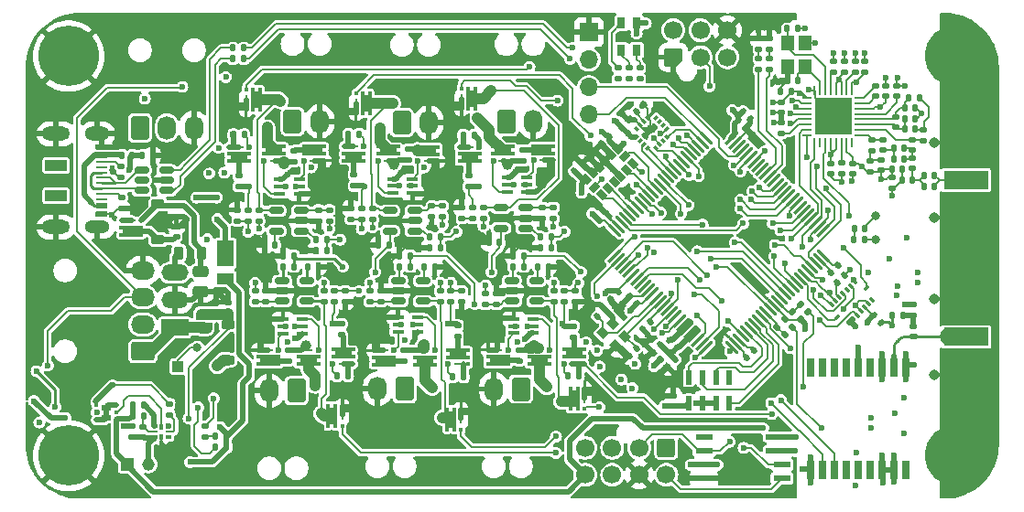
<source format=gtl>
G04 #@! TF.GenerationSoftware,KiCad,Pcbnew,8.0.3*
G04 #@! TF.CreationDate,2024-07-31T22:39:35+02:00*
G04 #@! TF.ProjectId,hw-tele-stern,68772d74-656c-4652-9d73-7465726e2e6b,rev2 w/ output diodes*
G04 #@! TF.SameCoordinates,Original*
G04 #@! TF.FileFunction,Copper,L1,Top*
G04 #@! TF.FilePolarity,Positive*
%FSLAX46Y46*%
G04 Gerber Fmt 4.6, Leading zero omitted, Abs format (unit mm)*
G04 Created by KiCad (PCBNEW 8.0.3) date 2024-07-31 22:39:35*
%MOMM*%
%LPD*%
G01*
G04 APERTURE LIST*
G04 Aperture macros list*
%AMRoundRect*
0 Rectangle with rounded corners*
0 $1 Rounding radius*
0 $2 $3 $4 $5 $6 $7 $8 $9 X,Y pos of 4 corners*
0 Add a 4 corners polygon primitive as box body*
4,1,4,$2,$3,$4,$5,$6,$7,$8,$9,$2,$3,0*
0 Add four circle primitives for the rounded corners*
1,1,$1+$1,$2,$3*
1,1,$1+$1,$4,$5*
1,1,$1+$1,$6,$7*
1,1,$1+$1,$8,$9*
0 Add four rect primitives between the rounded corners*
20,1,$1+$1,$2,$3,$4,$5,0*
20,1,$1+$1,$4,$5,$6,$7,0*
20,1,$1+$1,$6,$7,$8,$9,0*
20,1,$1+$1,$8,$9,$2,$3,0*%
%AMRotRect*
0 Rectangle, with rotation*
0 The origin of the aperture is its center*
0 $1 length*
0 $2 width*
0 $3 Rotation angle, in degrees counterclockwise*
0 Add horizontal line*
21,1,$1,$2,0,0,$3*%
%AMFreePoly0*
4,1,15,1.100000,0.175000,0.750000,0.175000,0.750000,-0.175000,1.100000,-0.175000,1.100000,-0.475000,0.750000,-0.475000,-0.750000,-0.475000,-1.100000,-0.475000,-1.100000,-0.175000,-0.750000,-0.175000,-0.750000,0.175000,-1.100000,0.175000,-1.100000,0.475000,1.100000,0.475000,1.100000,0.175000,1.100000,0.175000,$1*%
%AMFreePoly1*
4,1,22,0.695671,0.830970,0.776777,0.776777,0.830970,0.695671,0.850000,0.600000,0.850000,-0.600000,0.830970,-0.695671,0.776777,-0.776777,0.695671,-0.830970,0.600000,-0.850000,-0.200000,-0.850000,-0.295671,-0.830970,-0.376777,-0.776777,-0.776777,-0.376777,-0.830970,-0.295671,-0.850000,-0.200000,-0.850000,0.600000,-0.830970,0.695671,-0.776777,0.776777,-0.695671,0.830970,-0.600000,0.850000,
0.600000,0.850000,0.695671,0.830970,0.695671,0.830970,$1*%
%AMFreePoly2*
4,1,19,0.500000,-0.750000,0.000000,-0.750000,0.000000,-0.744911,-0.071157,-0.744911,-0.207708,-0.704816,-0.327430,-0.627875,-0.420627,-0.520320,-0.479746,-0.390866,-0.500000,-0.250000,-0.500000,0.250000,-0.479746,0.390866,-0.420627,0.520320,-0.327430,0.627875,-0.207708,0.704816,-0.071157,0.744911,0.000000,0.744911,0.000000,0.750000,0.500000,0.750000,0.500000,-0.750000,0.500000,-0.750000,
$1*%
%AMFreePoly3*
4,1,19,0.000000,0.744911,0.071157,0.744911,0.207708,0.704816,0.327430,0.627875,0.420627,0.520320,0.479746,0.390866,0.500000,0.250000,0.500000,-0.250000,0.479746,-0.390866,0.420627,-0.520320,0.327430,-0.627875,0.207708,-0.704816,0.071157,-0.744911,0.000000,-0.744911,0.000000,-0.750000,-0.500000,-0.750000,-0.500000,0.750000,0.000000,0.750000,0.000000,0.744911,0.000000,0.744911,
$1*%
G04 Aperture macros list end*
G04 #@! TA.AperFunction,ComponentPad*
%ADD10R,2.500000X1.500000*%
G04 #@! TD*
G04 #@! TA.AperFunction,ComponentPad*
%ADD11O,2.500000X1.500000*%
G04 #@! TD*
G04 #@! TA.AperFunction,ComponentPad*
%ADD12R,1.150000X1.150000*%
G04 #@! TD*
G04 #@! TA.AperFunction,ComponentPad*
%ADD13C,1.150000*%
G04 #@! TD*
G04 #@! TA.AperFunction,SMDPad,CuDef*
%ADD14RotRect,0.920000X0.610000X315.000000*%
G04 #@! TD*
G04 #@! TA.AperFunction,SMDPad,CuDef*
%ADD15RotRect,0.610000X0.920000X315.000000*%
G04 #@! TD*
G04 #@! TA.AperFunction,SMDPad,CuDef*
%ADD16R,4.190000X2.665000*%
G04 #@! TD*
G04 #@! TA.AperFunction,SMDPad,CuDef*
%ADD17R,0.890000X0.460000*%
G04 #@! TD*
G04 #@! TA.AperFunction,ComponentPad*
%ADD18C,0.970000*%
G04 #@! TD*
G04 #@! TA.AperFunction,SMDPad,CuDef*
%ADD19R,4.190000X1.780000*%
G04 #@! TD*
G04 #@! TA.AperFunction,SMDPad,CuDef*
%ADD20RoundRect,0.021200X0.243800X-0.633800X0.243800X0.633800X-0.243800X0.633800X-0.243800X-0.633800X0*%
G04 #@! TD*
G04 #@! TA.AperFunction,SMDPad,CuDef*
%ADD21R,1.610000X0.610000*%
G04 #@! TD*
G04 #@! TA.AperFunction,SMDPad,CuDef*
%ADD22R,0.580000X0.300000*%
G04 #@! TD*
G04 #@! TA.AperFunction,SMDPad,CuDef*
%ADD23R,0.580000X0.250000*%
G04 #@! TD*
G04 #@! TA.AperFunction,SMDPad,CuDef*
%ADD24R,0.350000X0.630000*%
G04 #@! TD*
G04 #@! TA.AperFunction,SMDPad,CuDef*
%ADD25RoundRect,0.135000X-0.185000X0.135000X-0.185000X-0.135000X0.185000X-0.135000X0.185000X0.135000X0*%
G04 #@! TD*
G04 #@! TA.AperFunction,SMDPad,CuDef*
%ADD26RoundRect,0.140000X-0.219203X-0.021213X-0.021213X-0.219203X0.219203X0.021213X0.021213X0.219203X0*%
G04 #@! TD*
G04 #@! TA.AperFunction,SMDPad,CuDef*
%ADD27RoundRect,0.062500X-0.375000X-0.062500X0.375000X-0.062500X0.375000X0.062500X-0.375000X0.062500X0*%
G04 #@! TD*
G04 #@! TA.AperFunction,SMDPad,CuDef*
%ADD28RoundRect,0.062500X-0.062500X-0.375000X0.062500X-0.375000X0.062500X0.375000X-0.062500X0.375000X0*%
G04 #@! TD*
G04 #@! TA.AperFunction,SMDPad,CuDef*
%ADD29R,3.450000X3.450000*%
G04 #@! TD*
G04 #@! TA.AperFunction,SMDPad,CuDef*
%ADD30RoundRect,0.075000X-0.459619X-0.565685X0.565685X0.459619X0.459619X0.565685X-0.565685X-0.459619X0*%
G04 #@! TD*
G04 #@! TA.AperFunction,SMDPad,CuDef*
%ADD31RoundRect,0.075000X0.459619X-0.565685X0.565685X-0.459619X-0.459619X0.565685X-0.565685X0.459619X0*%
G04 #@! TD*
G04 #@! TA.AperFunction,SMDPad,CuDef*
%ADD32R,0.300000X0.350000*%
G04 #@! TD*
G04 #@! TA.AperFunction,SMDPad,CuDef*
%ADD33R,0.235000X0.870000*%
G04 #@! TD*
G04 #@! TA.AperFunction,SMDPad,CuDef*
%ADD34FreePoly0,90.000000*%
G04 #@! TD*
G04 #@! TA.AperFunction,ComponentPad*
%ADD35RoundRect,0.250000X0.850000X0.600000X-0.850000X0.600000X-0.850000X-0.600000X0.850000X-0.600000X0*%
G04 #@! TD*
G04 #@! TA.AperFunction,ComponentPad*
%ADD36O,2.200000X1.700000*%
G04 #@! TD*
G04 #@! TA.AperFunction,SMDPad,CuDef*
%ADD37R,0.350000X0.300000*%
G04 #@! TD*
G04 #@! TA.AperFunction,SMDPad,CuDef*
%ADD38R,0.870000X0.235000*%
G04 #@! TD*
G04 #@! TA.AperFunction,SMDPad,CuDef*
%ADD39FreePoly0,180.000000*%
G04 #@! TD*
G04 #@! TA.AperFunction,SMDPad,CuDef*
%ADD40RoundRect,0.147500X-0.147500X-0.172500X0.147500X-0.172500X0.147500X0.172500X-0.147500X0.172500X0*%
G04 #@! TD*
G04 #@! TA.AperFunction,SMDPad,CuDef*
%ADD41RoundRect,0.147500X0.017678X-0.226274X0.226274X-0.017678X-0.017678X0.226274X-0.226274X0.017678X0*%
G04 #@! TD*
G04 #@! TA.AperFunction,SMDPad,CuDef*
%ADD42RoundRect,0.140000X0.170000X-0.140000X0.170000X0.140000X-0.170000X0.140000X-0.170000X-0.140000X0*%
G04 #@! TD*
G04 #@! TA.AperFunction,SMDPad,CuDef*
%ADD43R,1.150000X1.400000*%
G04 #@! TD*
G04 #@! TA.AperFunction,SMDPad,CuDef*
%ADD44FreePoly0,0.000000*%
G04 #@! TD*
G04 #@! TA.AperFunction,SMDPad,CuDef*
%ADD45RoundRect,0.135000X0.185000X-0.135000X0.185000X0.135000X-0.185000X0.135000X-0.185000X-0.135000X0*%
G04 #@! TD*
G04 #@! TA.AperFunction,SMDPad,CuDef*
%ADD46RoundRect,0.218750X-0.218750X-0.381250X0.218750X-0.381250X0.218750X0.381250X-0.218750X0.381250X0*%
G04 #@! TD*
G04 #@! TA.AperFunction,SMDPad,CuDef*
%ADD47RoundRect,0.135000X-0.135000X-0.185000X0.135000X-0.185000X0.135000X0.185000X-0.135000X0.185000X0*%
G04 #@! TD*
G04 #@! TA.AperFunction,SMDPad,CuDef*
%ADD48RoundRect,0.135000X-0.035355X0.226274X-0.226274X0.035355X0.035355X-0.226274X0.226274X-0.035355X0*%
G04 #@! TD*
G04 #@! TA.AperFunction,SMDPad,CuDef*
%ADD49RoundRect,0.135000X0.135000X0.185000X-0.135000X0.185000X-0.135000X-0.185000X0.135000X-0.185000X0*%
G04 #@! TD*
G04 #@! TA.AperFunction,SMDPad,CuDef*
%ADD50RoundRect,0.140000X0.219203X0.021213X0.021213X0.219203X-0.219203X-0.021213X-0.021213X-0.219203X0*%
G04 #@! TD*
G04 #@! TA.AperFunction,SMDPad,CuDef*
%ADD51RoundRect,0.140000X-0.140000X-0.170000X0.140000X-0.170000X0.140000X0.170000X-0.140000X0.170000X0*%
G04 #@! TD*
G04 #@! TA.AperFunction,SMDPad,CuDef*
%ADD52RoundRect,0.147500X-0.172500X0.147500X-0.172500X-0.147500X0.172500X-0.147500X0.172500X0.147500X0*%
G04 #@! TD*
G04 #@! TA.AperFunction,SMDPad,CuDef*
%ADD53RoundRect,0.140000X0.140000X0.170000X-0.140000X0.170000X-0.140000X-0.170000X0.140000X-0.170000X0*%
G04 #@! TD*
G04 #@! TA.AperFunction,SMDPad,CuDef*
%ADD54R,1.100000X0.400000*%
G04 #@! TD*
G04 #@! TA.AperFunction,SMDPad,CuDef*
%ADD55RoundRect,0.150000X0.512500X0.150000X-0.512500X0.150000X-0.512500X-0.150000X0.512500X-0.150000X0*%
G04 #@! TD*
G04 #@! TA.AperFunction,SMDPad,CuDef*
%ADD56RotRect,0.800000X0.900000X45.000000*%
G04 #@! TD*
G04 #@! TA.AperFunction,SMDPad,CuDef*
%ADD57RoundRect,0.225000X0.375000X-0.225000X0.375000X0.225000X-0.375000X0.225000X-0.375000X-0.225000X0*%
G04 #@! TD*
G04 #@! TA.AperFunction,SMDPad,CuDef*
%ADD58R,1.500000X2.400000*%
G04 #@! TD*
G04 #@! TA.AperFunction,SMDPad,CuDef*
%ADD59R,1.500000X1.050000*%
G04 #@! TD*
G04 #@! TA.AperFunction,SMDPad,CuDef*
%ADD60RoundRect,0.140000X0.021213X-0.219203X0.219203X-0.021213X-0.021213X0.219203X-0.219203X0.021213X0*%
G04 #@! TD*
G04 #@! TA.AperFunction,SMDPad,CuDef*
%ADD61RoundRect,0.147500X0.172500X-0.147500X0.172500X0.147500X-0.172500X0.147500X-0.172500X-0.147500X0*%
G04 #@! TD*
G04 #@! TA.AperFunction,SMDPad,CuDef*
%ADD62RoundRect,0.135000X-0.226274X-0.035355X-0.035355X-0.226274X0.226274X0.035355X0.035355X0.226274X0*%
G04 #@! TD*
G04 #@! TA.AperFunction,SMDPad,CuDef*
%ADD63RotRect,0.590000X0.350000X135.000000*%
G04 #@! TD*
G04 #@! TA.AperFunction,SMDPad,CuDef*
%ADD64RotRect,0.590000X0.350000X45.000000*%
G04 #@! TD*
G04 #@! TA.AperFunction,SMDPad,CuDef*
%ADD65RotRect,0.590000X0.350000X315.000000*%
G04 #@! TD*
G04 #@! TA.AperFunction,SMDPad,CuDef*
%ADD66RotRect,0.590000X0.350000X225.000000*%
G04 #@! TD*
G04 #@! TA.AperFunction,SMDPad,CuDef*
%ADD67RoundRect,0.140000X-0.170000X0.140000X-0.170000X-0.140000X0.170000X-0.140000X0.170000X0.140000X0*%
G04 #@! TD*
G04 #@! TA.AperFunction,SMDPad,CuDef*
%ADD68RoundRect,0.135000X0.035355X-0.226274X0.226274X-0.035355X-0.035355X0.226274X-0.226274X0.035355X0*%
G04 #@! TD*
G04 #@! TA.AperFunction,SMDPad,CuDef*
%ADD69RoundRect,0.150000X-0.512500X-0.150000X0.512500X-0.150000X0.512500X0.150000X-0.512500X0.150000X0*%
G04 #@! TD*
G04 #@! TA.AperFunction,SMDPad,CuDef*
%ADD70RoundRect,0.135000X0.226274X0.035355X0.035355X0.226274X-0.226274X-0.035355X-0.035355X-0.226274X0*%
G04 #@! TD*
G04 #@! TA.AperFunction,ComponentPad*
%ADD71C,5.600000*%
G04 #@! TD*
G04 #@! TA.AperFunction,SMDPad,CuDef*
%ADD72RoundRect,0.140000X-0.021213X0.219203X-0.219203X0.021213X0.021213X-0.219203X0.219203X-0.021213X0*%
G04 #@! TD*
G04 #@! TA.AperFunction,ComponentPad*
%ADD73RoundRect,0.250000X-0.600000X0.850000X-0.600000X-0.850000X0.600000X-0.850000X0.600000X0.850000X0*%
G04 #@! TD*
G04 #@! TA.AperFunction,ComponentPad*
%ADD74O,1.700000X2.200000*%
G04 #@! TD*
G04 #@! TA.AperFunction,ComponentPad*
%ADD75FreePoly1,90.000000*%
G04 #@! TD*
G04 #@! TA.AperFunction,ComponentPad*
%ADD76C,1.700000*%
G04 #@! TD*
G04 #@! TA.AperFunction,SMDPad,CuDef*
%ADD77FreePoly0,270.000000*%
G04 #@! TD*
G04 #@! TA.AperFunction,SMDPad,CuDef*
%ADD78R,0.700000X1.800000*%
G04 #@! TD*
G04 #@! TA.AperFunction,SMDPad,CuDef*
%ADD79R,0.800000X1.800000*%
G04 #@! TD*
G04 #@! TA.AperFunction,ComponentPad*
%ADD80O,2.600000X1.300000*%
G04 #@! TD*
G04 #@! TA.AperFunction,ComponentPad*
%ADD81O,2.300000X1.200000*%
G04 #@! TD*
G04 #@! TA.AperFunction,ComponentPad*
%ADD82O,2.300000X1.300000*%
G04 #@! TD*
G04 #@! TA.AperFunction,SMDPad,CuDef*
%ADD83R,1.000000X0.520000*%
G04 #@! TD*
G04 #@! TA.AperFunction,SMDPad,CuDef*
%ADD84R,1.000000X0.270000*%
G04 #@! TD*
G04 #@! TA.AperFunction,SMDPad,CuDef*
%ADD85R,2.000000X1.000000*%
G04 #@! TD*
G04 #@! TA.AperFunction,SMDPad,CuDef*
%ADD86R,1.000000X1.000000*%
G04 #@! TD*
G04 #@! TA.AperFunction,SMDPad,CuDef*
%ADD87RotRect,0.450000X0.300000X135.000000*%
G04 #@! TD*
G04 #@! TA.AperFunction,SMDPad,CuDef*
%ADD88RotRect,0.300000X0.450000X135.000000*%
G04 #@! TD*
G04 #@! TA.AperFunction,ComponentPad*
%ADD89R,1.700000X1.700000*%
G04 #@! TD*
G04 #@! TA.AperFunction,ComponentPad*
%ADD90O,1.700000X1.700000*%
G04 #@! TD*
G04 #@! TA.AperFunction,SMDPad,CuDef*
%ADD91FreePoly2,90.000000*%
G04 #@! TD*
G04 #@! TA.AperFunction,SMDPad,CuDef*
%ADD92FreePoly3,90.000000*%
G04 #@! TD*
G04 #@! TA.AperFunction,SMDPad,CuDef*
%ADD93RoundRect,0.250000X0.475000X-0.250000X0.475000X0.250000X-0.475000X0.250000X-0.475000X-0.250000X0*%
G04 #@! TD*
G04 #@! TA.AperFunction,SMDPad,CuDef*
%ADD94R,0.800000X1.000000*%
G04 #@! TD*
G04 #@! TA.AperFunction,ComponentPad*
%ADD95RoundRect,0.250000X0.600000X-0.850000X0.600000X0.850000X-0.600000X0.850000X-0.600000X-0.850000X0*%
G04 #@! TD*
G04 #@! TA.AperFunction,ComponentPad*
%ADD96RoundRect,0.250000X-0.600000X0.600000X-0.600000X-0.600000X0.600000X-0.600000X0.600000X0.600000X0*%
G04 #@! TD*
G04 #@! TA.AperFunction,SMDPad,CuDef*
%ADD97R,0.325000X0.300000*%
G04 #@! TD*
G04 #@! TA.AperFunction,SMDPad,CuDef*
%ADD98R,0.950000X0.613000*%
G04 #@! TD*
G04 #@! TA.AperFunction,ViaPad*
%ADD99C,0.600000*%
G04 #@! TD*
G04 #@! TA.AperFunction,ViaPad*
%ADD100C,1.000000*%
G04 #@! TD*
G04 #@! TA.AperFunction,ViaPad*
%ADD101C,0.800000*%
G04 #@! TD*
G04 #@! TA.AperFunction,Conductor*
%ADD102C,0.250000*%
G04 #@! TD*
G04 #@! TA.AperFunction,Conductor*
%ADD103C,0.500000*%
G04 #@! TD*
G04 #@! TA.AperFunction,Conductor*
%ADD104C,0.200000*%
G04 #@! TD*
G04 #@! TA.AperFunction,Conductor*
%ADD105C,1.000000*%
G04 #@! TD*
G04 #@! TA.AperFunction,Conductor*
%ADD106C,0.245000*%
G04 #@! TD*
G04 #@! TA.AperFunction,Conductor*
%ADD107C,1.500000*%
G04 #@! TD*
G04 APERTURE END LIST*
D10*
X101276395Y-105946323D03*
D11*
X101276395Y-103406323D03*
X101276395Y-100866323D03*
D12*
X96851895Y-118613823D03*
D13*
X98858895Y-118613823D03*
D14*
X142158931Y-89385432D03*
X141593245Y-89951117D03*
X141027560Y-90516802D03*
X140461874Y-91082488D03*
X139896189Y-91648173D03*
X139330504Y-92213859D03*
D15*
X140037610Y-92935108D03*
D14*
X140758859Y-93642214D03*
X141324545Y-93076529D03*
X141890230Y-92510844D03*
X142455916Y-91945158D03*
X143021601Y-91379473D03*
X143587286Y-90813787D03*
D15*
X142880180Y-90092538D03*
D16*
X174423895Y-95806323D03*
X174423895Y-88821323D03*
D17*
X171883895Y-95806323D03*
X171883895Y-88821323D03*
D18*
X171438895Y-95806323D03*
X171438895Y-88821323D03*
D19*
X174423895Y-92313823D03*
D20*
X148783895Y-112963823D03*
X150033895Y-112963823D03*
X151283895Y-112963823D03*
X152533895Y-112963823D03*
X152533895Y-110563823D03*
X151283895Y-110563823D03*
X150033895Y-110563823D03*
X148783895Y-110563823D03*
D21*
X150196395Y-116108823D03*
X150196395Y-117378823D03*
X150196395Y-118648823D03*
X150196395Y-119918823D03*
X157406395Y-119918823D03*
X157406395Y-118648823D03*
X157406395Y-117378823D03*
X157406395Y-116108823D03*
D22*
X99388895Y-115113823D03*
D23*
X99388895Y-115613823D03*
D22*
X99388895Y-116113823D03*
D24*
X100023895Y-116048823D03*
D22*
X100658895Y-116113823D03*
D23*
X100658895Y-115613823D03*
D22*
X100658895Y-115113823D03*
D24*
X100023895Y-115178823D03*
D25*
X115058895Y-102553823D03*
X115058895Y-103573823D03*
D26*
X153769484Y-85924412D03*
X154448306Y-86603234D03*
D27*
X159698895Y-84663823D03*
X159698895Y-85163823D03*
X159698895Y-85663823D03*
X159698895Y-86163823D03*
X159698895Y-86663823D03*
X159698895Y-87163823D03*
X159698895Y-87663823D03*
X159698895Y-88163823D03*
D28*
X160386395Y-88851323D03*
X160886395Y-88851323D03*
X161386395Y-88851323D03*
X161886395Y-88851323D03*
X162386395Y-88851323D03*
X162886395Y-88851323D03*
X163386395Y-88851323D03*
X163886395Y-88851323D03*
D27*
X164573895Y-88163823D03*
X164573895Y-87663823D03*
X164573895Y-87163823D03*
X164573895Y-86663823D03*
X164573895Y-86163823D03*
X164573895Y-85663823D03*
X164573895Y-85163823D03*
X164573895Y-84663823D03*
D28*
X163886395Y-83976323D03*
X163386395Y-83976323D03*
X162886395Y-83976323D03*
X162386395Y-83976323D03*
X161886395Y-83976323D03*
X161386395Y-83976323D03*
X160886395Y-83976323D03*
X160386395Y-83976323D03*
D29*
X162136395Y-86413823D03*
D30*
X141889210Y-99298227D03*
X142242763Y-99651780D03*
X142596317Y-100005334D03*
X142949870Y-100358887D03*
X143303423Y-100712440D03*
X143656977Y-101065994D03*
X144010530Y-101419547D03*
X144364084Y-101773101D03*
X144717637Y-102126654D03*
X145071190Y-102480207D03*
X145424744Y-102833761D03*
X145778297Y-103187314D03*
X146131850Y-103540868D03*
X146485404Y-103894421D03*
X146838957Y-104247974D03*
X147192511Y-104601528D03*
X147546064Y-104955081D03*
X147899617Y-105308634D03*
X148253171Y-105662188D03*
X148606724Y-106015741D03*
X148960278Y-106369295D03*
X149313831Y-106722848D03*
X149667384Y-107076401D03*
X150020938Y-107429955D03*
X150374491Y-107783508D03*
D31*
X152743299Y-107783508D03*
X153096852Y-107429955D03*
X153450406Y-107076401D03*
X153803959Y-106722848D03*
X154157512Y-106369295D03*
X154511066Y-106015741D03*
X154864619Y-105662188D03*
X155218173Y-105308634D03*
X155571726Y-104955081D03*
X155925279Y-104601528D03*
X156278833Y-104247974D03*
X156632386Y-103894421D03*
X156985940Y-103540868D03*
X157339493Y-103187314D03*
X157693046Y-102833761D03*
X158046600Y-102480207D03*
X158400153Y-102126654D03*
X158753706Y-101773101D03*
X159107260Y-101419547D03*
X159460813Y-101065994D03*
X159814367Y-100712440D03*
X160167920Y-100358887D03*
X160521473Y-100005334D03*
X160875027Y-99651780D03*
X161228580Y-99298227D03*
D30*
X161228580Y-96929419D03*
X160875027Y-96575866D03*
X160521473Y-96222312D03*
X160167920Y-95868759D03*
X159814367Y-95515206D03*
X159460813Y-95161652D03*
X159107260Y-94808099D03*
X158753706Y-94454545D03*
X158400153Y-94100992D03*
X158046600Y-93747439D03*
X157693046Y-93393885D03*
X157339493Y-93040332D03*
X156985940Y-92686778D03*
X156632386Y-92333225D03*
X156278833Y-91979672D03*
X155925279Y-91626118D03*
X155571726Y-91272565D03*
X155218173Y-90919012D03*
X154864619Y-90565458D03*
X154511066Y-90211905D03*
X154157512Y-89858351D03*
X153803959Y-89504798D03*
X153450406Y-89151245D03*
X153096852Y-88797691D03*
X152743299Y-88444138D03*
D31*
X150374491Y-88444138D03*
X150020938Y-88797691D03*
X149667384Y-89151245D03*
X149313831Y-89504798D03*
X148960278Y-89858351D03*
X148606724Y-90211905D03*
X148253171Y-90565458D03*
X147899617Y-90919012D03*
X147546064Y-91272565D03*
X147192511Y-91626118D03*
X146838957Y-91979672D03*
X146485404Y-92333225D03*
X146131850Y-92686778D03*
X145778297Y-93040332D03*
X145424744Y-93393885D03*
X145071190Y-93747439D03*
X144717637Y-94100992D03*
X144364084Y-94454545D03*
X144010530Y-94808099D03*
X143656977Y-95161652D03*
X143303423Y-95515206D03*
X142949870Y-95868759D03*
X142596317Y-96222312D03*
X142242763Y-96575866D03*
X141889210Y-96929419D03*
D32*
X127731863Y-115371359D03*
D33*
X127731863Y-114406359D03*
D32*
X127731863Y-113521359D03*
D34*
X126756863Y-114446359D03*
D35*
X98331395Y-108163823D03*
D36*
X98331395Y-105663823D03*
X98331395Y-103163823D03*
X98331395Y-100663823D03*
D37*
X132080002Y-108016969D03*
D38*
X131115002Y-108016969D03*
D37*
X130230002Y-108016969D03*
D39*
X131155002Y-108991969D03*
D40*
X168723895Y-87563823D03*
X169693895Y-87563823D03*
D41*
X146141253Y-108896181D03*
X146827147Y-108210287D03*
D42*
X167008895Y-84543823D03*
X167008895Y-83583823D03*
D43*
X159558895Y-81813823D03*
X159558895Y-79613823D03*
X157957895Y-79613823D03*
X157957895Y-81813823D03*
D37*
X123733895Y-90531323D03*
D38*
X124698895Y-90531323D03*
D37*
X125583895Y-90531323D03*
D44*
X124658895Y-89556323D03*
D45*
X120308895Y-103573823D03*
X120308895Y-102553823D03*
D46*
X103782500Y-99040000D03*
X101657500Y-99040000D03*
D47*
X111288895Y-100313823D03*
X112308895Y-100313823D03*
D48*
X158369519Y-105903199D03*
X157648271Y-106624447D03*
D47*
X105048895Y-117019419D03*
X106068895Y-117019419D03*
D49*
X115318895Y-98813823D03*
X114298895Y-98813823D03*
D50*
X147723611Y-107792645D03*
X147044789Y-107113823D03*
D37*
X121526863Y-108081359D03*
D38*
X120561863Y-108081359D03*
D37*
X119676863Y-108081359D03*
D39*
X120601863Y-109056359D03*
D25*
X96358895Y-93903823D03*
X96358895Y-94923823D03*
D37*
X137240002Y-109291969D03*
D38*
X138205002Y-109291969D03*
D37*
X139090002Y-109291969D03*
D44*
X138165002Y-108316969D03*
D25*
X136308895Y-102536359D03*
X136308895Y-103556359D03*
D51*
X113578895Y-100313823D03*
X114538895Y-100313823D03*
D52*
X170458895Y-87678823D03*
X170458895Y-88648823D03*
D45*
X144258895Y-82923823D03*
X144258895Y-81903823D03*
X155258895Y-82086323D03*
X155258895Y-81066323D03*
D47*
X106669895Y-88085323D03*
X107689895Y-88085323D03*
D37*
X118758895Y-89181323D03*
D38*
X117793895Y-89181323D03*
D37*
X116908895Y-89181323D03*
D39*
X117833895Y-90156323D03*
D47*
X117323895Y-88031323D03*
X118343895Y-88031323D03*
D51*
X168478895Y-92313823D03*
X169438895Y-92313823D03*
D53*
X121058895Y-98313823D03*
X120098895Y-98313823D03*
D54*
X121433895Y-92181323D03*
X121433895Y-92831323D03*
X121433895Y-93481323D03*
X123233895Y-93481323D03*
X123233895Y-92831323D03*
X123233895Y-92181323D03*
D55*
X133696395Y-96763823D03*
X133696395Y-95813823D03*
X133696395Y-94863823D03*
X131421395Y-94863823D03*
X131421395Y-96763823D03*
D56*
X140833590Y-106472402D03*
X142000316Y-107639128D03*
X142884200Y-106755244D03*
X141717474Y-105588518D03*
D42*
X157358895Y-87943823D03*
X157358895Y-86983823D03*
D57*
X99713895Y-97808823D03*
X99713895Y-94508823D03*
D42*
X147358895Y-113243823D03*
X147358895Y-112283823D03*
D58*
X105958895Y-99063823D03*
D59*
X105958895Y-101438823D03*
D49*
X133558895Y-99313823D03*
X132538895Y-99313823D03*
D60*
X143919484Y-85983564D03*
X144598306Y-85304742D03*
D37*
X130668895Y-90521323D03*
D38*
X131633895Y-90521323D03*
D37*
X132518895Y-90521323D03*
D44*
X131593895Y-89546323D03*
D42*
X165058895Y-82293823D03*
X165058895Y-81333823D03*
D61*
X167958895Y-87398823D03*
X167958895Y-86428823D03*
D37*
X120058895Y-90506323D03*
D38*
X121023895Y-90506323D03*
D37*
X121908895Y-90506323D03*
D44*
X120983895Y-89531323D03*
D61*
X169568895Y-106808823D03*
X169568895Y-105838823D03*
D45*
X109699074Y-103574586D03*
X109699074Y-102554586D03*
D25*
X128433895Y-91911323D03*
X128433895Y-92931323D03*
D40*
X168723895Y-85613823D03*
X169693895Y-85613823D03*
D60*
X140519484Y-96053234D03*
X141198306Y-95374412D03*
D42*
X164158895Y-82293823D03*
X164158895Y-81333823D03*
D62*
X158386436Y-104451537D03*
X159107684Y-105172785D03*
D32*
X116756863Y-115046359D03*
D33*
X116756863Y-114081359D03*
D32*
X116756863Y-113196359D03*
D34*
X115781863Y-114121359D03*
D53*
X158828895Y-78273823D03*
X157868895Y-78273823D03*
X158238895Y-84063823D03*
X157278895Y-84063823D03*
D37*
X129433895Y-89221323D03*
D38*
X128468895Y-89221323D03*
D37*
X127583895Y-89221323D03*
D39*
X128508895Y-90196323D03*
D25*
X114558895Y-95053823D03*
X114558895Y-96073823D03*
D63*
X165743335Y-103376942D03*
X165389781Y-103730496D03*
X165036228Y-104084049D03*
X164682674Y-104437602D03*
X164329121Y-104791156D03*
X163975568Y-105144709D03*
X163622014Y-105498263D03*
D64*
X162504786Y-104967932D03*
D65*
X161974455Y-103850704D03*
X162328009Y-103497150D03*
X162681562Y-103143597D03*
X163035116Y-102790044D03*
X163388669Y-102436490D03*
X163742222Y-102082937D03*
X164095776Y-101729383D03*
D66*
X165213004Y-102259714D03*
D47*
X105048895Y-116019419D03*
X106068895Y-116019419D03*
D67*
X163908895Y-90733823D03*
X163908895Y-91693823D03*
D68*
X156948271Y-105924447D03*
X157669519Y-105203199D03*
D37*
X98183895Y-96063823D03*
D38*
X97218895Y-96063823D03*
D37*
X96333895Y-96063823D03*
D39*
X97258895Y-97038823D03*
D69*
X111171395Y-101613823D03*
X111171395Y-102563823D03*
X111171395Y-103513823D03*
X113446395Y-103513823D03*
X113446395Y-101613823D03*
D45*
X109058895Y-96073823D03*
X109058895Y-95053823D03*
D25*
X128808895Y-94821323D03*
X128808895Y-95841323D03*
D70*
X159797512Y-104519748D03*
X159076264Y-103798500D03*
D71*
X91458895Y-80813823D03*
D49*
X123068895Y-99313823D03*
X122048895Y-99313823D03*
D40*
X96373895Y-90013823D03*
X97343895Y-90013823D03*
D42*
X168008895Y-84543823D03*
X168008895Y-83583823D03*
X162158895Y-82293823D03*
X162158895Y-81333823D03*
D51*
X169128895Y-84663823D03*
X170088895Y-84663823D03*
D45*
X142258895Y-82923823D03*
X142258895Y-81903823D03*
D52*
X165758895Y-88578823D03*
X165758895Y-89548823D03*
D25*
X112279895Y-89575323D03*
X112279895Y-90595323D03*
X133433895Y-89511323D03*
X133433895Y-90531323D03*
D47*
X135048895Y-97563823D03*
X136068895Y-97563823D03*
D37*
X110876863Y-108031359D03*
D38*
X109911863Y-108031359D03*
D37*
X109026863Y-108031359D03*
D39*
X109951863Y-109006359D03*
D25*
X130006863Y-102786359D03*
X130006863Y-103806359D03*
D45*
X137308895Y-103556359D03*
X137308895Y-102536359D03*
D67*
X161908895Y-90738823D03*
X161908895Y-91698823D03*
D47*
X132538895Y-100313823D03*
X133558895Y-100313823D03*
D67*
X166558895Y-90433823D03*
X166558895Y-91393823D03*
D72*
X162598306Y-100174412D03*
X161919484Y-100853234D03*
D25*
X101413895Y-94648823D03*
X101413895Y-95668823D03*
D47*
X127923895Y-88121323D03*
X128943895Y-88121323D03*
D25*
X96258895Y-91003823D03*
X96258895Y-92023823D03*
D73*
X122506863Y-111631359D03*
D74*
X120006863Y-111631359D03*
D52*
X104096395Y-115078823D03*
X104096395Y-116048823D03*
D49*
X125828895Y-98563823D03*
X124808895Y-98563823D03*
D45*
X127808895Y-95841323D03*
X127808895Y-94821323D03*
D60*
X142519484Y-87353234D03*
X143198306Y-86674412D03*
D72*
X146123611Y-107513823D03*
X145444789Y-108192645D03*
D47*
X124808895Y-97563823D03*
X125828895Y-97563823D03*
X122048895Y-100313823D03*
X123068895Y-100313823D03*
D45*
X143248895Y-82923823D03*
X143248895Y-81903823D03*
D51*
X134828895Y-100313823D03*
X135788895Y-100313823D03*
D49*
X136068895Y-98563823D03*
X135048895Y-98563823D03*
D54*
X113076863Y-106481359D03*
X113076863Y-105831359D03*
X113076863Y-105181359D03*
X111276863Y-105181359D03*
X111276863Y-105831359D03*
X111276863Y-106481359D03*
D72*
X141023611Y-104265833D03*
X140344789Y-104944655D03*
D45*
X138115002Y-106826969D03*
X138115002Y-105806969D03*
D37*
X125291863Y-108081359D03*
D38*
X124326863Y-108081359D03*
D37*
X123441863Y-108081359D03*
D39*
X124366863Y-109056359D03*
D75*
X147358895Y-80913823D03*
D76*
X149858895Y-80913823D03*
X152358895Y-80913823D03*
X147358895Y-78413823D03*
X149858895Y-78413823D03*
X152358895Y-78413823D03*
D40*
X167723895Y-89363823D03*
X168693895Y-89363823D03*
D32*
X127763895Y-83831323D03*
D33*
X127763895Y-84796323D03*
D32*
X127763895Y-85681323D03*
D77*
X128738895Y-84756323D03*
D25*
X138308895Y-102526359D03*
X138308895Y-103546359D03*
D52*
X169458895Y-90243823D03*
X169458895Y-91213823D03*
D78*
X160058895Y-119113823D03*
D79*
X161158895Y-119113823D03*
X162258895Y-119113823D03*
X163358895Y-119113823D03*
X164458895Y-119113823D03*
X165558895Y-119113823D03*
X166658895Y-119113823D03*
X167758895Y-119113823D03*
D78*
X168858895Y-119113823D03*
X168858895Y-109613823D03*
D79*
X167758895Y-109613823D03*
X166658895Y-109613823D03*
X165558895Y-109613823D03*
X164458895Y-109613823D03*
X163358895Y-109613823D03*
X162258895Y-109613823D03*
X161158895Y-109613823D03*
D78*
X160058895Y-109613823D03*
D45*
X116676863Y-106641359D03*
X116676863Y-105621359D03*
D49*
X127976863Y-110531359D03*
X126956863Y-110531359D03*
D47*
X97348895Y-113113823D03*
X98368895Y-113113823D03*
D54*
X132033895Y-92071323D03*
X132033895Y-92721323D03*
X132033895Y-93371323D03*
X133833895Y-93371323D03*
X133833895Y-92721323D03*
X133833895Y-92071323D03*
D45*
X126031697Y-95687963D03*
X126031697Y-94667963D03*
D25*
X119308895Y-102553823D03*
X119308895Y-103573823D03*
X100758895Y-113003823D03*
X100758895Y-114023823D03*
D45*
X119558895Y-95943823D03*
X119558895Y-94923823D03*
X156258895Y-82088823D03*
X156258895Y-81068823D03*
D40*
X164073895Y-96813823D03*
X165043895Y-96813823D03*
D54*
X134415002Y-106466969D03*
X134415002Y-105816969D03*
X134415002Y-105166969D03*
X132615002Y-105166969D03*
X132615002Y-105816969D03*
X132615002Y-106466969D03*
D42*
X101413895Y-97538823D03*
X101413895Y-96578823D03*
D73*
X112506863Y-111806359D03*
D74*
X110006863Y-111806359D03*
D71*
X91458895Y-117813823D03*
D80*
X90290000Y-96652000D03*
D81*
X94115000Y-96652000D03*
D80*
X90290000Y-88012000D03*
D82*
X94115000Y-88012000D03*
D83*
X94490000Y-89232000D03*
X94490000Y-89982000D03*
D84*
X94490000Y-91082000D03*
X94490000Y-91582000D03*
X94490000Y-92582000D03*
X94490000Y-93582000D03*
D83*
X94490000Y-94682000D03*
X94490000Y-95432000D03*
X94490000Y-95432000D03*
X94490000Y-94682000D03*
D84*
X94490000Y-94082000D03*
X94490000Y-93082000D03*
X94490000Y-92082000D03*
X94490000Y-90582000D03*
D83*
X94490000Y-89982000D03*
X94490000Y-89232000D03*
D85*
X90290000Y-93732000D03*
X90290000Y-90932000D03*
D86*
X101558895Y-109563823D03*
D69*
X121921395Y-101613823D03*
X121921395Y-102563823D03*
X121921395Y-103513823D03*
X124196395Y-103513823D03*
X124196395Y-101613823D03*
D47*
X97358895Y-114113823D03*
X98378895Y-114113823D03*
D49*
X107668895Y-80063823D03*
X106648895Y-80063823D03*
D87*
X145730126Y-89376044D03*
X146083679Y-89022491D03*
X146437233Y-88668937D03*
X146790786Y-88315384D03*
D88*
X146790786Y-87572922D03*
X146437233Y-87219369D03*
X146083679Y-86865815D03*
X145730126Y-86512262D03*
D87*
X144987664Y-86512262D03*
X144634111Y-86865815D03*
X144280557Y-87219369D03*
X143927004Y-87572922D03*
D88*
X143927004Y-88315384D03*
X144280557Y-88668937D03*
X144634111Y-89022491D03*
X144987664Y-89376044D03*
D49*
X138625002Y-110416969D03*
X137605002Y-110416969D03*
D72*
X154798306Y-108074412D03*
X154119484Y-108753234D03*
D42*
X98323895Y-116083823D03*
X98323895Y-115123823D03*
D60*
X143244789Y-108544655D03*
X143923611Y-107865833D03*
D37*
X113214895Y-90485323D03*
D38*
X114179895Y-90485323D03*
D37*
X115064895Y-90485323D03*
D44*
X114139895Y-89510323D03*
D89*
X139558895Y-78613823D03*
D90*
X139558895Y-81153823D03*
X139558895Y-83693823D03*
X139558895Y-86233823D03*
D67*
X157358895Y-85083823D03*
X157358895Y-86043823D03*
D51*
X124328895Y-100313823D03*
X125288895Y-100313823D03*
D67*
X166708895Y-88583823D03*
X166708895Y-89543823D03*
D91*
X103958895Y-106013823D03*
D92*
X103958895Y-104713823D03*
D47*
X164048895Y-97813823D03*
X165068895Y-97813823D03*
D25*
X135263895Y-94821323D03*
X135263895Y-95841323D03*
D93*
X103658895Y-102663823D03*
X103658895Y-100763823D03*
D40*
X170523895Y-91863823D03*
X171493895Y-91863823D03*
D54*
X123726863Y-106331359D03*
X123726863Y-105681359D03*
X123726863Y-105031359D03*
X121926863Y-105031359D03*
X121926863Y-105681359D03*
X121926863Y-106331359D03*
D26*
X165850589Y-104820589D03*
X166529411Y-105499411D03*
D60*
X162519484Y-101753234D03*
X163198306Y-101074412D03*
D37*
X108154895Y-89210323D03*
D38*
X107189895Y-89210323D03*
D37*
X106304895Y-89210323D03*
D39*
X107229895Y-90185323D03*
D25*
X162908895Y-90703823D03*
X162908895Y-91723823D03*
D50*
X143998306Y-103753234D03*
X143319484Y-103074412D03*
D73*
X133256863Y-111646359D03*
D74*
X130756863Y-111646359D03*
D37*
X126551863Y-109356359D03*
D38*
X127516863Y-109356359D03*
D37*
X128401863Y-109356359D03*
D44*
X127476863Y-108381359D03*
D32*
X118013895Y-84256323D03*
D33*
X118013895Y-85221323D03*
D32*
X118013895Y-86106323D03*
D77*
X118988895Y-85181323D03*
D25*
X118558895Y-94923823D03*
X118558895Y-95943823D03*
X165558895Y-90503823D03*
X165558895Y-91523823D03*
D53*
X168558895Y-104813823D03*
X167598895Y-104813823D03*
D49*
X112308895Y-99313823D03*
X111288895Y-99313823D03*
D71*
X173458895Y-80813823D03*
D72*
X141398306Y-88274412D03*
X140719484Y-88953234D03*
D25*
X117833895Y-91821323D03*
X117833895Y-92841323D03*
D42*
X166058895Y-84543823D03*
X166058895Y-83583823D03*
D45*
X136263895Y-95841323D03*
X136263895Y-94821323D03*
X117558895Y-95943823D03*
X117558895Y-94923823D03*
D49*
X107668895Y-81063823D03*
X106648895Y-81063823D03*
D47*
X114298895Y-97813823D03*
X115318895Y-97813823D03*
D37*
X134408895Y-90471323D03*
D38*
X135373895Y-90471323D03*
D37*
X136258895Y-90471323D03*
D44*
X135333895Y-89496323D03*
D19*
X174423895Y-106813823D03*
D18*
X171438895Y-103321323D03*
X171438895Y-110306323D03*
D17*
X171883895Y-103321323D03*
X171883895Y-110306323D03*
D16*
X174423895Y-103321323D03*
X174423895Y-110306323D03*
D53*
X110538895Y-98313823D03*
X109578895Y-98313823D03*
D57*
X106158895Y-108963823D03*
X106158895Y-105663823D03*
D25*
X125808895Y-102536359D03*
X125808895Y-103556359D03*
D94*
X143958895Y-77763823D03*
X142558895Y-77763823D03*
X142558895Y-80263823D03*
X143958895Y-80263823D03*
D67*
X169458895Y-88563823D03*
X169458895Y-89523823D03*
D95*
X131913895Y-86901323D03*
D74*
X134413895Y-86901323D03*
D55*
X100496395Y-93263823D03*
X100496395Y-92313823D03*
X100496395Y-91363823D03*
X98221395Y-91363823D03*
X98221395Y-92313823D03*
X98221395Y-93263823D03*
D51*
X98278895Y-90013823D03*
X99238895Y-90013823D03*
D96*
X146708895Y-117093823D03*
D76*
X144208895Y-117093823D03*
X141708895Y-117093823D03*
X139208895Y-117093823D03*
X146708895Y-119593823D03*
X144208895Y-119593823D03*
X141708895Y-119593823D03*
X139208895Y-119593823D03*
D37*
X114551863Y-108031359D03*
D38*
X113586863Y-108031359D03*
D37*
X112701863Y-108031359D03*
D39*
X113626863Y-109006359D03*
D51*
X168728895Y-86613823D03*
X169688895Y-86613823D03*
D54*
X110979895Y-92235323D03*
X110979895Y-92885323D03*
X110979895Y-93535323D03*
X112779895Y-93535323D03*
X112779895Y-92885323D03*
X112779895Y-92235323D03*
D53*
X131288895Y-98063823D03*
X130328895Y-98063823D03*
D71*
X173458895Y-117813823D03*
D25*
X169558895Y-103803823D03*
X169558895Y-104823823D03*
D45*
X131006863Y-103806359D03*
X131006863Y-102786359D03*
D49*
X117286863Y-110431359D03*
X116266863Y-110431359D03*
D25*
X97323895Y-115093823D03*
X97323895Y-116113823D03*
D72*
X145223611Y-105415833D03*
X144544789Y-106094655D03*
D60*
X138219484Y-91453234D03*
X138898306Y-90774412D03*
D51*
X170528895Y-92863823D03*
X171488895Y-92863823D03*
D37*
X109514895Y-90485323D03*
D38*
X110479895Y-90485323D03*
D37*
X111364895Y-90485323D03*
D44*
X110439895Y-89510323D03*
D25*
X122833895Y-89421323D03*
X122833895Y-90441323D03*
D97*
X94033895Y-113163823D03*
X94033895Y-113813823D03*
X94033895Y-114463823D03*
D98*
X94958895Y-114280323D03*
D97*
X95883895Y-114463823D03*
X95883895Y-113813823D03*
D98*
X94958895Y-113347323D03*
D97*
X95883895Y-113163823D03*
D45*
X111776863Y-109041359D03*
X111776863Y-108021359D03*
D25*
X106158895Y-103603823D03*
X106158895Y-104623823D03*
D52*
X155258895Y-79191323D03*
X155258895Y-80161323D03*
D45*
X115558895Y-96073823D03*
X115558895Y-95053823D03*
D69*
X132421395Y-101613823D03*
X132421395Y-102563823D03*
X132421395Y-103513823D03*
X134696395Y-103513823D03*
X134696395Y-101613823D03*
D51*
X167728895Y-90313823D03*
X168688895Y-90313823D03*
D25*
X107179895Y-91875323D03*
X107179895Y-92895323D03*
D55*
X112946395Y-97013823D03*
X112946395Y-96063823D03*
X112946395Y-95113823D03*
X110671395Y-95113823D03*
X110671395Y-97013823D03*
D45*
X107078895Y-96073823D03*
X107078895Y-95053823D03*
D26*
X153319484Y-86824412D03*
X153998306Y-87503234D03*
D95*
X98038895Y-87453823D03*
D74*
X100538895Y-87453823D03*
X103038895Y-87453823D03*
D45*
X122476863Y-109091359D03*
X122476863Y-108071359D03*
D25*
X127808895Y-102536359D03*
X127808895Y-103556359D03*
D51*
X167578895Y-91313823D03*
X168538895Y-91313823D03*
D60*
X146844789Y-109592645D03*
X147523611Y-108913823D03*
D95*
X122263895Y-86971323D03*
D74*
X124763895Y-86971323D03*
D55*
X123446395Y-97013823D03*
X123446395Y-96063823D03*
X123446395Y-95113823D03*
X121171395Y-95113823D03*
X121171395Y-97013823D03*
D25*
X108699074Y-102554586D03*
X108699074Y-103574586D03*
D52*
X156258878Y-79183776D03*
X156258878Y-80153776D03*
D32*
X139156863Y-113471359D03*
D33*
X139156863Y-112506359D03*
D32*
X139156863Y-111621359D03*
D34*
X138181863Y-112546359D03*
D45*
X126808895Y-103556359D03*
X126808895Y-102536359D03*
D67*
X167558895Y-92083823D03*
X167558895Y-93043823D03*
D25*
X125031697Y-94667963D03*
X125031697Y-95687963D03*
D45*
X133115002Y-109026969D03*
X133115002Y-108006969D03*
D25*
X117058895Y-102553823D03*
X117058895Y-103573823D03*
X108058895Y-95053823D03*
X108058895Y-96073823D03*
D45*
X116058895Y-103573823D03*
X116058895Y-102553823D03*
D42*
X163158895Y-82293823D03*
X163158895Y-81333823D03*
D32*
X107863895Y-83906323D03*
D33*
X107863895Y-84871323D03*
D32*
X107863895Y-85756323D03*
D77*
X108838895Y-84831323D03*
D37*
X115901863Y-109306359D03*
D38*
X116866863Y-109306359D03*
D37*
X117751863Y-109306359D03*
D44*
X116826863Y-108331359D03*
D72*
X142223611Y-102665833D03*
X141544789Y-103344655D03*
D95*
X112163895Y-86871323D03*
D74*
X114663895Y-86871323D03*
D45*
X129808895Y-95841323D03*
X129808895Y-94821323D03*
D37*
X135890002Y-108016969D03*
D38*
X134925002Y-108016969D03*
D37*
X134040002Y-108016969D03*
D39*
X134965002Y-108991969D03*
D45*
X127426863Y-106741359D03*
X127426863Y-105721359D03*
D51*
X157918895Y-83093823D03*
X158878895Y-83093823D03*
D99*
X105463895Y-102908823D03*
X107078895Y-95053823D03*
X131558895Y-100313823D03*
X125031697Y-96427963D03*
X144958895Y-106613823D03*
X133662473Y-106995749D03*
X116808895Y-94933823D03*
X159558895Y-78213823D03*
X159858895Y-83913823D03*
X95640219Y-91530699D03*
X111679895Y-91785323D03*
X99458895Y-92313823D03*
X132776006Y-91563434D03*
X95458895Y-95513823D03*
X104208895Y-92763823D03*
X162908895Y-92463823D03*
X113308895Y-98313823D03*
X109058895Y-97813823D03*
X122216902Y-91628165D03*
X167570000Y-105790000D03*
X96583395Y-115113823D03*
X159308895Y-119013823D03*
X169958895Y-101813823D03*
X117308895Y-113563823D03*
X168708895Y-112463823D03*
X160458895Y-79613823D03*
X163858895Y-92413823D03*
D100*
X162958895Y-87213823D03*
X135413895Y-92231323D03*
X161258895Y-85613823D03*
D99*
X156633395Y-86963823D03*
X165058895Y-80513823D03*
X161919484Y-100853234D03*
X142658895Y-86213823D03*
X132558895Y-95813823D03*
X155000000Y-96500000D03*
X166658895Y-108413823D03*
X100058895Y-116813823D03*
X160058895Y-120363823D03*
X133558895Y-102563823D03*
X167558895Y-93713823D03*
X151458895Y-119913823D03*
X160058895Y-117913823D03*
X93658895Y-101113823D03*
X139358895Y-90313823D03*
X112308895Y-102563823D03*
X93758895Y-105183823D03*
X129808895Y-97563823D03*
X115308895Y-100313823D03*
X155258895Y-78426323D03*
X114558895Y-96813823D03*
X123449129Y-106961944D03*
X162158895Y-80513823D03*
X165628895Y-114283823D03*
D100*
X114672395Y-92927823D03*
D99*
X168858895Y-108413823D03*
X163658895Y-100613823D03*
X99958895Y-90013823D03*
X164158895Y-103913823D03*
X163158895Y-80513823D03*
X136558895Y-100313823D03*
X169608895Y-109438823D03*
X104208895Y-95013823D03*
D100*
X130615002Y-105616969D03*
D99*
X120308895Y-101813823D03*
X168058895Y-82813823D03*
X156258895Y-78378823D03*
X164208895Y-120613823D03*
X142679797Y-103714099D03*
X106758895Y-113513823D03*
X152250000Y-94750000D03*
X165348893Y-100873825D03*
X149958895Y-95013823D03*
X92658895Y-102413823D03*
X97058895Y-120563823D03*
X158208895Y-91213823D03*
X164158895Y-80513823D03*
X95358895Y-89213823D03*
X168000000Y-103000000D03*
D100*
X119976863Y-105631359D03*
D99*
X149758895Y-97863823D03*
X127058895Y-85313823D03*
X157957895Y-81813823D03*
X123058895Y-102563823D03*
X146258895Y-110113823D03*
X156558895Y-86063823D03*
X141358895Y-108213823D03*
X100258895Y-111113823D03*
X141958895Y-104013823D03*
X112376863Y-106931359D03*
X139756863Y-112046359D03*
X157558895Y-111413823D03*
X100613895Y-96158823D03*
X164158895Y-105813823D03*
X144602276Y-85300772D03*
X95658895Y-99113823D03*
X139058895Y-103546359D03*
X157058895Y-83213823D03*
D100*
X135997284Y-83563823D03*
D99*
X146558895Y-112313823D03*
X126031161Y-100313823D03*
X104058895Y-96713823D03*
X99830000Y-82850000D03*
X109699074Y-101814586D03*
X159558895Y-106064923D03*
D100*
X162858895Y-85613823D03*
D99*
X168758895Y-83613823D03*
X164258895Y-117513823D03*
X154135035Y-108750000D03*
X102358895Y-95913823D03*
X143090254Y-93782463D03*
X111558895Y-98313823D03*
X97250000Y-85070000D03*
X92508895Y-111963823D03*
X147044789Y-107113823D03*
X135263895Y-96581323D03*
D100*
X161258895Y-87213823D03*
D99*
X168858895Y-110788823D03*
X170308895Y-86138823D03*
X128308895Y-113813823D03*
X131006863Y-102046359D03*
X96258895Y-88313823D03*
X145258895Y-87444153D03*
X96388895Y-105183823D03*
X120808895Y-100313823D03*
X96458895Y-99913823D03*
X101558895Y-113213823D03*
X140358895Y-94613823D03*
X166658895Y-110788823D03*
X141791738Y-91280980D03*
X117453895Y-85831323D03*
X140158895Y-89513823D03*
X149498395Y-112963823D03*
X118558895Y-97813823D03*
X106695861Y-111004758D03*
X167808895Y-113863823D03*
X107263895Y-85331323D03*
X144958895Y-108613823D03*
X104258895Y-90913823D03*
X140458895Y-103813823D03*
D100*
X125333895Y-92931323D03*
D99*
X154508895Y-88013823D03*
X148958895Y-119913823D03*
D100*
X109276863Y-105731359D03*
D99*
X166958895Y-82813823D03*
D101*
X166031951Y-97840767D03*
D99*
X146672004Y-94422004D03*
X90220000Y-113288823D03*
X88500000Y-110000000D03*
X97258895Y-97038823D03*
X105458895Y-115170871D03*
X102683895Y-118413823D03*
X88250000Y-112750000D03*
X91140000Y-114313823D03*
X134696395Y-101613823D03*
X104270000Y-97780000D03*
X98500000Y-84750000D03*
X159408895Y-111413823D03*
X130558895Y-100813823D03*
X127976863Y-110531359D03*
X117323895Y-88031323D03*
X106659160Y-88082255D03*
X119808895Y-100813823D03*
X156458895Y-113963823D03*
X110538895Y-98313823D03*
X113578895Y-100313823D03*
D100*
X105196395Y-109526323D03*
D99*
X138625002Y-110416969D03*
X127923895Y-88121323D03*
X117286863Y-110431359D03*
X124196395Y-101613823D03*
D101*
X103358895Y-107813823D03*
D99*
X156158895Y-116113823D03*
X136263895Y-96581323D03*
X143358619Y-104392921D03*
X168658895Y-115713823D03*
X109058895Y-96813823D03*
X119308895Y-101813823D03*
D101*
X166058895Y-95613823D03*
D99*
X168958895Y-97613823D03*
X162598306Y-100174412D03*
X158202662Y-87057590D03*
X108699074Y-101814586D03*
X119558895Y-96683823D03*
X166558895Y-92213823D03*
X162519484Y-101753234D03*
X104434759Y-91642401D03*
X167758895Y-117763823D03*
X164808895Y-91063823D03*
X169958895Y-100813823D03*
X143958895Y-78713823D03*
X156158895Y-117363823D03*
X161908895Y-89938823D03*
X139858895Y-95413823D03*
X138873001Y-93476548D03*
X145558895Y-109513823D03*
X167308895Y-99563823D03*
X125808895Y-101796359D03*
X142758895Y-88913823D03*
X154798306Y-108074412D03*
X115558895Y-96813823D03*
X166509995Y-85562723D03*
X141958895Y-86813823D03*
X151423895Y-118648823D03*
X141050426Y-102764923D03*
X146558895Y-113213823D03*
X130006863Y-102046359D03*
X105858895Y-91613823D03*
X166758895Y-120363823D03*
X145558895Y-88444153D03*
X126031697Y-96427963D03*
X167758895Y-120263823D03*
X143169484Y-88003234D03*
X140758895Y-87813823D03*
X144808895Y-77763823D03*
X165284395Y-105513823D03*
X165658895Y-115243823D03*
X156558895Y-85063823D03*
X162658895Y-83013823D03*
X158658895Y-116113823D03*
X164283895Y-83213823D03*
X166658895Y-117763823D03*
X148958895Y-118663823D03*
X115058895Y-101813823D03*
X105308895Y-89313823D03*
X129808895Y-96581323D03*
X158623895Y-117378823D03*
X106000000Y-82750000D03*
X136308895Y-101796359D03*
X159058895Y-84213823D03*
X152808895Y-85813823D03*
X161058895Y-115263823D03*
X97348895Y-113113823D03*
X155658895Y-115263823D03*
D100*
X124308895Y-107563823D03*
D99*
X126551363Y-105631359D03*
D100*
X113367233Y-107604496D03*
D99*
X115826863Y-105631359D03*
X137118081Y-105613890D03*
D100*
X134515002Y-107616969D03*
D99*
X108172395Y-92927823D03*
D100*
X111364895Y-90734823D03*
D99*
X118833895Y-92931323D03*
D100*
X121533895Y-90831323D03*
D99*
X129426395Y-92921323D03*
D100*
X132033895Y-90821323D03*
D99*
X147202662Y-102813823D03*
X104859393Y-112513823D03*
X102558895Y-114363823D03*
X88750000Y-114750000D03*
X101960000Y-83660000D03*
X89540000Y-109450000D03*
X103433395Y-113363823D03*
X145358514Y-95449545D03*
X146207990Y-95313823D03*
X150708895Y-83603823D03*
X95523895Y-111288823D03*
X94059403Y-113801667D03*
X100658895Y-115039321D03*
X126477363Y-109356359D03*
X121526863Y-108081359D03*
X122204824Y-105681858D03*
X122501363Y-107146359D03*
X148058895Y-95413823D03*
X143808895Y-109313823D03*
X125291863Y-108081359D03*
X115876863Y-109331359D03*
X110876863Y-108031359D03*
X111554824Y-105831857D03*
X148758895Y-94613823D03*
X111708657Y-107270851D03*
X143558895Y-111563823D03*
X114551863Y-108031359D03*
X132080002Y-108016969D03*
X137240002Y-109291969D03*
X132969926Y-107282335D03*
X132814502Y-105816969D03*
X140308895Y-103021574D03*
X140308895Y-108063823D03*
X135890002Y-108016969D03*
X113214895Y-90485323D03*
X108154895Y-89210323D03*
X143762629Y-97564923D03*
X113882804Y-91118598D03*
X112445537Y-92884824D03*
X109514895Y-90485323D03*
X123733895Y-90531323D03*
X118758895Y-89181323D03*
X123134395Y-92831323D03*
X144958895Y-98588323D03*
X124308395Y-91111677D03*
X120058895Y-90506323D03*
X142258895Y-82923823D03*
X147344171Y-88988323D03*
X134456910Y-90420823D03*
X129433895Y-89221323D03*
X144165128Y-99220056D03*
X133726895Y-92721323D03*
X130708395Y-90521323D03*
X143248895Y-82923823D03*
X147885728Y-88439894D03*
X156558895Y-96313823D03*
X129006863Y-103796359D03*
X153558895Y-94913823D03*
X153558895Y-94113823D03*
X154558895Y-94113823D03*
X154658895Y-93313823D03*
X157254218Y-96942673D03*
X116808895Y-100313823D03*
X138808895Y-100796359D03*
X145607795Y-99013823D03*
X149558895Y-98890199D03*
X116558895Y-97813823D03*
X153058895Y-98063823D03*
X127308895Y-97063823D03*
X150808895Y-99563823D03*
X137308895Y-97063823D03*
X151308895Y-100313823D03*
X140758895Y-92213823D03*
X155329270Y-92978635D03*
X143926469Y-92708076D03*
X144458895Y-91513823D03*
X152533895Y-112963823D03*
X152533895Y-110563823D03*
X158058895Y-95563823D03*
X150258895Y-116113823D03*
X168858895Y-119113823D03*
X168058895Y-102113823D03*
X158345378Y-84909806D03*
X158704414Y-85567717D03*
X160629196Y-91020634D03*
X161458895Y-93063823D03*
X158158895Y-86113823D03*
X158187224Y-107871508D03*
X163558895Y-95563823D03*
X150483895Y-101063823D03*
X149808895Y-101563823D03*
X160852662Y-105220056D03*
X163111308Y-104266236D03*
X151867986Y-103504732D03*
X157308541Y-112664177D03*
X152608712Y-108170575D03*
X149408395Y-108684323D03*
X156408895Y-112963823D03*
X148591749Y-88188323D03*
X144258895Y-82923823D03*
X164057590Y-101515128D03*
X161780000Y-102700000D03*
X161158022Y-101514697D03*
X160945555Y-102927163D03*
X146161610Y-87998633D03*
X146658895Y-90137156D03*
X160333395Y-102494715D03*
X150058895Y-96407491D03*
X153808895Y-96313823D03*
X163058895Y-98563823D03*
X97218895Y-96063823D03*
X97077391Y-91381819D03*
X126808895Y-101796359D03*
X146658895Y-105813823D03*
X118291611Y-102581107D03*
X145563387Y-106131049D03*
X146300797Y-106472245D03*
X138558895Y-101813823D03*
X108058895Y-97063823D03*
X149558895Y-104813823D03*
X118558895Y-96813823D03*
X149308895Y-102872756D03*
X147777162Y-101564923D03*
X128808895Y-95841323D03*
X126006863Y-114296359D03*
X114833035Y-113893793D03*
X137006863Y-112796359D03*
X111026275Y-84986159D03*
X121423777Y-85181323D03*
X130513895Y-84031323D03*
X103258895Y-93913823D03*
X105208895Y-95913823D03*
X105158895Y-93913823D03*
X152417370Y-105363780D03*
X137808895Y-81063823D03*
X153559416Y-91514344D03*
X138058895Y-80063823D03*
X152958374Y-90913302D03*
X165558895Y-119113823D03*
X164458895Y-107813823D03*
X168758895Y-103813823D03*
X158233413Y-97738341D03*
X157406395Y-119918823D03*
X152558895Y-116519323D03*
X159250000Y-98500000D03*
X159680286Y-90151339D03*
X160058895Y-97813823D03*
X161682622Y-95063823D03*
X153858895Y-117093823D03*
X96373895Y-90013823D03*
X98221395Y-92313823D03*
X92868236Y-92413823D03*
D100*
X125056863Y-111521359D03*
X114256863Y-111321359D03*
X135656863Y-111471359D03*
X109813895Y-87425823D03*
X120213895Y-87471823D03*
D99*
X129263895Y-86581323D03*
X136506863Y-117546359D03*
X157700500Y-100000000D03*
X156682580Y-99361056D03*
X136506863Y-116046359D03*
X140509395Y-113313823D03*
X156750000Y-98313823D03*
X155814670Y-89611672D03*
X134058895Y-81813823D03*
X148808895Y-91813823D03*
X139683895Y-88188823D03*
X136652166Y-84943052D03*
X149702662Y-91920056D03*
X133906863Y-105817467D03*
X132614472Y-92722863D03*
X142558895Y-110762723D03*
X112356863Y-105831857D03*
X139308895Y-107313823D03*
X140558895Y-109563823D03*
X123256863Y-105681857D03*
X111530836Y-92884824D03*
X122013895Y-92831323D03*
D102*
X94490000Y-94682000D02*
X93875000Y-94682000D01*
X93875000Y-94682000D02*
X93600000Y-94407000D01*
D103*
X92868236Y-93190000D02*
X92868236Y-93675236D01*
X92868236Y-93675236D02*
X93600000Y-94407000D01*
X92868236Y-92413823D02*
X92868236Y-93190000D01*
X93889548Y-89963823D02*
X94508895Y-89963823D01*
X92868236Y-91100000D02*
X92868236Y-90985135D01*
X92868236Y-91100000D02*
X92868236Y-92413823D01*
X92868236Y-90985135D02*
X93889548Y-89963823D01*
D104*
X161780000Y-102700000D02*
X161755000Y-102725000D01*
X161755000Y-102725000D02*
X161555858Y-102725000D01*
X160920429Y-102089571D02*
X160565051Y-101734192D01*
X162328009Y-103497150D02*
X161780000Y-102949141D01*
X161659070Y-102820930D02*
X161651788Y-102820930D01*
X161780000Y-102700000D02*
X161659070Y-102820930D01*
X92250000Y-86500000D02*
X92250000Y-97082428D01*
X95000000Y-83750000D02*
X92250000Y-86500000D01*
X101870000Y-83750000D02*
X95000000Y-83750000D01*
X101960000Y-83660000D02*
X101870000Y-83750000D01*
X92250000Y-97082428D02*
X98331395Y-103163823D01*
X164158895Y-103913823D02*
X164571009Y-103501709D01*
X164571009Y-103501709D02*
X165160994Y-103501709D01*
X165160994Y-103501709D02*
X165389781Y-103730496D01*
D103*
X165284395Y-105388323D02*
X165819484Y-104853234D01*
X165284395Y-105513823D02*
X165284395Y-105388323D01*
D102*
X166659411Y-105460589D02*
X167240589Y-105460589D01*
X167240589Y-105460589D02*
X167570000Y-105790000D01*
X167570000Y-104842718D02*
X167598895Y-104813823D01*
X167570000Y-105790000D02*
X167570000Y-104842718D01*
D103*
X103782500Y-98782500D02*
X103058895Y-98058895D01*
X103058895Y-98058895D02*
X103058895Y-97450000D01*
X103782500Y-99040000D02*
X103782500Y-98782500D01*
X103058895Y-97450000D02*
X103058895Y-95613823D01*
X103658895Y-99163605D02*
X103782500Y-99040000D01*
X103658895Y-100763823D02*
X103658895Y-99163605D01*
X101276395Y-99421105D02*
X101276395Y-100866323D01*
D104*
X96608895Y-103163823D02*
X98331395Y-103163823D01*
X95358807Y-104413911D02*
X96608895Y-103163823D01*
X91396089Y-104413911D02*
X95358807Y-104413911D01*
X89540000Y-106270000D02*
X91396089Y-104413911D01*
X89540000Y-109450000D02*
X89540000Y-106270000D01*
D103*
X146588895Y-112283823D02*
X146558895Y-112313823D01*
X168858895Y-109438823D02*
X168858895Y-110788823D01*
X132033895Y-92071323D02*
X132268117Y-92071323D01*
D104*
X113308895Y-98313823D02*
X113808895Y-98813823D01*
X144987664Y-85694100D02*
X144598306Y-85304742D01*
X141198306Y-95531409D02*
X142242763Y-96575866D01*
X167748895Y-93043823D02*
X168478895Y-92313823D01*
D103*
X100496395Y-92313823D02*
X99458895Y-92313823D01*
D104*
X132615002Y-105166969D02*
X131065002Y-105166969D01*
D103*
X135413895Y-92691323D02*
X134683895Y-93421323D01*
X139772067Y-91648173D02*
X138898306Y-90774412D01*
D104*
X143768601Y-86742767D02*
X143803955Y-86742767D01*
X131006863Y-102786359D02*
X131006863Y-102046359D01*
D103*
X143198306Y-86674412D02*
X143266661Y-86742767D01*
D104*
X144010530Y-94808099D02*
X143090254Y-93887823D01*
D103*
X114179895Y-90485323D02*
X114779895Y-90485323D01*
X109276863Y-108031359D02*
X109911863Y-108031359D01*
D104*
X168008895Y-82863823D02*
X168058895Y-82813823D01*
X135788895Y-100313823D02*
X136558895Y-100313823D01*
X132421395Y-102563823D02*
X133558895Y-102563823D01*
X125031697Y-95687963D02*
X125031697Y-96427963D01*
D103*
X149498395Y-112963823D02*
X150033895Y-112963823D01*
D104*
X135263895Y-95841323D02*
X135263895Y-96581323D01*
D103*
X125233895Y-90531323D02*
X124698895Y-90531323D01*
D104*
X144544789Y-106199717D02*
X144958895Y-106613823D01*
D103*
X101413895Y-95668823D02*
X101103895Y-95668823D01*
D104*
X144280557Y-87219369D02*
X144505341Y-87444153D01*
X144544789Y-106094655D02*
X144544789Y-106199717D01*
D103*
X141023611Y-104265833D02*
X141717474Y-104959696D01*
X131115002Y-105116969D02*
X132615002Y-105116969D01*
D104*
X170308895Y-86138823D02*
X169808895Y-85638823D01*
D103*
X118013895Y-85831323D02*
X117453895Y-85831323D01*
X159558895Y-106064923D02*
X159558895Y-105613823D01*
X125583895Y-90531323D02*
X125233895Y-90531323D01*
X124733895Y-93531323D02*
X123233895Y-93531323D01*
D104*
X133058895Y-98563823D02*
X132538895Y-99083823D01*
D103*
X125233895Y-92831323D02*
X125333895Y-92931323D01*
D104*
X162158895Y-81333823D02*
X162158895Y-80513823D01*
X144505341Y-87444153D02*
X145258895Y-87444153D01*
X122553895Y-98563823D02*
X122048895Y-99068823D01*
D103*
X127731863Y-114406359D02*
X127731863Y-113813823D01*
X101693895Y-96578823D02*
X102358895Y-95913823D01*
D104*
X134483895Y-93371323D02*
X133833895Y-93371323D01*
X117058895Y-103573823D02*
X117507215Y-103573823D01*
X142905843Y-108544655D02*
X142000316Y-107639128D01*
X100023895Y-116048823D02*
X100023895Y-116778823D01*
D103*
X102916395Y-103406323D02*
X103658895Y-102663823D01*
X153998306Y-87503234D02*
X154508895Y-88013823D01*
D104*
X157528895Y-83483823D02*
X157918895Y-83093823D01*
D103*
X141593245Y-89951117D02*
X141593245Y-89826995D01*
D104*
X162258895Y-92313823D02*
X162758895Y-92313823D01*
X120308895Y-102553823D02*
X120308895Y-101813823D01*
D103*
X116756863Y-113563823D02*
X117308895Y-113563823D01*
D104*
X157358895Y-86043823D02*
X156578895Y-86043823D01*
D103*
X160058895Y-119013823D02*
X160058895Y-117913823D01*
X145444789Y-108192645D02*
X145380073Y-108192645D01*
X135933895Y-91711323D02*
X135413895Y-92231323D01*
X123449129Y-106609093D02*
X123726863Y-106331359D01*
X120561863Y-108081359D02*
X119976863Y-108081359D01*
D104*
X135048895Y-98563823D02*
X133058895Y-98563823D01*
D103*
X140719484Y-88953234D02*
X140158895Y-89513823D01*
X111229895Y-92235323D02*
X111679895Y-91785323D01*
D104*
X100023895Y-116778823D02*
X100058895Y-116813823D01*
X159921395Y-83976323D02*
X159858895Y-83913823D01*
D103*
X112779895Y-93535323D02*
X114064895Y-93535323D01*
X101413895Y-96578823D02*
X101033895Y-96578823D01*
D104*
X157691417Y-105225097D02*
X159170169Y-105225097D01*
X144987664Y-86512262D02*
X144987664Y-85694100D01*
X122048895Y-99068823D02*
X122048895Y-99313823D01*
X129112041Y-105616969D02*
X130615002Y-105616969D01*
X162758895Y-92313823D02*
X162908895Y-92463823D01*
X157278895Y-84063823D02*
X157278895Y-83733823D01*
X144598306Y-85304742D02*
X144602276Y-85300772D01*
X141933590Y-107639128D02*
X141358895Y-108213823D01*
D103*
X143266661Y-86742767D02*
X143768601Y-86742767D01*
D104*
X143244789Y-108544655D02*
X142905843Y-108544655D01*
X164682674Y-104437602D02*
X164158895Y-103913823D01*
D103*
X114064895Y-93535323D02*
X114672395Y-92927823D01*
D104*
X94508895Y-89213823D02*
X95358895Y-89213823D01*
X121921395Y-102563823D02*
X123058895Y-102563823D01*
D103*
X139156863Y-112506359D02*
X139156863Y-112046359D01*
D104*
X117558895Y-94923823D02*
X116818895Y-94923823D01*
D103*
X141119484Y-95374412D02*
X140358895Y-94613823D01*
D104*
X121808895Y-99313823D02*
X120808895Y-100313823D01*
D103*
X135373895Y-90471323D02*
X135933895Y-90471323D01*
X141544789Y-103599717D02*
X141958895Y-104013823D01*
D104*
X131065002Y-105166969D02*
X130615002Y-105616969D01*
X109699074Y-102554586D02*
X109699074Y-101814586D01*
X130308895Y-98063823D02*
X129808895Y-97563823D01*
D103*
X141027560Y-90516802D02*
X141593245Y-89951117D01*
D104*
X120098895Y-98313823D02*
X119058895Y-98313823D01*
X157528895Y-83483823D02*
X157258895Y-83213823D01*
X153858895Y-108191998D02*
X153858895Y-108492645D01*
D103*
X154448306Y-86603234D02*
X154448306Y-87053234D01*
X140461874Y-91082488D02*
X141027560Y-90516802D01*
D104*
X111171395Y-102563823D02*
X112308895Y-102563823D01*
X135413895Y-92441323D02*
X134483895Y-93371323D01*
D103*
X151458895Y-119913823D02*
X151453895Y-119918823D01*
D104*
X117507215Y-103573823D02*
X119564751Y-105631359D01*
X116818895Y-94923823D02*
X116808895Y-94933823D01*
X157669519Y-104931554D02*
X156632386Y-103894421D01*
X144476985Y-103074412D02*
X145071190Y-102480207D01*
X167008895Y-83583823D02*
X167008895Y-82863823D01*
D103*
X107863895Y-85331323D02*
X107863895Y-84871323D01*
D104*
X160437995Y-84715423D02*
X162136395Y-86413823D01*
D103*
X150196395Y-119918823D02*
X148963895Y-119918823D01*
X112626863Y-106931359D02*
X113076863Y-106481359D01*
D104*
X96048895Y-94923823D02*
X95458895Y-95513823D01*
X111288895Y-98583823D02*
X111288895Y-99313823D01*
D103*
X139896189Y-91648173D02*
X139772067Y-91648173D01*
X134683895Y-93421323D02*
X133833895Y-93421323D01*
D104*
X164158895Y-81333823D02*
X164158895Y-80513823D01*
D103*
X131115002Y-108016969D02*
X131115002Y-106116969D01*
X154448306Y-87053234D02*
X153998306Y-87503234D01*
X114779895Y-90485323D02*
X114779895Y-92820323D01*
D104*
X161908895Y-91963823D02*
X161908895Y-91698823D01*
X130328895Y-98063823D02*
X130308895Y-98063823D01*
D103*
X114779895Y-92820323D02*
X114672395Y-92927823D01*
X116756863Y-113563823D02*
X116756863Y-114081359D01*
X130230002Y-108016969D02*
X131115002Y-108016969D01*
X159558895Y-105613823D02*
X159258895Y-105313823D01*
D104*
X163908895Y-91693823D02*
X163908895Y-92363823D01*
D103*
X125233895Y-90531323D02*
X125233895Y-92831323D01*
D104*
X119564751Y-105631359D02*
X119976863Y-105631359D01*
X144987664Y-86512262D02*
X145258895Y-86783493D01*
X165058895Y-81333823D02*
X165058895Y-80513823D01*
D103*
X141593245Y-89826995D02*
X140719484Y-88953234D01*
X118013895Y-85221323D02*
X118013895Y-85831323D01*
D104*
X127808895Y-94821323D02*
X127223895Y-94821323D01*
X109558895Y-98313823D02*
X109058895Y-97813823D01*
X153096852Y-88797691D02*
X153998306Y-87896237D01*
X168008895Y-83583823D02*
X168728895Y-83583823D01*
D103*
X105218895Y-102663823D02*
X105463895Y-102908823D01*
D104*
X96358895Y-94923823D02*
X96048895Y-94923823D01*
X143090254Y-93887823D02*
X143090254Y-93782463D01*
D103*
X143198306Y-86674412D02*
X143119484Y-86674412D01*
D104*
X166005007Y-97813823D02*
X166031951Y-97840767D01*
X135413895Y-92231323D02*
X135413895Y-92441323D01*
X157669519Y-105203199D02*
X157669519Y-104931554D01*
D103*
X139156863Y-112046359D02*
X139156863Y-111621359D01*
X160058895Y-119013823D02*
X159308895Y-119013823D01*
D104*
X157358895Y-86983823D02*
X156653395Y-86983823D01*
D103*
X168858895Y-109438823D02*
X168858895Y-108413823D01*
X125333895Y-92931323D02*
X124733895Y-93531323D01*
D104*
X142000316Y-107639128D02*
X141933590Y-107639128D01*
X163198306Y-101074412D02*
X163658895Y-100613823D01*
X131558895Y-100313823D02*
X131558895Y-99563823D01*
D103*
X140458895Y-103813823D02*
X140571601Y-103813823D01*
D104*
X156578895Y-86043823D02*
X156558895Y-86063823D01*
D103*
X134191253Y-106466969D02*
X134415002Y-106466969D01*
X139358895Y-90313823D02*
X138898306Y-90774412D01*
X168858895Y-109438823D02*
X169608895Y-109438823D01*
X107863895Y-85756323D02*
X107863895Y-85331323D01*
X148481851Y-105890867D02*
X148958895Y-105413823D01*
D104*
X131808895Y-99313823D02*
X132538895Y-99313823D01*
X123233895Y-93481323D02*
X124783895Y-93481323D01*
X111558895Y-98313823D02*
X111288895Y-98583823D01*
X160458895Y-79613823D02*
X159146895Y-79613823D01*
X157358895Y-86983823D02*
X157358895Y-86043823D01*
X119058895Y-98313823D02*
X118558895Y-97813823D01*
X141198306Y-95374412D02*
X141198306Y-95531409D01*
D103*
X140571601Y-103813823D02*
X141023611Y-104265833D01*
X127763895Y-85313823D02*
X127763895Y-84796323D01*
X141027560Y-90516802D02*
X142455916Y-91945158D01*
D104*
X153858895Y-108492645D02*
X154119484Y-108753234D01*
D103*
X97323895Y-115093823D02*
X96603395Y-115093823D01*
X96603395Y-115093823D02*
X96583395Y-115113823D01*
D104*
X94508895Y-95413823D02*
X95358895Y-95413823D01*
X155258895Y-79191323D02*
X155258895Y-78426323D01*
D103*
X166658895Y-108413823D02*
X166658895Y-110788823D01*
X135933895Y-90471323D02*
X135933895Y-91711323D01*
D104*
X167008895Y-82863823D02*
X166958895Y-82813823D01*
D103*
X101103895Y-95668823D02*
X100613895Y-96158823D01*
D104*
X168478895Y-92313823D02*
X168478895Y-91373823D01*
D103*
X106158895Y-103603823D02*
X105463895Y-102908823D01*
D104*
X157258895Y-83213823D02*
X157058895Y-83213823D01*
D103*
X139156863Y-112046359D02*
X139756863Y-112046359D01*
D104*
X156258895Y-79193823D02*
X156258895Y-78378823D01*
D103*
X110979895Y-92235323D02*
X111229895Y-92235323D01*
D104*
X153998306Y-87896237D02*
X153998306Y-87503234D01*
X168728895Y-83583823D02*
X168758895Y-83613823D01*
X133696395Y-95813823D02*
X132558895Y-95813823D01*
D103*
X109026863Y-108031359D02*
X109276863Y-108031359D01*
X139896189Y-91648173D02*
X140461874Y-91082488D01*
X141717474Y-104959696D02*
X141717474Y-105588518D01*
D104*
X138308895Y-103546359D02*
X139058895Y-103546359D01*
X96133343Y-92023823D02*
X96258895Y-92023823D01*
X160386395Y-83976323D02*
X159921395Y-83976323D01*
D103*
X118013895Y-85831323D02*
X118013895Y-86106323D01*
D104*
X127808895Y-104313823D02*
X129112041Y-105616969D01*
X95358895Y-95413823D02*
X95458895Y-95513823D01*
X159498895Y-78273823D02*
X158828895Y-78273823D01*
D103*
X141544789Y-103344655D02*
X141544789Y-103599717D01*
D104*
X163908895Y-92363823D02*
X163858895Y-92413823D01*
D103*
X116756863Y-113196359D02*
X116756863Y-113563823D01*
X127731863Y-113813823D02*
X128308895Y-113813823D01*
X163843335Y-105498263D02*
X164158895Y-105813823D01*
X123449129Y-106961944D02*
X123449129Y-106609093D01*
X148958895Y-105413823D02*
X148058895Y-106313823D01*
X151453895Y-119918823D02*
X150196395Y-119918823D01*
D104*
X157278895Y-83733823D02*
X157528895Y-83483823D01*
X113808895Y-98813823D02*
X114298895Y-98813823D01*
X126031161Y-100313823D02*
X125288895Y-100313823D01*
X160386395Y-83976323D02*
X160437995Y-84027923D01*
X162258895Y-92313823D02*
X161908895Y-91963823D01*
X131558895Y-99563823D02*
X131808895Y-99313823D01*
D103*
X163622014Y-105498263D02*
X163922534Y-105197743D01*
D104*
X106158895Y-103603823D02*
X105218895Y-102663823D01*
X132538895Y-99083823D02*
X132538895Y-99313823D01*
X143803955Y-86742767D02*
X144280557Y-87219369D01*
D103*
X114779895Y-90485323D02*
X115064895Y-90485323D01*
X119976863Y-105631359D02*
X120576863Y-105031359D01*
X101413895Y-96578823D02*
X101693895Y-96578823D01*
X109826863Y-105181359D02*
X109276863Y-105731359D01*
X119976863Y-105631359D02*
X119976863Y-108081359D01*
X111276863Y-105181359D02*
X109826863Y-105181359D01*
X127731863Y-113813823D02*
X127731863Y-113521359D01*
D104*
X109578895Y-98313823D02*
X109558895Y-98313823D01*
D103*
X135933895Y-90471323D02*
X136258895Y-90471323D01*
D104*
X156653395Y-86983823D02*
X156633395Y-86963823D01*
D103*
X145380073Y-108192645D02*
X144958895Y-108613823D01*
D104*
X160437995Y-84027923D02*
X160437995Y-84715423D01*
X169833895Y-86613823D02*
X170308895Y-86138823D01*
D103*
X148963895Y-119918823D02*
X148958895Y-119913823D01*
X143119484Y-86674412D02*
X142658895Y-86213823D01*
X130615002Y-105616969D02*
X131115002Y-105116969D01*
X135413895Y-92231323D02*
X135413895Y-92691323D01*
D104*
X163158895Y-81333823D02*
X163158895Y-80513823D01*
D102*
X114538895Y-100313823D02*
X115308895Y-100313823D01*
D104*
X159170169Y-105225097D02*
X159258895Y-105313823D01*
X143319484Y-103074412D02*
X144476985Y-103074412D01*
D103*
X146844789Y-109592645D02*
X146780073Y-109592645D01*
X146780073Y-109592645D02*
X146258895Y-110113823D01*
X107863895Y-85331323D02*
X107263895Y-85331323D01*
D104*
X124783895Y-93481323D02*
X125333895Y-92931323D01*
X167558895Y-93043823D02*
X167558895Y-93713823D01*
D103*
X142679797Y-103714099D02*
X143319484Y-103074412D01*
X121663744Y-92181323D02*
X122216902Y-91628165D01*
X160058895Y-119013823D02*
X160058895Y-120363823D01*
X133662473Y-106995749D02*
X134191253Y-106466969D01*
X147258895Y-107113823D02*
X148481851Y-105890867D01*
X119976863Y-108081359D02*
X119676863Y-108081359D01*
D104*
X127223895Y-94821323D02*
X125333895Y-92931323D01*
X161919484Y-100696237D02*
X161919484Y-100853234D01*
X127808895Y-103556359D02*
X127808895Y-104313823D01*
X159558895Y-78213823D02*
X159498895Y-78273823D01*
D103*
X127763895Y-85313823D02*
X127058895Y-85313823D01*
D104*
X153096852Y-107429955D02*
X153858895Y-108191998D01*
X162908895Y-92463823D02*
X162908895Y-91723823D01*
D103*
X101033895Y-96578823D02*
X100613895Y-96158823D01*
D104*
X95640219Y-91530699D02*
X96133343Y-92023823D01*
X145258895Y-86783493D02*
X145258895Y-87444153D01*
D103*
X101276395Y-103406323D02*
X102916395Y-103406323D01*
D104*
X157669519Y-105203199D02*
X157691417Y-105225097D01*
D103*
X151283895Y-112963823D02*
X150033895Y-112963823D01*
X103658895Y-102663823D02*
X105218895Y-102663823D01*
D104*
X165068895Y-97813823D02*
X166005007Y-97813823D01*
D103*
X99238895Y-90013823D02*
X99958895Y-90013823D01*
D104*
X124808895Y-98563823D02*
X122553895Y-98563823D01*
D103*
X147358895Y-112283823D02*
X146588895Y-112283823D01*
X147044789Y-107113823D02*
X147258895Y-107113823D01*
D104*
X114558895Y-96073823D02*
X114558895Y-96813823D01*
D103*
X102113895Y-95668823D02*
X102358895Y-95913823D01*
X120576863Y-105031359D02*
X121926863Y-105031359D01*
D104*
X148253171Y-105662188D02*
X148481851Y-105890867D01*
X122048895Y-99313823D02*
X121808895Y-99313823D01*
D103*
X109276863Y-105731359D02*
X109276863Y-108031359D01*
D104*
X168008895Y-83583823D02*
X168008895Y-82863823D01*
D103*
X131115002Y-106116969D02*
X130615002Y-105616969D01*
X132268117Y-92071323D02*
X132776006Y-91563434D01*
X141198306Y-95374412D02*
X141119484Y-95374412D01*
D104*
X148481851Y-105890867D02*
X148606724Y-106015741D01*
D103*
X127763895Y-85681323D02*
X127763895Y-85313823D01*
X101413895Y-95668823D02*
X102113895Y-95668823D01*
X121433895Y-92181323D02*
X121663744Y-92181323D01*
D104*
X160875027Y-99651780D02*
X161919484Y-100696237D01*
D103*
X112376863Y-106931359D02*
X112626863Y-106931359D01*
X99853895Y-94648823D02*
X99713895Y-94508823D01*
X99713895Y-94533823D02*
X98183895Y-96063823D01*
X101413895Y-94648823D02*
X99853895Y-94648823D01*
X103058895Y-95613823D02*
X102093895Y-94648823D01*
X102093895Y-94648823D02*
X101413895Y-94648823D01*
X99713895Y-94508823D02*
X99713895Y-94533823D01*
D102*
X88500000Y-110000000D02*
X90220000Y-111720000D01*
X90220000Y-111720000D02*
X90220000Y-113288823D01*
D103*
X98943895Y-97038823D02*
X99713895Y-97808823D01*
X99713895Y-97808823D02*
X101143895Y-97808823D01*
X101143895Y-97808823D02*
X101413895Y-97538823D01*
X97258895Y-97038823D02*
X98943895Y-97038823D01*
X106068895Y-116019419D02*
X106068895Y-115780871D01*
X106068895Y-117076023D02*
X106068895Y-117019419D01*
X107250000Y-102729928D02*
X107250000Y-108414978D01*
X106068895Y-115780871D02*
X105458895Y-115170871D01*
X108158895Y-109323873D02*
X108158895Y-110523873D01*
X89813823Y-114313823D02*
X88250000Y-112750000D01*
X105958895Y-101438823D02*
X107250000Y-102729928D01*
X107558895Y-111123873D02*
X107558895Y-114563823D01*
X107558895Y-114563823D02*
X106103299Y-116019419D01*
X102683895Y-118413823D02*
X104731095Y-118413823D01*
X106068895Y-117019419D02*
X106068895Y-116019419D01*
X108158895Y-110523873D02*
X107558895Y-111123873D01*
X104731095Y-118413823D02*
X106068895Y-117076023D01*
X106103299Y-116019419D02*
X106068895Y-116019419D01*
X107250000Y-108414978D02*
X108158895Y-109323873D01*
X91140000Y-114313823D02*
X89813823Y-114313823D01*
D104*
X131421395Y-96763823D02*
X131421395Y-97931323D01*
X130558895Y-100813823D02*
X130558895Y-99313823D01*
D103*
X127633895Y-89221323D02*
X127583895Y-89221323D01*
X117286863Y-110431359D02*
X117286863Y-109316359D01*
D104*
X139090002Y-109344930D02*
X142158895Y-112413823D01*
X101558895Y-109613823D02*
X101558895Y-109013823D01*
D103*
X138625002Y-110416969D02*
X138625002Y-109301969D01*
X127933895Y-89221323D02*
X127633895Y-89221323D01*
D102*
X113446395Y-100446323D02*
X113578895Y-100313823D01*
D104*
X131421395Y-97931323D02*
X131288895Y-98063823D01*
D102*
X113446395Y-101613823D02*
X113446395Y-100446323D01*
D103*
X127976863Y-109356359D02*
X127976863Y-110531359D01*
D104*
X160258895Y-104913823D02*
X159958895Y-104613823D01*
D103*
X117283895Y-89181323D02*
X117793895Y-89181323D01*
D104*
X160258895Y-106513823D02*
X160258895Y-104913823D01*
D103*
X116866863Y-109306359D02*
X117751863Y-109306359D01*
D104*
X134828895Y-100313823D02*
X134828895Y-101481323D01*
D105*
X105758895Y-108963823D02*
X106158895Y-108963823D01*
D104*
X117286863Y-109316359D02*
X117276863Y-109306359D01*
X130558895Y-99313823D02*
X131288895Y-98583823D01*
X131288895Y-98583823D02*
X131288895Y-98063823D01*
D103*
X116908895Y-89181323D02*
X117283895Y-89181323D01*
D104*
X142158895Y-112413823D02*
X144633895Y-112413823D01*
X144633895Y-112413823D02*
X146183895Y-113963823D01*
D103*
X117323895Y-89041323D02*
X117233895Y-89131323D01*
D104*
X110538895Y-98313823D02*
X110538895Y-97146323D01*
D103*
X139090002Y-109291969D02*
X137940002Y-109291969D01*
D104*
X124328895Y-101481323D02*
X124196395Y-101613823D01*
X134828895Y-101481323D02*
X134696395Y-101613823D01*
D105*
X105196395Y-109526323D02*
X105758895Y-108963823D01*
D104*
X121171395Y-97013823D02*
X121171395Y-98201323D01*
X128401863Y-109356359D02*
X127516863Y-109356359D01*
X121171395Y-98201323D02*
X121058895Y-98313823D01*
X139090002Y-109291969D02*
X139090002Y-109344930D01*
X159408895Y-107363823D02*
X160258895Y-106513823D01*
D103*
X117323895Y-88031323D02*
X117323895Y-89041323D01*
X128468895Y-89221323D02*
X127933895Y-89221323D01*
D104*
X159408895Y-111413823D02*
X159408895Y-107363823D01*
X146183895Y-113963823D02*
X156458895Y-113963823D01*
X110538895Y-97146323D02*
X110671395Y-97013823D01*
D103*
X117233895Y-89131323D02*
X117283895Y-89181323D01*
D104*
X119808895Y-100813823D02*
X119808895Y-99563823D01*
D103*
X106669895Y-89200323D02*
X106669895Y-88085323D01*
X107189895Y-89210323D02*
X106304895Y-89210323D01*
D104*
X119808895Y-99563823D02*
X121058895Y-98313823D01*
X124328895Y-100313823D02*
X124328895Y-101481323D01*
X101558895Y-109013823D02*
X102758895Y-107813823D01*
X102758895Y-107813823D02*
X103358895Y-107813823D01*
D103*
X127923895Y-88121323D02*
X127923895Y-89211323D01*
X127923895Y-89211323D02*
X127933895Y-89221323D01*
D104*
X162386395Y-88851323D02*
X162386395Y-89461323D01*
D103*
X166658895Y-119113823D02*
X166658895Y-117763823D01*
D104*
X162133895Y-89713823D02*
X161908895Y-89938823D01*
X159098895Y-84063823D02*
X159698895Y-84663823D01*
D103*
X143481634Y-88315384D02*
X143169484Y-88003234D01*
D104*
X165856695Y-85663823D02*
X164573895Y-85663823D01*
X144505271Y-103753234D02*
X145424744Y-102833761D01*
X158449443Y-87057590D02*
X158202662Y-87057590D01*
X119308895Y-102553823D02*
X119308895Y-101813823D01*
D103*
X141219484Y-88274412D02*
X140758895Y-87813823D01*
D104*
X143481634Y-88315384D02*
X142769484Y-87603234D01*
X141013025Y-96053234D02*
X140519484Y-96053234D01*
D103*
X153344484Y-86349412D02*
X153769484Y-85924412D01*
D104*
X163908895Y-90733823D02*
X163908895Y-90163823D01*
X126031697Y-95687963D02*
X126031697Y-96427963D01*
D103*
X139330504Y-92213859D02*
X138873001Y-92671362D01*
D104*
X163886395Y-83336323D02*
X164033895Y-83188823D01*
D103*
X153058895Y-87085001D02*
X153058895Y-88057830D01*
D104*
X162658895Y-83013823D02*
X162658895Y-82793823D01*
D103*
X142143230Y-102585452D02*
X142223611Y-102665833D01*
X151423895Y-118648823D02*
X150196395Y-118648823D01*
D104*
X162427776Y-102889811D02*
X162681562Y-103143597D01*
X165268895Y-91523823D02*
X164478895Y-90733823D01*
D103*
X148503895Y-113243823D02*
X148783895Y-112963823D01*
X166658895Y-119113823D02*
X167758895Y-119113823D01*
D104*
X158843210Y-86663823D02*
X158449443Y-87057590D01*
X165957795Y-85562723D02*
X165856695Y-85663823D01*
X162427776Y-101844942D02*
X162427776Y-102889811D01*
D103*
X153058895Y-88057830D02*
X152707943Y-88408782D01*
D104*
X125808895Y-102536359D02*
X125808895Y-101796359D01*
D103*
X141398306Y-88274412D02*
X141219484Y-88274412D01*
D104*
X119558895Y-95943823D02*
X119558895Y-96683823D01*
X146083679Y-89022491D02*
X146083679Y-88968937D01*
X165043895Y-96628823D02*
X165043895Y-96813823D01*
D103*
X143958895Y-77763823D02*
X143958895Y-78713823D01*
X141980073Y-86813823D02*
X141958895Y-86813823D01*
D104*
X115058895Y-102553823D02*
X115058895Y-101813823D01*
X163886395Y-83976323D02*
X163886395Y-83336323D01*
X143998306Y-103753234D02*
X144505271Y-103753234D01*
X159508895Y-84663823D02*
X159058895Y-84213823D01*
D103*
X157406395Y-116108823D02*
X158653895Y-116108823D01*
X148973895Y-118648823D02*
X148958895Y-118663823D01*
D104*
X129808895Y-95841323D02*
X129808895Y-96581323D01*
X163908895Y-90163823D02*
X163658895Y-89913823D01*
X167578895Y-91313823D02*
X166638895Y-91313823D01*
X115558895Y-96073823D02*
X115558895Y-96813823D01*
X165036228Y-104084049D02*
X165050299Y-104084049D01*
X162519484Y-101753234D02*
X162427776Y-101844942D01*
X162658895Y-82793823D02*
X163158895Y-82293823D01*
D103*
X150196395Y-118648823D02*
X148973895Y-118648823D01*
D104*
X158908895Y-84063823D02*
X159058895Y-84213823D01*
X136308895Y-102536359D02*
X136308895Y-101796359D01*
D103*
X146141253Y-108931465D02*
X145558895Y-109513823D01*
D104*
X167578895Y-91313823D02*
X167578895Y-92063823D01*
X164283895Y-83213823D02*
X164283895Y-83168823D01*
X167058895Y-92213823D02*
X167188895Y-92083823D01*
X159698895Y-86663823D02*
X158843210Y-86663823D01*
D103*
X140498306Y-96053234D02*
X139858895Y-95413823D01*
X167758895Y-119113823D02*
X167758895Y-120263823D01*
D104*
X130006863Y-102786359D02*
X130006863Y-102046359D01*
D103*
X142769484Y-87603234D02*
X141980073Y-86813823D01*
X146141253Y-108896181D02*
X146141253Y-108931465D01*
X144808895Y-77763823D02*
X143958895Y-77763823D01*
D104*
X156578895Y-85083823D02*
X156558895Y-85063823D01*
X157358895Y-85083823D02*
X156578895Y-85083823D01*
D103*
X157406395Y-117378823D02*
X156173895Y-117378823D01*
D104*
X154798306Y-108074412D02*
X154537717Y-107813823D01*
X162386395Y-89461323D02*
X162133895Y-89713823D01*
X161228580Y-99298227D02*
X162104765Y-100174412D01*
D103*
X147358895Y-113243823D02*
X146588895Y-113243823D01*
D104*
X136263895Y-95841323D02*
X136263895Y-96581323D01*
X166558895Y-92213823D02*
X167058895Y-92213823D01*
D103*
X146588895Y-113243823D02*
X146558895Y-113213823D01*
X147358895Y-113243823D02*
X148503895Y-113243823D01*
D104*
X166058895Y-95613823D02*
X165043895Y-96628823D01*
D103*
X158653895Y-116108823D02*
X158658895Y-116113823D01*
X167758895Y-119113823D02*
X167758895Y-117763823D01*
X153769484Y-85924412D02*
X153319484Y-86374412D01*
D104*
X157358895Y-85083823D02*
X158378895Y-84063823D01*
X164478895Y-90733823D02*
X163908895Y-90733823D01*
X162104765Y-100174412D02*
X162598306Y-100174412D01*
X166758895Y-85313823D02*
X166509995Y-85562723D01*
D103*
X141398306Y-88274412D02*
X141398306Y-88624807D01*
X138873001Y-92671362D02*
X138873001Y-93476548D01*
D104*
X166558895Y-92213823D02*
X166558895Y-91393823D01*
X109058895Y-96073823D02*
X109058895Y-96813823D01*
X162886395Y-83976323D02*
X162886395Y-83241323D01*
D103*
X156173895Y-117378823D02*
X156158895Y-117363823D01*
D104*
X165050299Y-104084049D02*
X165819484Y-104853234D01*
X165558895Y-91523823D02*
X165268895Y-91523823D01*
X141889210Y-96929419D02*
X141013025Y-96053234D01*
D103*
X141050426Y-102764923D02*
X141229897Y-102585452D01*
X166758895Y-120363823D02*
X166758895Y-119213823D01*
D104*
X158238895Y-84063823D02*
X158908895Y-84063823D01*
X167008895Y-85063823D02*
X167008895Y-84543823D01*
X161908895Y-90738823D02*
X161908895Y-89938823D01*
X142223611Y-102665833D02*
X142223611Y-102499360D01*
D103*
X142519484Y-87353234D02*
X143169484Y-88003234D01*
X153319484Y-86374412D02*
X153319484Y-86824412D01*
D104*
X162386395Y-83286323D02*
X162658895Y-83013823D01*
D103*
X143856292Y-88315384D02*
X143891648Y-88280028D01*
D104*
X163658895Y-89913823D02*
X163386395Y-89641323D01*
X159698895Y-84663823D02*
X159508895Y-84663823D01*
D103*
X142158931Y-89385432D02*
X142287286Y-89385432D01*
D104*
X162886395Y-83241323D02*
X162658895Y-83013823D01*
D103*
X143358619Y-104392921D02*
X143998306Y-103753234D01*
D104*
X162386395Y-83976323D02*
X162386395Y-83286323D01*
D103*
X142287286Y-89385432D02*
X142758895Y-88913823D01*
D104*
X108699074Y-102554586D02*
X108699074Y-101814586D01*
X158378895Y-84063823D02*
X159098895Y-84063823D01*
X146083679Y-88968937D02*
X145558895Y-88444153D01*
D103*
X157406395Y-116108823D02*
X156163895Y-116108823D01*
X141398306Y-88624807D02*
X142158931Y-89385432D01*
D104*
X142769484Y-87603234D02*
X142519484Y-87353234D01*
D103*
X138980109Y-92213859D02*
X138219484Y-91453234D01*
D104*
X154187828Y-107813823D02*
X153450406Y-107076401D01*
D103*
X140519484Y-96053234D02*
X140498306Y-96053234D01*
D104*
X166758895Y-85313823D02*
X167008895Y-85063823D01*
X163386395Y-89641323D02*
X163386395Y-88851323D01*
X164033895Y-83188823D02*
X164058895Y-83213823D01*
D103*
X139330504Y-92213859D02*
X138980109Y-92213859D01*
X143481634Y-88315384D02*
X143856292Y-88315384D01*
D104*
X164283895Y-83168823D02*
X165158895Y-82293823D01*
D103*
X158623895Y-117378823D02*
X157406395Y-117378823D01*
D104*
X143927004Y-88315384D02*
X143481634Y-88315384D01*
D103*
X141229897Y-102585452D02*
X142143230Y-102585452D01*
D104*
X167188895Y-92083823D02*
X167558895Y-92083823D01*
X161886395Y-89466323D02*
X161886395Y-88851323D01*
X142223611Y-102499360D02*
X143656977Y-101065994D01*
X166428895Y-91523823D02*
X165558895Y-91523823D01*
X162133895Y-89713823D02*
X161886395Y-89466323D01*
X164058895Y-83213823D02*
X164283895Y-83213823D01*
D103*
X156163895Y-116108823D02*
X156158895Y-116113823D01*
D104*
X154537717Y-107813823D02*
X154187828Y-107813823D01*
D103*
X153319484Y-86824412D02*
X153058895Y-87085001D01*
D104*
X165957795Y-85562723D02*
X166509995Y-85562723D01*
D103*
X152808895Y-85813823D02*
X153344484Y-86349412D01*
X137758895Y-118143823D02*
X139208895Y-119593823D01*
X97358895Y-114113823D02*
X97358895Y-113123823D01*
X99281026Y-121135954D02*
X137666764Y-121135954D01*
X143658895Y-114413823D02*
X139808895Y-114413823D01*
X96851895Y-118613823D02*
X96851895Y-118706823D01*
X95883895Y-117645823D02*
X96851895Y-118613823D01*
X95933895Y-114413823D02*
X97058895Y-114413823D01*
X155658895Y-115263823D02*
X144508895Y-115263823D01*
D104*
X161058895Y-115263823D02*
X158808895Y-113013823D01*
D103*
X139808895Y-114413823D02*
X137758895Y-116463823D01*
D104*
X158808895Y-106342575D02*
X158369519Y-105903199D01*
D103*
X96851895Y-118706823D02*
X99281026Y-121135954D01*
X144508895Y-115263823D02*
X143658895Y-114413823D01*
X97358895Y-113123823D02*
X97348895Y-113113823D01*
X137758895Y-116463823D02*
X137758895Y-118143823D01*
X97058895Y-114413823D02*
X97358895Y-114113823D01*
X95883895Y-114463823D02*
X95933895Y-114413823D01*
X95883895Y-114463823D02*
X95883895Y-117645823D01*
X137666764Y-121135954D02*
X139208895Y-119593823D01*
D104*
X158808895Y-113013823D02*
X158808895Y-106342575D01*
X99388895Y-115613823D02*
X98813895Y-115613823D01*
X98323895Y-114168823D02*
X98378895Y-114113823D01*
X98813895Y-115613823D02*
X98323895Y-115123823D01*
X98323895Y-115123823D02*
X98323895Y-114168823D01*
D103*
X127336863Y-105631359D02*
X127426863Y-105721359D01*
D105*
X124226863Y-107645855D02*
X124226863Y-107906359D01*
X124226863Y-107906359D02*
X124326863Y-107906359D01*
D104*
X126808895Y-105373827D02*
X126551363Y-105631359D01*
D103*
X122476863Y-108071359D02*
X123431863Y-108071359D01*
X126551363Y-105631359D02*
X127336863Y-105631359D01*
X123431863Y-108071359D02*
X123441863Y-108081359D01*
X124326863Y-108081359D02*
X123441863Y-108081359D01*
D105*
X124308895Y-107563823D02*
X124226863Y-107645855D01*
D104*
X126808895Y-103556359D02*
X126808895Y-105373827D01*
D103*
X112940370Y-108031359D02*
X112701863Y-108031359D01*
X113367233Y-107604496D02*
X112940370Y-108031359D01*
D104*
X116058895Y-104563823D02*
X116058895Y-103573823D01*
D103*
X111776863Y-108021359D02*
X112691863Y-108021359D01*
X116666863Y-105631359D02*
X116676863Y-105621359D01*
D104*
X115826863Y-104795855D02*
X116058895Y-104563823D01*
D103*
X112691863Y-108021359D02*
X112701863Y-108031359D01*
D104*
X115826863Y-105631359D02*
X115826863Y-104795855D01*
D103*
X115826863Y-105631359D02*
X116666863Y-105631359D01*
D104*
X137118081Y-105613890D02*
X137115002Y-105616969D01*
D103*
X137305002Y-105806969D02*
X138115002Y-105806969D01*
X134030002Y-108006969D02*
X134040002Y-108016969D01*
D105*
X134515002Y-107616969D02*
X134265002Y-107866969D01*
X134515002Y-107616969D02*
X134740002Y-107841969D01*
X134740002Y-107841969D02*
X134925002Y-107841969D01*
D104*
X137308895Y-105423076D02*
X137118081Y-105613890D01*
D105*
X134265002Y-107866969D02*
X134040002Y-107866969D01*
D104*
X137308895Y-103556359D02*
X137308895Y-105423076D01*
D103*
X133115002Y-108006969D02*
X134030002Y-108006969D01*
X137115002Y-105616969D02*
X137305002Y-105806969D01*
D104*
X144634111Y-86865815D02*
X143919484Y-86151188D01*
D105*
X111364895Y-90734823D02*
X111364895Y-90635323D01*
D104*
X108172395Y-93450323D02*
X108058895Y-93563823D01*
D103*
X112279895Y-90595323D02*
X111474895Y-90595323D01*
X108172395Y-92927823D02*
X107212395Y-92927823D01*
D104*
X108058895Y-93563823D02*
X108058895Y-95053823D01*
D103*
X111474895Y-90595323D02*
X111364895Y-90485323D01*
D104*
X108172395Y-92927823D02*
X108172395Y-93450323D01*
D103*
X111115395Y-90485323D02*
X111364895Y-90734823D01*
X110479895Y-90485323D02*
X111115395Y-90485323D01*
X121973895Y-90441323D02*
X121908895Y-90506323D01*
D104*
X118833895Y-92931323D02*
X118558895Y-93206323D01*
D103*
X122833895Y-90441323D02*
X121973895Y-90441323D01*
X117833895Y-92841323D02*
X118743895Y-92841323D01*
X121908895Y-90506323D02*
X121023895Y-90506323D01*
X118743895Y-92841323D02*
X118833895Y-92931323D01*
D104*
X118558895Y-93206323D02*
X118558895Y-94923823D01*
D103*
X131733895Y-90521323D02*
X132033895Y-90821323D01*
X133433895Y-90531323D02*
X132323895Y-90531323D01*
D104*
X128808895Y-94063823D02*
X128808895Y-94821323D01*
D103*
X132333895Y-90521323D02*
X132033895Y-90821323D01*
X131633895Y-90521323D02*
X131733895Y-90521323D01*
D104*
X128433895Y-93688823D02*
X128808895Y-94063823D01*
D103*
X128443895Y-92921323D02*
X128433895Y-92931323D01*
X129426395Y-92921323D02*
X128443895Y-92921323D01*
D104*
X128433895Y-92931323D02*
X128433895Y-93688823D01*
D103*
X132323895Y-90531323D02*
X132033895Y-90821323D01*
X132518895Y-90521323D02*
X132333895Y-90521323D01*
D104*
X158878895Y-82493823D02*
X159558895Y-81813823D01*
X159958895Y-82213823D02*
X159558895Y-81813823D01*
X160886395Y-83191323D02*
X159958895Y-82263823D01*
X159958895Y-82263823D02*
X159958895Y-82213823D01*
X160886395Y-83976323D02*
X160886395Y-83191323D01*
X158878895Y-83093823D02*
X158878895Y-82493823D01*
X158645895Y-80713823D02*
X157957895Y-80025823D01*
X157957895Y-78362823D02*
X157868895Y-78273823D01*
X158645895Y-80713823D02*
X160258895Y-80713823D01*
X160258895Y-80713823D02*
X161386395Y-81841323D01*
X157957895Y-80025823D02*
X157957895Y-78362823D01*
X161386395Y-81841323D02*
X161386395Y-83976323D01*
X158128895Y-87943823D02*
X158908895Y-87163823D01*
X157358895Y-87943823D02*
X158128895Y-87943823D01*
X158908895Y-87163823D02*
X159698895Y-87163823D01*
X174423895Y-92313823D02*
X171943895Y-92313823D01*
X171943895Y-92313823D02*
X171488895Y-92768823D01*
X171943895Y-92313823D02*
X171493895Y-91863823D01*
X166958895Y-86163823D02*
X164573895Y-86163823D01*
X168008895Y-84543823D02*
X168008895Y-85113823D01*
X168008895Y-85113823D02*
X166958895Y-86163823D01*
X163386395Y-83976323D02*
X163386395Y-83056242D01*
X164148814Y-82293823D02*
X164158895Y-82293823D01*
X163386395Y-83056242D02*
X164148814Y-82293823D01*
X161886395Y-83976323D02*
X161886395Y-82566323D01*
X161886395Y-82566323D02*
X162158895Y-82293823D01*
X145223611Y-105415833D02*
X145223611Y-105156214D01*
X145223611Y-105156214D02*
X146485404Y-103894421D01*
X147202662Y-102813823D02*
X147202662Y-103177163D01*
X147202662Y-103177163D02*
X146485404Y-103894421D01*
X155258895Y-80161323D02*
X155258895Y-81066323D01*
X156258895Y-80163823D02*
X156258895Y-81068823D01*
X104859393Y-114315825D02*
X104096395Y-115078823D01*
X104859393Y-112513823D02*
X104859393Y-114315825D01*
X104111395Y-116019419D02*
X104096395Y-116034419D01*
X105048895Y-116019419D02*
X104111395Y-116019419D01*
D105*
X106158895Y-104623823D02*
X106158895Y-105663823D01*
D104*
X102558895Y-109663823D02*
X102558895Y-114363823D01*
D105*
X106068895Y-104713823D02*
X106158895Y-104623823D01*
D104*
X106158895Y-105663823D02*
X106158895Y-106063823D01*
D105*
X103958895Y-104713823D02*
X106068895Y-104713823D01*
D104*
X106158895Y-106063823D02*
X102558895Y-109663823D01*
D105*
X98331395Y-108163823D02*
X99058895Y-108163823D01*
X99058895Y-108163823D02*
X101276395Y-105946323D01*
X101276395Y-105946323D02*
X103891395Y-105946323D01*
X103891395Y-105946323D02*
X103958895Y-106013823D01*
D104*
X141658895Y-81303823D02*
X141658895Y-78663823D01*
X141658895Y-78663823D02*
X142558895Y-77763823D01*
X142258895Y-81903823D02*
X141658895Y-81303823D01*
D103*
X98323895Y-116083823D02*
X98378895Y-116138823D01*
X98858895Y-116668823D02*
X99388895Y-116138823D01*
X98378895Y-116138823D02*
X99388895Y-116138823D01*
X98293895Y-116113823D02*
X98323895Y-116083823D01*
X98858895Y-118613823D02*
X98858895Y-116668823D01*
X97323895Y-116113823D02*
X98293895Y-116113823D01*
D104*
X103433395Y-114639323D02*
X103101395Y-114971323D01*
X103101395Y-114971323D02*
X103101395Y-116926924D01*
X104493895Y-117574419D02*
X105048895Y-117019419D01*
X103101395Y-116926924D02*
X103748890Y-117574419D01*
X103748890Y-117574419D02*
X104493895Y-117574419D01*
X103433395Y-113363823D02*
X103433395Y-114639323D01*
X96702854Y-92568823D02*
X97907854Y-91363823D01*
X94508895Y-92063823D02*
X95258895Y-92063823D01*
X97907854Y-91363823D02*
X98221395Y-91363823D01*
D102*
X95750718Y-92582000D02*
X95763895Y-92568823D01*
D104*
X95763895Y-92568823D02*
X96702854Y-92568823D01*
D102*
X94490000Y-92582000D02*
X95750718Y-92582000D01*
D104*
X95258895Y-92063823D02*
X95763895Y-92568823D01*
D102*
X93472000Y-92814000D02*
X93740000Y-93082000D01*
X93740000Y-91582000D02*
X93472000Y-91850000D01*
X94490000Y-91582000D02*
X93740000Y-91582000D01*
D104*
X97907854Y-93263823D02*
X98221395Y-93263823D01*
D102*
X93740000Y-93082000D02*
X94490000Y-93082000D01*
D104*
X97707854Y-93063823D02*
X97907854Y-93263823D01*
D102*
X93472000Y-91850000D02*
X93472000Y-92814000D01*
D104*
X94508895Y-93063823D02*
X97707854Y-93063823D01*
X144902816Y-94993847D02*
X144902816Y-94993277D01*
X145358514Y-95449545D02*
X144902816Y-94993847D01*
X144902816Y-94993277D02*
X144364084Y-94454545D01*
X145533891Y-94639724D02*
X145256369Y-94639724D01*
X146207990Y-95313823D02*
X145533891Y-94639724D01*
X145256369Y-94639724D02*
X144717637Y-94100992D01*
X151558895Y-89213823D02*
X151558895Y-88513823D01*
X153241827Y-90066930D02*
X152412002Y-90066930D01*
X153803959Y-89504798D02*
X153241827Y-90066930D01*
X146738895Y-83693823D02*
X139558895Y-83693823D01*
X152412002Y-90066930D02*
X151558895Y-89213823D01*
X151558895Y-88513823D02*
X146738895Y-83693823D01*
X143002179Y-84670539D02*
X141438895Y-86233823D01*
X146600892Y-84670539D02*
X143002179Y-84670539D01*
X141438895Y-86233823D02*
X139558895Y-86233823D01*
X150374491Y-88444138D02*
X146600892Y-84670539D01*
X150708895Y-83603823D02*
X150708895Y-81763823D01*
X150708895Y-81763823D02*
X149858895Y-80913823D01*
D103*
X95483895Y-111288823D02*
X93958895Y-112813823D01*
D104*
X100758895Y-113003823D02*
X99043895Y-111288823D01*
X93958895Y-112813823D02*
X94033895Y-112888823D01*
D103*
X95523895Y-111288823D02*
X95483895Y-111288823D01*
D104*
X94033895Y-112888823D02*
X94033895Y-113163823D01*
X99043895Y-111288823D02*
X95523895Y-111288823D01*
D103*
X94725395Y-114513823D02*
X94033895Y-114513823D01*
X94958895Y-113347323D02*
X94958895Y-114280323D01*
X95883895Y-113163823D02*
X95142395Y-113163823D01*
X94958895Y-114280323D02*
X94725395Y-114513823D01*
X95142395Y-113163823D02*
X94958895Y-113347323D01*
D104*
X95883895Y-113813823D02*
X95976357Y-113813823D01*
X98913809Y-112313823D02*
X100023895Y-113423909D01*
X96558895Y-112713823D02*
X96958895Y-112313823D01*
X95976357Y-113813823D02*
X96558895Y-113231285D01*
X96558895Y-113231285D02*
X96558895Y-112713823D01*
X96958895Y-112313823D02*
X98913809Y-112313823D01*
X100023895Y-113423909D02*
X100023895Y-115178823D01*
X126477363Y-110051859D02*
X126956863Y-110531359D01*
X126477363Y-109356359D02*
X126477363Y-110051859D01*
X121926863Y-107681359D02*
X121926863Y-106331359D01*
X126477363Y-109356359D02*
X126551863Y-109356359D01*
X121526863Y-108081359D02*
X121926863Y-107681359D01*
D103*
X127476863Y-106791359D02*
X127426863Y-106741359D01*
X127476863Y-108381359D02*
X127476863Y-106791359D01*
D104*
X148058895Y-94613823D02*
X146131850Y-92686778D01*
X122204325Y-105681359D02*
X122204824Y-105681858D01*
X148058895Y-95413823D02*
X148058895Y-94613823D01*
X121926863Y-105681359D02*
X122204325Y-105681359D01*
X123726863Y-105031359D02*
X124526863Y-105031359D01*
X124526863Y-105031359D02*
X125291863Y-105796359D01*
X125291863Y-105796359D02*
X125291863Y-108081359D01*
X143248895Y-81403823D02*
X142558895Y-80713823D01*
X143248895Y-81903823D02*
X143248895Y-81403823D01*
X142558895Y-80713823D02*
X142558895Y-80263823D01*
X110876863Y-108031359D02*
X110876863Y-106881359D01*
X115856863Y-110021359D02*
X115856863Y-109351359D01*
X115856863Y-109351359D02*
X115901863Y-109306359D01*
X110876863Y-106881359D02*
X111276863Y-106481359D01*
X115901863Y-109306359D02*
X115876863Y-109331359D01*
X116266863Y-110431359D02*
X115856863Y-110021359D01*
D103*
X116826863Y-108331359D02*
X116826863Y-106791359D01*
X116826863Y-106791359D02*
X116676863Y-106641359D01*
D104*
X148758895Y-94613823D02*
X147024136Y-92879064D01*
X147024136Y-92871957D02*
X146485404Y-92333225D01*
X111276863Y-105831359D02*
X111554326Y-105831359D01*
X111554326Y-105831359D02*
X111554824Y-105831857D01*
X147024136Y-92879064D02*
X147024136Y-92871957D01*
X113076863Y-105181359D02*
X113876863Y-105181359D01*
X113876863Y-105181359D02*
X114551863Y-105856359D01*
X114551863Y-105856359D02*
X114551863Y-108031359D01*
X143958895Y-81113823D02*
X143958895Y-80263823D01*
X144258895Y-81903823D02*
X144258895Y-81413823D01*
X144258895Y-81413823D02*
X143958895Y-81113823D01*
X137240002Y-109291969D02*
X137240002Y-110051969D01*
X137240002Y-110051969D02*
X137605002Y-110416969D01*
X132080002Y-108016969D02*
X132080002Y-107001969D01*
X132080002Y-107001969D02*
X132615002Y-106466969D01*
D103*
X138165002Y-108316969D02*
X138165002Y-106876969D01*
D104*
X140058895Y-102771574D02*
X140058895Y-101835648D01*
X140058895Y-101835648D02*
X142242763Y-99651780D01*
X132615002Y-105816969D02*
X132814502Y-105816969D01*
X140308895Y-103021574D02*
X140058895Y-102771574D01*
X134415002Y-105166969D02*
X135215002Y-105166969D01*
X135215002Y-105166969D02*
X135890002Y-105841969D01*
X135890002Y-105841969D02*
X135890002Y-108016969D01*
X113214895Y-91800323D02*
X113214895Y-90485323D01*
X107979895Y-89035323D02*
X108154895Y-89210323D01*
X107979895Y-88375323D02*
X107979895Y-89035323D01*
D103*
X107724895Y-88192823D02*
X107714895Y-88182823D01*
D104*
X107689895Y-88085323D02*
X107979895Y-88375323D01*
X112779895Y-92235323D02*
X113214895Y-91800323D01*
D103*
X107179895Y-91875323D02*
X107179895Y-90235323D01*
D104*
X112779895Y-92885323D02*
X112446036Y-92885323D01*
X143622514Y-97564923D02*
X141889210Y-99298227D01*
X143762629Y-97564923D02*
X143622514Y-97564923D01*
X112446036Y-92885323D02*
X112445537Y-92884824D01*
X110979895Y-93535323D02*
X110179895Y-93535323D01*
X109514895Y-92870323D02*
X109514895Y-90485323D01*
X110179895Y-93535323D02*
X109514895Y-92870323D01*
X123733895Y-91731323D02*
X123733895Y-90531323D01*
X123283895Y-92181323D02*
X123733895Y-91731323D01*
X118758895Y-89181323D02*
X118758895Y-88446323D01*
X123233895Y-92181323D02*
X123283895Y-92181323D01*
X118758895Y-88446323D02*
X118343895Y-88031323D01*
D103*
X117833895Y-91821323D02*
X117833895Y-90156323D01*
D104*
X143993609Y-100171656D02*
X143844207Y-100171656D01*
X144958895Y-98588323D02*
X144958895Y-99206370D01*
X144958895Y-99206370D02*
X143993609Y-100171656D01*
X143844207Y-100171656D02*
X143303423Y-100712440D01*
X123134395Y-92831323D02*
X123233895Y-92831323D01*
X120633895Y-93481323D02*
X120058895Y-92906323D01*
X120058895Y-92906323D02*
X120058895Y-90506323D01*
X121433895Y-93481323D02*
X120633895Y-93481323D01*
X148315750Y-89213823D02*
X148960278Y-89858351D01*
X147569671Y-89213823D02*
X148315750Y-89213823D01*
X147344171Y-88988323D02*
X147569671Y-89213823D01*
D103*
X129433895Y-88611323D02*
X129433895Y-89221323D01*
X128943895Y-88121323D02*
X129433895Y-88611323D01*
D104*
X134408895Y-90468838D02*
X134456910Y-90420823D01*
X134408895Y-91496323D02*
X133833895Y-92071323D01*
X134408895Y-90471323D02*
X134408895Y-91496323D01*
X134408895Y-90471323D02*
X134408895Y-90468838D01*
D103*
X128433895Y-91911323D02*
X128433895Y-90271323D01*
X128433895Y-90271323D02*
X128508895Y-90196323D01*
D104*
X144165128Y-99220056D02*
X143026297Y-100358887D01*
X133833895Y-92721323D02*
X133726895Y-92721323D01*
X143026297Y-100358887D02*
X142949870Y-100358887D01*
X132033895Y-93371323D02*
X131233895Y-93371323D01*
X131233895Y-93371323D02*
X130668895Y-92806323D01*
X130668895Y-92806323D02*
X130668895Y-90521323D01*
X148622856Y-88813823D02*
X149313831Y-89504798D01*
X147885728Y-88576570D02*
X148122981Y-88813823D01*
X147885728Y-88439894D02*
X147885728Y-88576570D01*
X148122981Y-88813823D02*
X148622856Y-88813823D01*
X101233895Y-114498823D02*
X101233895Y-115528823D01*
X101148895Y-115613823D02*
X100658895Y-115613823D01*
X100758895Y-114023823D02*
X101233895Y-114498823D01*
X101233895Y-115528823D02*
X101148895Y-115613823D01*
D103*
X98368895Y-113113823D02*
X98455499Y-113113823D01*
X99363895Y-114022219D02*
X99363895Y-115088823D01*
X99363895Y-115088823D02*
X99388895Y-115088823D01*
X98455499Y-113113823D02*
X99363895Y-114022219D01*
D104*
X119308895Y-103573823D02*
X120308895Y-103573823D01*
X121861395Y-103573823D02*
X121921395Y-103513823D01*
X120308895Y-103573823D02*
X121861395Y-103573823D01*
X155925279Y-104601528D02*
X156948271Y-105624520D01*
X157648271Y-106624447D02*
X156948271Y-105924447D01*
X156948271Y-105624520D02*
X156948271Y-105924447D01*
X156985940Y-103540868D02*
X157896609Y-104451537D01*
X158423227Y-104451537D02*
X159076264Y-103798500D01*
X157896609Y-104451537D02*
X158423227Y-104451537D01*
X122048895Y-101486323D02*
X121921395Y-101613823D01*
X122048895Y-100313823D02*
X122048895Y-101486323D01*
X123068895Y-99313823D02*
X126413337Y-99313823D01*
X158336127Y-96286338D02*
X159460813Y-95161652D01*
X156558895Y-96313823D02*
X156586380Y-96286338D01*
X123068895Y-100313823D02*
X123068895Y-99313823D01*
X129006863Y-101907349D02*
X129006863Y-103796359D01*
X156586380Y-96286338D02*
X158336127Y-96286338D01*
X126413337Y-99313823D02*
X129006863Y-101907349D01*
X162886395Y-88851323D02*
X162886395Y-90681323D01*
X109699074Y-103574586D02*
X111110632Y-103574586D01*
X108699074Y-103574586D02*
X109699074Y-103574586D01*
X111110632Y-103574586D02*
X111171395Y-103513823D01*
X153558895Y-94913823D02*
X154208895Y-95563823D01*
X158398896Y-94100992D02*
X158400153Y-94100992D01*
X156936065Y-95563823D02*
X158398896Y-94100992D01*
X154208895Y-95563823D02*
X156936065Y-95563823D01*
X153572068Y-94113823D02*
X154472068Y-95013823D01*
X153558895Y-94113823D02*
X153572068Y-94113823D01*
X154472068Y-95013823D02*
X156780216Y-95013823D01*
X156780216Y-95013823D02*
X158046600Y-93747439D01*
X156673108Y-94413823D02*
X157693046Y-93393885D01*
X154858895Y-94413823D02*
X156673108Y-94413823D01*
X154558895Y-94113823D02*
X154858895Y-94413823D01*
X154658895Y-93313823D02*
X155158895Y-93813823D01*
X155158895Y-93813823D02*
X156566002Y-93813823D01*
X156566002Y-93813823D02*
X157339493Y-93040332D01*
D102*
X111288895Y-100313823D02*
X111288895Y-101496323D01*
X111288895Y-101496323D02*
X111171395Y-101613823D01*
X112308895Y-99313823D02*
X112558895Y-99563823D01*
D104*
X159814367Y-95515206D02*
X158386900Y-96942673D01*
X158386900Y-96942673D02*
X157254218Y-96942673D01*
D102*
X112308895Y-100313823D02*
X112308895Y-99313823D01*
X116058895Y-99563823D02*
X116808895Y-100313823D01*
X112558895Y-99563823D02*
X116058895Y-99563823D01*
D104*
X155983895Y-82888823D02*
X155983895Y-87688823D01*
X157408895Y-89113823D02*
X157408895Y-90849610D01*
X156258895Y-82613823D02*
X155983895Y-82888823D01*
X157408895Y-90849610D02*
X156278833Y-91979672D01*
X155983895Y-87688823D02*
X157408895Y-89113823D01*
X156258895Y-82088823D02*
X156258895Y-82613823D01*
X156808895Y-89313823D02*
X155258895Y-87763823D01*
X155925279Y-91626118D02*
X156808895Y-90742502D01*
X156808895Y-90742502D02*
X156808895Y-89313823D01*
X155258895Y-87763823D02*
X155258895Y-82086323D01*
X101208895Y-93263823D02*
X101758895Y-92713823D01*
X100496395Y-93263823D02*
X101208895Y-93263823D01*
X105558895Y-81063823D02*
X106648895Y-81063823D01*
X104983895Y-88776323D02*
X104983895Y-81638823D01*
X104983895Y-81638823D02*
X105558895Y-81063823D01*
X101758895Y-92713823D02*
X101758895Y-92001323D01*
X101758895Y-92001323D02*
X104983895Y-88776323D01*
X104533895Y-88589926D02*
X104533895Y-86113823D01*
X104533895Y-84913823D02*
X104533895Y-81088823D01*
X105558895Y-80063823D02*
X106648895Y-80063823D01*
X102335918Y-90787902D02*
X101759998Y-91363823D01*
X102335918Y-90787902D02*
X104533895Y-88589926D01*
X104533895Y-86113823D02*
X104533895Y-84913823D01*
X104533895Y-81088823D02*
X105558895Y-80063823D01*
X101759998Y-91363823D02*
X100496395Y-91363823D01*
X131704147Y-103513823D02*
X132421395Y-103513823D01*
X131006863Y-103806359D02*
X131411611Y-103806359D01*
X131411611Y-103806359D02*
X131704147Y-103513823D01*
X130006863Y-103806359D02*
X131006863Y-103806359D01*
X132538895Y-100313823D02*
X132538895Y-101496323D01*
X132538895Y-101496323D02*
X132421395Y-101613823D01*
X149558895Y-98890199D02*
X153749484Y-98890199D01*
X153749484Y-98890199D02*
X157693046Y-102833761D01*
X138791431Y-100796359D02*
X138808895Y-100796359D01*
X133558895Y-99313823D02*
X133558895Y-100313823D01*
X137308895Y-99313823D02*
X138791431Y-100796359D01*
X133558895Y-99313823D02*
X137308895Y-99313823D01*
X112946395Y-95113823D02*
X114498895Y-95113823D01*
X114498895Y-95113823D02*
X114558895Y-95053823D01*
X115558895Y-95053823D02*
X114558895Y-95053823D01*
X112946395Y-97013823D02*
X113498895Y-97013823D01*
X113498895Y-97013823D02*
X114298895Y-97813823D01*
X115308895Y-98813823D02*
X115308895Y-97813823D01*
X115318895Y-97813823D02*
X116558895Y-97813823D01*
X153630216Y-98063823D02*
X158080216Y-102513823D01*
X153058895Y-98063823D02*
X153630216Y-98063823D01*
X123446395Y-95113823D02*
X124585837Y-95113823D01*
X126031697Y-94667963D02*
X125031697Y-94667963D01*
X124585837Y-95113823D02*
X125031697Y-94667963D01*
X123446395Y-97013823D02*
X124258895Y-97013823D01*
X124258895Y-97013823D02*
X124808895Y-97563823D01*
X126808895Y-97563823D02*
X127308895Y-97063823D01*
X125828895Y-97563823D02*
X126808895Y-97563823D01*
X153716002Y-99563823D02*
X157339493Y-103187314D01*
X125828895Y-98563823D02*
X125828895Y-97563823D01*
X150808895Y-99563823D02*
X153716002Y-99563823D01*
X135221395Y-94863823D02*
X135263895Y-94821323D01*
X135263895Y-94821323D02*
X136263895Y-94821323D01*
X133696395Y-94863823D02*
X135221395Y-94863823D01*
X134248895Y-96763823D02*
X135048895Y-97563823D01*
X133696395Y-96763823D02*
X134248895Y-96763823D01*
X136058895Y-97563823D02*
X136058895Y-98563823D01*
X152344682Y-100313823D02*
X156278833Y-104247974D01*
X136808895Y-97563823D02*
X136068895Y-97563823D01*
X151308895Y-100313823D02*
X152344682Y-100313823D01*
X137308895Y-97063823D02*
X136808895Y-97563823D01*
X140037610Y-92935108D02*
X140758895Y-92213823D01*
X155664458Y-93313823D02*
X155329270Y-92978635D01*
X156985940Y-92686778D02*
X156358895Y-93313823D01*
X156358895Y-93313823D02*
X155664458Y-93313823D01*
X141755701Y-93967484D02*
X143303423Y-95515206D01*
X140758859Y-93642214D02*
X141084129Y-93967484D01*
X141084129Y-93967484D02*
X141755701Y-93967484D01*
X141324545Y-93076529D02*
X141571854Y-93076529D01*
X141571854Y-93076529D02*
X143656977Y-95161652D01*
X143021601Y-91379473D02*
X143355951Y-91713823D01*
X143355951Y-91713823D02*
X143744682Y-91713823D01*
X143744682Y-91713823D02*
X145424744Y-93393885D01*
X144458895Y-91513823D02*
X144287322Y-91513823D01*
X144031827Y-92708076D02*
X145071190Y-93747439D01*
X143926469Y-92708076D02*
X144031827Y-92708076D01*
X144287322Y-91513823D02*
X143587286Y-90813787D01*
X143712340Y-89767268D02*
X145033895Y-91088823D01*
X143205450Y-89767268D02*
X143712340Y-89767268D01*
X145033895Y-91088823D02*
X145033895Y-92295930D01*
X145033895Y-92295930D02*
X145778297Y-93040332D01*
X142880180Y-90092538D02*
X143205450Y-89767268D01*
X155958895Y-106463823D02*
X155958895Y-106049356D01*
X153408895Y-112963823D02*
X157058895Y-109313823D01*
X157058895Y-107563823D02*
X155958895Y-106463823D01*
X152533895Y-112963823D02*
X153408895Y-112963823D01*
X157058895Y-109313823D02*
X157058895Y-107563823D01*
X155958895Y-106049356D02*
X155218173Y-105308634D01*
X156058895Y-107563570D02*
X154511066Y-106015741D01*
X153103895Y-109633823D02*
X153533895Y-110063823D01*
X151283895Y-109888823D02*
X151538895Y-109633823D01*
X151283895Y-110563823D02*
X151283895Y-109888823D01*
X154808895Y-110063823D02*
X156058895Y-108813823D01*
X151538895Y-109633823D02*
X153103895Y-109633823D01*
X156058895Y-108813823D02*
X156058895Y-107563570D01*
X153533895Y-110063823D02*
X154808895Y-110063823D01*
X154864619Y-105662188D02*
X155401751Y-106199320D01*
X153908895Y-111713823D02*
X150458895Y-111713823D01*
X155401751Y-106199320D02*
X155401751Y-106406679D01*
X156558895Y-107563823D02*
X156558895Y-109063823D01*
X156558895Y-109063823D02*
X153908895Y-111713823D01*
X150458895Y-111713823D02*
X150033895Y-111288823D01*
X155401751Y-106406679D02*
X156558895Y-107563823D01*
X150033895Y-111288823D02*
X150033895Y-110563823D01*
X153478895Y-109233823D02*
X153808895Y-109563823D01*
X154157512Y-106412440D02*
X154157512Y-106369295D01*
X148783895Y-109588823D02*
X149138895Y-109233823D01*
X154558895Y-109563823D02*
X155558895Y-108563823D01*
X149138895Y-109233823D02*
X153478895Y-109233823D01*
X155558895Y-107813823D02*
X154157512Y-106412440D01*
X153808895Y-109563823D02*
X154558895Y-109563823D01*
X155558895Y-108563823D02*
X155558895Y-107813823D01*
X148783895Y-110563823D02*
X148783895Y-109588823D01*
X158058895Y-95149356D02*
X158753706Y-94454545D01*
X150253895Y-116108823D02*
X150258895Y-116113823D01*
X150196395Y-116108823D02*
X150253895Y-116108823D01*
X158058895Y-95563823D02*
X158058895Y-95149356D01*
X158345378Y-84909806D02*
X158954878Y-84909806D01*
X158954878Y-84909806D02*
X159208895Y-85163823D01*
X159208895Y-85163823D02*
X159698895Y-85163823D01*
X160629196Y-91020634D02*
X160558895Y-91090935D01*
X160558895Y-91090935D02*
X160558895Y-93063823D01*
X158704414Y-85567717D02*
X158800520Y-85663823D01*
X162258895Y-95899104D02*
X161228580Y-96929419D01*
X160558895Y-93063823D02*
X162258895Y-94763823D01*
X158800520Y-85663823D02*
X159698895Y-85663823D01*
X162258895Y-94763823D02*
X162258895Y-95899104D01*
X158208895Y-86163823D02*
X158158895Y-86113823D01*
X159898308Y-98974410D02*
X159898308Y-99382169D01*
X161458895Y-93063823D02*
X161458895Y-93213823D01*
X162858895Y-96013823D02*
X159898308Y-98974410D01*
X161458895Y-93213823D02*
X162858895Y-94613823D01*
X162858895Y-94613823D02*
X162858895Y-96013823D01*
X159898308Y-99382169D02*
X160521473Y-100005334D01*
X159698895Y-86163823D02*
X158208895Y-86163823D01*
X158187224Y-107871508D02*
X158159941Y-107871508D01*
X156308895Y-106020462D02*
X156308895Y-105692250D01*
X156308895Y-105692250D02*
X155571726Y-104955081D01*
X163558895Y-94386005D02*
X163558895Y-95563823D01*
X161263636Y-89859082D02*
X161263636Y-92090746D01*
X161263636Y-92090746D02*
X163558895Y-94386005D01*
X158159941Y-107871508D02*
X156308895Y-106020462D01*
X161386395Y-88851323D02*
X161386395Y-89736323D01*
X161386395Y-89736323D02*
X161263636Y-89859082D01*
X150483895Y-101063823D02*
X150408895Y-101063823D01*
X150408895Y-101063823D02*
X147358895Y-98013823D01*
X147358895Y-98013823D02*
X144558895Y-98013823D01*
X142596317Y-99976401D02*
X142596317Y-100005334D01*
X144558895Y-98013823D02*
X142596317Y-99976401D01*
X163825352Y-104488823D02*
X164026788Y-104488823D01*
X161446429Y-105813823D02*
X162500352Y-105813823D01*
X160852662Y-105220056D02*
X161446429Y-105813823D01*
X148658895Y-100413823D02*
X145016254Y-100413823D01*
X149808895Y-101563823D02*
X148658895Y-100413823D01*
X145016254Y-100413823D02*
X144010530Y-101419547D01*
X164026788Y-104488823D02*
X164329121Y-104791156D01*
X162500352Y-105813823D02*
X163825352Y-104488823D01*
X149466728Y-102321656D02*
X148158895Y-101013823D01*
X150684910Y-102321656D02*
X149466728Y-102321656D01*
X148158895Y-101013823D02*
X145158895Y-101013823D01*
X151867986Y-103504732D02*
X150684910Y-102321656D01*
X163742222Y-102082937D02*
X163996009Y-102336724D01*
X145158895Y-101013823D02*
X144399617Y-101773101D01*
X163996009Y-103263536D02*
X163111308Y-104148237D01*
X144399617Y-101773101D02*
X144364084Y-101773101D01*
X163996009Y-102336724D02*
X163996009Y-103263536D01*
X163111308Y-104148237D02*
X163111308Y-104266236D01*
X152608712Y-107918095D02*
X152743299Y-107783508D01*
X162258895Y-117614530D02*
X162258895Y-119113823D01*
X152608712Y-108170575D02*
X152608712Y-107918095D01*
X157308541Y-112664177D02*
X162258895Y-117614530D01*
X161158895Y-117700650D02*
X161158895Y-119113823D01*
X158997068Y-115538823D02*
X161158895Y-117700650D01*
X156408895Y-112963823D02*
X158983895Y-115538823D01*
X149473676Y-108684323D02*
X150374491Y-107783508D01*
X158983895Y-115538823D02*
X158997068Y-115538823D01*
X149408395Y-108684323D02*
X149473676Y-108684323D01*
X148704462Y-88188323D02*
X148591749Y-88188323D01*
X149667384Y-89151245D02*
X148704462Y-88188323D01*
X159758895Y-103313823D02*
X159758895Y-102071182D01*
X161658895Y-105213823D02*
X159758895Y-103313823D01*
X162258895Y-105213823D02*
X161658895Y-105213823D01*
X162504786Y-104967932D02*
X162258895Y-105213823D01*
X159758895Y-102071182D02*
X159107260Y-101419547D01*
X160565051Y-101734192D02*
X160129011Y-101734192D01*
X160129011Y-101734192D02*
X159460813Y-101065994D01*
X164095776Y-101553314D02*
X164057590Y-101515128D01*
X164095776Y-101729383D02*
X164095776Y-101553314D01*
X160977517Y-101334192D02*
X160436119Y-101334192D01*
X161974455Y-103850704D02*
X161869096Y-103850704D01*
X161869096Y-103850704D02*
X160945555Y-102927163D01*
X160436119Y-101334192D02*
X159814367Y-100712440D01*
X161158022Y-101514697D02*
X160977517Y-101334192D01*
X146857334Y-88315384D02*
X147558895Y-87613823D01*
X148837070Y-87613823D02*
X150020938Y-88797691D01*
X147558895Y-87613823D02*
X148837070Y-87613823D01*
X146790786Y-88315384D02*
X146857334Y-88315384D01*
X147250369Y-89562656D02*
X148253171Y-90565458D01*
X145916738Y-89562656D02*
X147250369Y-89562656D01*
X145730126Y-89376044D02*
X145916738Y-89562656D01*
X146365075Y-87998633D02*
X146790786Y-87572922D01*
X146658895Y-90137156D02*
X146658895Y-90385396D01*
X146161610Y-87998633D02*
X146365075Y-87998633D01*
X146658895Y-90385396D02*
X147546064Y-91272565D01*
X147192511Y-91580891D02*
X147192511Y-91626118D01*
X144987664Y-89376044D02*
X147192511Y-91580891D01*
X144634111Y-89022491D02*
X144447499Y-89209103D01*
X144447499Y-89209103D02*
X144447499Y-89588214D01*
X144447499Y-89588214D02*
X146838957Y-91979672D01*
X163265502Y-103332667D02*
X162184346Y-104413823D01*
X150058895Y-96407491D02*
X143488602Y-96407491D01*
X162163525Y-104434644D02*
X161579716Y-104434644D01*
X160333395Y-103188323D02*
X160333395Y-102494715D01*
X161579716Y-104434644D02*
X160333395Y-103188323D01*
X163035116Y-102790044D02*
X163265502Y-103020430D01*
X162184346Y-104413823D02*
X162163525Y-104434644D01*
X143488602Y-96407491D02*
X142949870Y-95868759D01*
X163265502Y-103020430D02*
X163265502Y-103332667D01*
X164658895Y-100163823D02*
X164658895Y-101303260D01*
X153808895Y-96313823D02*
X153157295Y-96965423D01*
X164658895Y-101303260D02*
X165213004Y-101857369D01*
X143339428Y-96965423D02*
X142596317Y-96222312D01*
X165213004Y-101857369D02*
X165213004Y-102259714D01*
X163058895Y-98563823D02*
X164658895Y-100163823D01*
X153157295Y-96965423D02*
X143339428Y-96965423D01*
D103*
X96333895Y-96063823D02*
X97218895Y-96063823D01*
X97158895Y-90198823D02*
X97343895Y-90013823D01*
X97158895Y-91300315D02*
X97158895Y-90198823D01*
X97077391Y-91381819D02*
X97158895Y-91300315D01*
X97343895Y-90013823D02*
X98278895Y-90013823D01*
D104*
X126808895Y-102536359D02*
X126808895Y-101796359D01*
X146658895Y-105813823D02*
X146687322Y-105813823D01*
X126808895Y-102536359D02*
X127808895Y-102536359D01*
X146687322Y-105813823D02*
X147546064Y-104955081D01*
X118291611Y-102581107D02*
X118264327Y-102553823D01*
X117058895Y-102553823D02*
X116058895Y-102553823D01*
X145563387Y-106131049D02*
X145563387Y-106109331D01*
X118264327Y-102553823D02*
X117058895Y-102553823D01*
X145563387Y-106109331D02*
X147071190Y-104601528D01*
X147071190Y-104601528D02*
X147192511Y-104601528D01*
X146300797Y-106472245D02*
X146407619Y-106365423D01*
X138308895Y-102526359D02*
X138308895Y-102063823D01*
X147210495Y-105997756D02*
X147899617Y-105308634D01*
X137308895Y-102536359D02*
X138298895Y-102536359D01*
X147210495Y-106042304D02*
X147210495Y-105997756D01*
X138308895Y-102063823D02*
X138558895Y-101813823D01*
X146407619Y-106365423D02*
X146887376Y-106365423D01*
X146887376Y-106365423D02*
X147210495Y-106042304D01*
X108058895Y-96073823D02*
X108058895Y-97063823D01*
X149558895Y-104813823D02*
X150308895Y-105563823D01*
X150308895Y-106434890D02*
X149667384Y-107076401D01*
X150308895Y-105563823D02*
X150308895Y-106434890D01*
X107078895Y-96073823D02*
X108058895Y-96073823D01*
X151558895Y-105891998D02*
X150020938Y-107429955D01*
X118558895Y-95943823D02*
X117558895Y-95943823D01*
X149308895Y-102872756D02*
X149997909Y-102872756D01*
X151558895Y-104433742D02*
X151558895Y-105891998D01*
X118558895Y-95943823D02*
X118558895Y-96813823D01*
X149997909Y-102872756D02*
X151558895Y-104433742D01*
X127808895Y-95841323D02*
X128808895Y-95841323D01*
X147777162Y-101564923D02*
X147777162Y-103195556D01*
X147758895Y-103213823D02*
X147758895Y-103328036D01*
X147777162Y-103195556D02*
X147758895Y-103213823D01*
X147758895Y-103328036D02*
X146838957Y-104247974D01*
X126256863Y-114046359D02*
X126006863Y-114296359D01*
D105*
X126606863Y-114296359D02*
X126756863Y-114446359D01*
X126006863Y-114296359D02*
X126606863Y-114296359D01*
D104*
X125927363Y-105466859D02*
X125927363Y-110716859D01*
X125808895Y-105348391D02*
X125927363Y-105466859D01*
X125808895Y-103556359D02*
X125808895Y-105348391D01*
X125766359Y-103513823D02*
X125808895Y-103556359D01*
X125927363Y-110716859D02*
X126256863Y-111046359D01*
X124196395Y-103513823D02*
X125766359Y-103513823D01*
X126256863Y-111046359D02*
X126256863Y-114046359D01*
X115256863Y-105874532D02*
X115058895Y-105676564D01*
X115256863Y-112071359D02*
X115256863Y-105874532D01*
D102*
X114998895Y-103513823D02*
X115058895Y-103573823D01*
D104*
X115058895Y-105676564D02*
X115058895Y-103573823D01*
D105*
X115060601Y-114121359D02*
X114833035Y-113893793D01*
D102*
X113446395Y-103513823D02*
X114998895Y-103513823D01*
D105*
X115781863Y-114121359D02*
X115060601Y-114121359D01*
D104*
X114833035Y-113893793D02*
X114833035Y-112495187D01*
X114833035Y-112495187D02*
X115256863Y-112071359D01*
D105*
X137931863Y-112796359D02*
X138181863Y-112546359D01*
D104*
X136756863Y-110546359D02*
X136756863Y-112546359D01*
X136308895Y-104813823D02*
X136565002Y-105069930D01*
X136266359Y-103513823D02*
X136308895Y-103556359D01*
D105*
X137006863Y-112796359D02*
X137931863Y-112796359D01*
D104*
X134696395Y-103513823D02*
X136266359Y-103513823D01*
X136308895Y-103556359D02*
X136308895Y-104813823D01*
X136756863Y-112546359D02*
X137006863Y-112796359D01*
X136565002Y-105069930D02*
X136565002Y-110354498D01*
X136565002Y-110354498D02*
X136756863Y-110546359D01*
D105*
X108838895Y-84831323D02*
X110871439Y-84831323D01*
D104*
X111026275Y-84986159D02*
X110609059Y-84986159D01*
X110609059Y-84986159D02*
X108869889Y-86725329D01*
X108869889Y-86725329D02*
X108869889Y-93374817D01*
D105*
X110871439Y-84831323D02*
X111026275Y-84986159D01*
D104*
X109058895Y-95053823D02*
X110611395Y-95053823D01*
X110611395Y-95053823D02*
X110671395Y-95113823D01*
X108869889Y-93374817D02*
X109058895Y-93563823D01*
X109058895Y-93563823D02*
X109058895Y-95053823D01*
X121423777Y-85181323D02*
X121013895Y-85181323D01*
X119363895Y-91681323D02*
X119513895Y-91831323D01*
X120061823Y-94923823D02*
X119558895Y-94923823D01*
X120251823Y-95113823D02*
X120061823Y-94923823D01*
D105*
X119298895Y-85181323D02*
X121423777Y-85181323D01*
D104*
X119513895Y-94878823D02*
X119558895Y-94923823D01*
X119513895Y-91831323D02*
X119513895Y-94878823D01*
X121013895Y-85181323D02*
X119363895Y-86831323D01*
X119363895Y-86831323D02*
X119363895Y-91681323D01*
X121171395Y-95113823D02*
X120251823Y-95113823D01*
X133041395Y-94081323D02*
X132258895Y-94863823D01*
X132258895Y-94863823D02*
X131421395Y-94863823D01*
X136758895Y-87227255D02*
X136758895Y-92088405D01*
D105*
X129788895Y-84756323D02*
X130513895Y-84031323D01*
D104*
X136758895Y-92088405D02*
X134765977Y-94081323D01*
X131378895Y-94821323D02*
X131421395Y-94863823D01*
X130513895Y-84031323D02*
X133562963Y-84031323D01*
X129808895Y-94821323D02*
X131378895Y-94821323D01*
X134765977Y-94081323D02*
X133041395Y-94081323D01*
D105*
X128738895Y-84756323D02*
X129788895Y-84756323D01*
D104*
X133562963Y-84031323D02*
X136758895Y-87227255D01*
D103*
X105958895Y-96663823D02*
X105208895Y-95913823D01*
X105158895Y-93913823D02*
X103258895Y-93913823D01*
X105958895Y-99063823D02*
X105958895Y-96663823D01*
D104*
X165628895Y-90433823D02*
X166658895Y-90433823D01*
X165558895Y-89748823D02*
X165558895Y-90503823D01*
X165758895Y-89548823D02*
X165558895Y-89748823D01*
X165343895Y-88163823D02*
X165763895Y-88583823D01*
X164573895Y-88163823D02*
X165343895Y-88163823D01*
X165763895Y-88583823D02*
X166708895Y-88583823D01*
X167623895Y-89463823D02*
X166788895Y-89463823D01*
X167723895Y-89363823D02*
X167723895Y-90308823D01*
X170108895Y-92313823D02*
X170528895Y-92733823D01*
X169438895Y-92313823D02*
X170108895Y-92313823D01*
X169458895Y-91213823D02*
X169458895Y-92293823D01*
X170108895Y-92313823D02*
X170523895Y-91898823D01*
X169458895Y-89523823D02*
X169458895Y-90243823D01*
X169298895Y-89363823D02*
X168693895Y-89363823D01*
X169388895Y-90313823D02*
X168688895Y-90313823D01*
X167008895Y-87663823D02*
X167908895Y-88563823D01*
X164573895Y-87663823D02*
X167008895Y-87663823D01*
X167908895Y-88563823D02*
X169458895Y-88563823D01*
X170423895Y-88563823D02*
X169458895Y-88563823D01*
X168728895Y-85638823D02*
X168728895Y-85083823D01*
X167723895Y-86663823D02*
X164573895Y-86663823D01*
X168728895Y-85083823D02*
X169148895Y-84663823D01*
X168383895Y-85638823D02*
X168728895Y-85638823D01*
X167958895Y-86063823D02*
X168383895Y-85638823D01*
X167958895Y-86428823D02*
X167958895Y-86063823D01*
X167958895Y-86428823D02*
X167723895Y-86663823D01*
X170958895Y-85533823D02*
X170088895Y-84663823D01*
X170508895Y-86913823D02*
X170958895Y-86463823D01*
X170508895Y-87678823D02*
X169808895Y-87678823D01*
X170958895Y-86463823D02*
X170958895Y-85533823D01*
X170508895Y-87678823D02*
X170508895Y-86913823D01*
X168723895Y-87563823D02*
X168723895Y-86618823D01*
X167723895Y-87163823D02*
X167958895Y-87398823D01*
X168723895Y-87563823D02*
X168123895Y-87563823D01*
X164573895Y-87163823D02*
X167723895Y-87163823D01*
X165438895Y-85163823D02*
X164573895Y-85163823D01*
X166058895Y-84543823D02*
X165438895Y-85163823D01*
X166058895Y-83583823D02*
X164978895Y-84663823D01*
X164978895Y-84663823D02*
X164573895Y-84663823D01*
D103*
X122476863Y-109091359D02*
X120636863Y-109091359D01*
X120636863Y-109091359D02*
X120601863Y-109056359D01*
X111776863Y-109041359D02*
X109986863Y-109041359D01*
X109986863Y-109041359D02*
X109951863Y-109006359D01*
X133080002Y-108991969D02*
X133115002Y-109026969D01*
X131155002Y-108991969D02*
X133080002Y-108991969D01*
X112344895Y-89510323D02*
X112279895Y-89575323D01*
X114139895Y-89510323D02*
X112344895Y-89510323D01*
X123603895Y-89421323D02*
X122833895Y-89421323D01*
D105*
X124658895Y-89556323D02*
X123738895Y-89556323D01*
X123738895Y-89556323D02*
X123713895Y-89531323D01*
D103*
X123713895Y-89531323D02*
X123603895Y-89421323D01*
X135318895Y-89511323D02*
X135333895Y-89496323D01*
X133433895Y-89511323D02*
X135318895Y-89511323D01*
X147880073Y-107792645D02*
X149558895Y-106113823D01*
X147723611Y-107792645D02*
X147880073Y-107792645D01*
X147305969Y-108210287D02*
X146827147Y-108210287D01*
X146123611Y-107513823D02*
X147523611Y-108913823D01*
X147723611Y-107792645D02*
X147305969Y-108210287D01*
D104*
X152444891Y-105363780D02*
X153803959Y-106722848D01*
X152417370Y-105363780D02*
X152444891Y-105363780D01*
D103*
X169548895Y-104813823D02*
X169558895Y-104823823D01*
X168558895Y-104813823D02*
X169548895Y-104813823D01*
X169558895Y-104823823D02*
X169558895Y-105828823D01*
D104*
X140833590Y-106472402D02*
X142141738Y-106472402D01*
X140833590Y-105433456D02*
X140344789Y-104944655D01*
X143735282Y-104878858D02*
X144086753Y-104878858D01*
X140833590Y-106472402D02*
X140833590Y-105433456D01*
X144086753Y-104878858D02*
X145778297Y-103187314D01*
X142141738Y-106472402D02*
X143735282Y-104878858D01*
X146131850Y-103540868D02*
X146098576Y-103540868D01*
X143923611Y-107794655D02*
X142884200Y-106755244D01*
X143923611Y-107865833D02*
X143923611Y-107794655D01*
X146098576Y-103540868D02*
X142884200Y-106755244D01*
X137781077Y-81063823D02*
X135031077Y-78313823D01*
X108113895Y-81063823D02*
X107668895Y-81063823D01*
X110863895Y-78313823D02*
X108113895Y-81063823D01*
X135031077Y-78313823D02*
X110863895Y-78313823D01*
X153559416Y-91163555D02*
X154511066Y-90211905D01*
X153559416Y-91514344D02*
X153559416Y-91163555D01*
X110613895Y-77813823D02*
X108363895Y-80063823D01*
X137558895Y-80063823D02*
X135308895Y-77813823D01*
X152958374Y-90913302D02*
X153102561Y-90913302D01*
X138058895Y-80063823D02*
X137558895Y-80063823D01*
X135308895Y-77813823D02*
X110613895Y-77813823D01*
X108363895Y-80063823D02*
X107668895Y-80063823D01*
X153102561Y-90913302D02*
X154157512Y-89858351D01*
D106*
X167758895Y-108563823D02*
X167758895Y-108813823D01*
D103*
X167758895Y-109613823D02*
X167758895Y-108563823D01*
D106*
X169758895Y-106813823D02*
X172758895Y-106813823D01*
D107*
X174423895Y-106813823D02*
X172758895Y-106813823D01*
D103*
X169558895Y-106798823D02*
X169573895Y-106813823D01*
X169573895Y-106813823D02*
X169758895Y-106813823D01*
D106*
X167758895Y-108813823D02*
X167758895Y-109613823D01*
X167758895Y-107928037D02*
X167758895Y-108563823D01*
X168181002Y-107091716D02*
X168051788Y-107220930D01*
X169358895Y-106798823D02*
X168888109Y-106798823D01*
D103*
X169558895Y-106798823D02*
X169358895Y-106798823D01*
D106*
X168888109Y-106798823D02*
G75*
G03*
X168181002Y-107091716I-9J-999977D01*
G01*
X168051788Y-107220930D02*
G75*
G03*
X167758922Y-107928037I707112J-707070D01*
G01*
D103*
X168768895Y-103803823D02*
X168758895Y-103813823D01*
X164458895Y-109613823D02*
X164458895Y-107813823D01*
X169558895Y-103803823D02*
X168768895Y-103803823D01*
D104*
X164073895Y-96813823D02*
X164073895Y-97788823D01*
X164073895Y-97788823D02*
X164048895Y-97813823D01*
X159284098Y-87663823D02*
X158986395Y-87961526D01*
X159698895Y-87663823D02*
X159284098Y-87663823D01*
X158986395Y-92822218D02*
X160706522Y-94542345D01*
X158986395Y-87961526D02*
X158986395Y-92822218D01*
X148028895Y-120913823D02*
X146708895Y-119593823D01*
X157406395Y-119918823D02*
X156411395Y-120913823D01*
X160706522Y-94542345D02*
X160706522Y-95330157D01*
X158233413Y-97738341D02*
X158298338Y-97738341D01*
X158298338Y-97738341D02*
X160167920Y-95868759D01*
X156411395Y-120913823D02*
X148028895Y-120913823D01*
X160706522Y-95330157D02*
X160167920Y-95868759D01*
X160386395Y-88851323D02*
X160386395Y-90356836D01*
X160386395Y-90356836D02*
X160016892Y-90726339D01*
X152558895Y-116519323D02*
X151699395Y-117378823D01*
X145438895Y-115863823D02*
X144208895Y-117093823D01*
X159250000Y-98500000D02*
X159250000Y-97493785D01*
X159250000Y-97493785D02*
X160521473Y-96222312D01*
X161060075Y-95683710D02*
X160521473Y-96222312D01*
X148181395Y-115863823D02*
X145438895Y-115863823D01*
X149696395Y-117378823D02*
X148181395Y-115863823D01*
X150196395Y-117378823D02*
X149696395Y-117378823D01*
X160016892Y-90726339D02*
X160016892Y-93159316D01*
X160016892Y-93159316D02*
X161060075Y-94202499D01*
X161060075Y-94202499D02*
X161060075Y-95683710D01*
X151699395Y-117378823D02*
X150196395Y-117378823D01*
X161682622Y-95063823D02*
X161682622Y-95768271D01*
X154568895Y-117093823D02*
X153858895Y-117093823D01*
X159698895Y-88163823D02*
X159698895Y-89373823D01*
X159698895Y-89373823D02*
X159680286Y-89392432D01*
X160058895Y-97813823D02*
X160058895Y-97391998D01*
X156123895Y-118648823D02*
X154568895Y-117093823D01*
X160058895Y-97391998D02*
X160875027Y-96575866D01*
X161682622Y-95768271D02*
X160875027Y-96575866D01*
X156123895Y-118648823D02*
X157406395Y-118648823D01*
X159680286Y-89392432D02*
X159680286Y-90151339D01*
D103*
X96323895Y-89963823D02*
X96373895Y-90013823D01*
X94508895Y-89963823D02*
X96323895Y-89963823D01*
D104*
X94508895Y-93563823D02*
X96018895Y-93563823D01*
X96018895Y-93563823D02*
X96358895Y-93903823D01*
X94508895Y-90563823D02*
X95818895Y-90563823D01*
X95818895Y-90563823D02*
X96258895Y-91003823D01*
D105*
X124366863Y-109056359D02*
X124366863Y-110831359D01*
X124366863Y-110831359D02*
X125056863Y-111521359D01*
X113626863Y-109816359D02*
X113626863Y-109006359D01*
X114256863Y-111321359D02*
X114256863Y-110446359D01*
X114256863Y-110446359D02*
X113626863Y-109816359D01*
X134965002Y-110779498D02*
X135656863Y-111471359D01*
X134965002Y-108991969D02*
X134965002Y-110779498D01*
X110439895Y-89457323D02*
X109813895Y-88831323D01*
X110439895Y-89510323D02*
X110439895Y-89457323D01*
X109813895Y-88831323D02*
X109813895Y-87425823D01*
X120213895Y-88761323D02*
X120213895Y-87471823D01*
X120983895Y-89531323D02*
X120213895Y-88761323D01*
X131593895Y-89546323D02*
X130358072Y-88310500D01*
X130358072Y-87675500D02*
X129263895Y-86581323D01*
X130358072Y-88310500D02*
X130358072Y-87675500D01*
D104*
X157700500Y-100000000D02*
X157700500Y-100706528D01*
X158753706Y-101759734D02*
X158753706Y-101773101D01*
X116756863Y-115796359D02*
X118506863Y-117546359D01*
X118506863Y-117546359D02*
X136506863Y-117546359D01*
X157700500Y-100706528D02*
X158753706Y-101759734D01*
X116756863Y-115046359D02*
X116756863Y-115796359D01*
X136506863Y-116046359D02*
X135506863Y-117046359D01*
X128756863Y-117046359D02*
X127731863Y-116021359D01*
X156682580Y-100409081D02*
X158400153Y-102126654D01*
X127731863Y-116021359D02*
X127731863Y-115371359D01*
X135506863Y-117046359D02*
X128756863Y-117046359D01*
X156682580Y-99361056D02*
X156682580Y-100409081D01*
X159122856Y-99313823D02*
X160167920Y-100358887D01*
X157558895Y-98313823D02*
X158558895Y-99313823D01*
X158558895Y-99313823D02*
X159122856Y-99313823D01*
X139314399Y-113313823D02*
X139156863Y-113471359D01*
X156750000Y-98313823D02*
X157558895Y-98313823D01*
X140509395Y-113313823D02*
X139314399Y-113313823D01*
X107863895Y-83906323D02*
X107863895Y-83528123D01*
X109310695Y-82081323D02*
X131263895Y-82081323D01*
X107863895Y-83528123D02*
X109310695Y-82081323D01*
X131263895Y-82081323D02*
X132940776Y-82081323D01*
X154864619Y-90561723D02*
X155814670Y-89611672D01*
X133791395Y-82081323D02*
X132940776Y-82081323D01*
X154864619Y-90565458D02*
X154864619Y-90561723D01*
X134058895Y-81813823D02*
X133791395Y-82081323D01*
X136826395Y-82581323D02*
X138058895Y-83813823D01*
X118262295Y-84007923D02*
X118262295Y-83977107D01*
X138058895Y-86563823D02*
X139683895Y-88188823D01*
X119658079Y-82581323D02*
X136826395Y-82581323D01*
X138058895Y-83813823D02*
X138058895Y-86563823D01*
X118262295Y-83977107D02*
X119658079Y-82581323D01*
X147914084Y-90919012D02*
X148808895Y-91813823D01*
X118013895Y-84256323D02*
X118262295Y-84007923D01*
X147899617Y-90919012D02*
X147914084Y-90919012D01*
X128074795Y-83081323D02*
X127763895Y-83392223D01*
X127763895Y-83392223D02*
X127763895Y-83831323D01*
X132768921Y-83581323D02*
X132268921Y-83081323D01*
X135125624Y-84943052D02*
X133763895Y-83581323D01*
X132268921Y-83081323D02*
X128074795Y-83081323D01*
X136652166Y-84943052D02*
X135125624Y-84943052D01*
X148606724Y-90211905D02*
X149702662Y-91307843D01*
X149702662Y-91307843D02*
X149702662Y-91920056D01*
X133763895Y-83581323D02*
X132768921Y-83581323D01*
X134415002Y-105816969D02*
X133907361Y-105816969D01*
X112356863Y-105831857D02*
X113076365Y-105831857D01*
X133907361Y-105816969D02*
X133906863Y-105817467D01*
X111530337Y-92885323D02*
X111530836Y-92884824D01*
X132612932Y-92721323D02*
X132614472Y-92722863D01*
X113076365Y-105831857D02*
X113076863Y-105831359D01*
X121433895Y-92831323D02*
X122013895Y-92831323D01*
X110979895Y-92885323D02*
X111530337Y-92885323D01*
X132033895Y-92721323D02*
X132612932Y-92721323D01*
D103*
X101276395Y-99421105D02*
X101657500Y-99040000D01*
D104*
X161555858Y-102725000D02*
X160920429Y-102089571D01*
G04 #@! TA.AperFunction,Conductor*
G36*
X172461506Y-76824431D02*
G01*
X172865732Y-76841149D01*
X172876079Y-76842006D01*
X173274974Y-76891729D01*
X173285234Y-76893441D01*
X173678652Y-76975932D01*
X173688720Y-76978481D01*
X174074000Y-77093184D01*
X174083832Y-77096560D01*
X174458293Y-77242675D01*
X174467831Y-77246858D01*
X174594094Y-77308585D01*
X174828944Y-77423396D01*
X174838102Y-77428352D01*
X175183414Y-77634113D01*
X175192125Y-77639804D01*
X175322020Y-77732547D01*
X175519269Y-77873381D01*
X175527476Y-77879768D01*
X175834221Y-78139569D01*
X175841869Y-78146610D01*
X176126101Y-78430843D01*
X176133154Y-78438505D01*
X176392934Y-78745229D01*
X176399330Y-78753446D01*
X176632903Y-79080586D01*
X176638599Y-79089305D01*
X176844356Y-79434612D01*
X176849312Y-79443771D01*
X177025841Y-79804870D01*
X177030025Y-79814406D01*
X177176146Y-80188886D01*
X177179527Y-80198736D01*
X177294219Y-80583983D01*
X177296775Y-80594079D01*
X177379260Y-80987480D01*
X177380974Y-80997751D01*
X177430692Y-81396622D01*
X177431552Y-81407001D01*
X177448287Y-81811664D01*
X177448395Y-81816870D01*
X177448395Y-116811226D01*
X177448287Y-116816434D01*
X177431567Y-117220643D01*
X177430707Y-117231021D01*
X177380985Y-117629891D01*
X177379271Y-117640162D01*
X177296783Y-118033561D01*
X177294227Y-118043657D01*
X177179528Y-118428919D01*
X177176146Y-118438769D01*
X177030034Y-118813216D01*
X177025851Y-118822752D01*
X176849313Y-119183864D01*
X176844357Y-119193023D01*
X176638595Y-119538333D01*
X176632899Y-119547051D01*
X176399327Y-119874186D01*
X176392931Y-119882404D01*
X176133152Y-120189124D01*
X176126098Y-120196786D01*
X175841866Y-120481016D01*
X175834204Y-120488069D01*
X175527475Y-120747853D01*
X175519258Y-120754249D01*
X175192129Y-120987814D01*
X175183410Y-120993510D01*
X174838099Y-121199270D01*
X174828940Y-121204226D01*
X174467841Y-121380755D01*
X174458305Y-121384939D01*
X174083827Y-121531060D01*
X174073977Y-121534441D01*
X173688731Y-121649134D01*
X173678636Y-121651690D01*
X173285236Y-121734176D01*
X173274964Y-121735890D01*
X172876095Y-121785609D01*
X172865717Y-121786469D01*
X172535229Y-121800137D01*
X172460827Y-121803215D01*
X172455624Y-121803323D01*
X172084895Y-121803323D01*
X172016774Y-121783321D01*
X171970281Y-121729665D01*
X171958895Y-121677323D01*
X171958895Y-107926334D01*
X171978897Y-107858213D01*
X172032553Y-107811720D01*
X172102827Y-107801616D01*
X172167407Y-107831110D01*
X172175212Y-107839956D01*
X172175568Y-107839601D01*
X172184339Y-107848372D01*
X172184342Y-107848374D01*
X172184343Y-107848375D01*
X172250664Y-107892690D01*
X172309147Y-107904323D01*
X172309148Y-107904323D01*
X176538642Y-107904323D01*
X176538643Y-107904323D01*
X176597126Y-107892690D01*
X176663447Y-107848375D01*
X176707762Y-107782054D01*
X176719395Y-107723571D01*
X176719395Y-105904075D01*
X176707762Y-105845592D01*
X176663447Y-105779271D01*
X176597126Y-105734956D01*
X176597123Y-105734955D01*
X176538645Y-105723323D01*
X176538643Y-105723323D01*
X172309147Y-105723323D01*
X172309144Y-105723323D01*
X172250666Y-105734955D01*
X172250663Y-105734956D01*
X172184339Y-105779273D01*
X172175568Y-105788045D01*
X172172869Y-105785346D01*
X172135169Y-105816847D01*
X172064724Y-105825686D01*
X172000684Y-105795037D01*
X171963380Y-105734630D01*
X171958895Y-105701311D01*
X171958895Y-93426334D01*
X171978897Y-93358213D01*
X172032553Y-93311720D01*
X172102827Y-93301616D01*
X172167407Y-93331110D01*
X172175212Y-93339956D01*
X172175568Y-93339601D01*
X172184339Y-93348372D01*
X172184342Y-93348374D01*
X172184343Y-93348375D01*
X172250664Y-93392690D01*
X172309147Y-93404323D01*
X172309148Y-93404323D01*
X176538642Y-93404323D01*
X176538643Y-93404323D01*
X176597126Y-93392690D01*
X176663447Y-93348375D01*
X176707762Y-93282054D01*
X176719395Y-93223571D01*
X176719395Y-91404075D01*
X176707762Y-91345592D01*
X176663447Y-91279271D01*
X176597126Y-91234956D01*
X176597123Y-91234955D01*
X176538645Y-91223323D01*
X176538643Y-91223323D01*
X172309147Y-91223323D01*
X172309144Y-91223323D01*
X172250666Y-91234955D01*
X172250663Y-91234956D01*
X172184339Y-91279273D01*
X172175568Y-91288045D01*
X172172869Y-91285346D01*
X172135169Y-91316847D01*
X172064724Y-91325686D01*
X172000684Y-91295037D01*
X171963380Y-91234630D01*
X171958895Y-91201311D01*
X171958895Y-76950323D01*
X171978897Y-76882202D01*
X172032553Y-76835709D01*
X172084895Y-76824323D01*
X172455483Y-76824323D01*
X172456299Y-76824323D01*
X172461506Y-76824431D01*
G37*
G04 #@! TD.AperFunction*
G04 #@! TA.AperFunction,Conductor*
G36*
X105068276Y-102171139D02*
G01*
X105111151Y-102199787D01*
X105111153Y-102199787D01*
X105111155Y-102199789D01*
X105111157Y-102199789D01*
X105111159Y-102199790D01*
X105184216Y-102214322D01*
X105184219Y-102214323D01*
X105184221Y-102214323D01*
X105975219Y-102214323D01*
X106042258Y-102234008D01*
X106062900Y-102250642D01*
X106440989Y-102628731D01*
X106474474Y-102690054D01*
X106469490Y-102759746D01*
X106437479Y-102807468D01*
X106408895Y-102833890D01*
X106408895Y-103729823D01*
X106389210Y-103796862D01*
X106336406Y-103842617D01*
X106284895Y-103853823D01*
X105346050Y-103853823D01*
X105331592Y-103873078D01*
X105331588Y-103874597D01*
X105293646Y-103933267D01*
X105230008Y-103962111D01*
X105212711Y-103963323D01*
X104306575Y-103963323D01*
X104288928Y-103962061D01*
X104265823Y-103958739D01*
X104245257Y-103955782D01*
X104172534Y-103955782D01*
X104172530Y-103955782D01*
X104163637Y-103957061D01*
X104145992Y-103958323D01*
X103771798Y-103958323D01*
X103754153Y-103957061D01*
X103745259Y-103955782D01*
X103745256Y-103955782D01*
X103672533Y-103955782D01*
X103530223Y-103976242D01*
X103460437Y-103996733D01*
X103329667Y-104056453D01*
X103329651Y-104056462D01*
X103268483Y-104095773D01*
X103268467Y-104095784D01*
X103159817Y-104189929D01*
X103112192Y-104244892D01*
X103034463Y-104365840D01*
X103034461Y-104365845D01*
X103004251Y-104431997D01*
X102963745Y-104569947D01*
X102963742Y-104569959D01*
X102953395Y-104641933D01*
X102953395Y-104975711D01*
X102933710Y-105042750D01*
X102880906Y-105088505D01*
X102811748Y-105098449D01*
X102748192Y-105069424D01*
X102726293Y-105044602D01*
X102715891Y-105029035D01*
X102706996Y-105015722D01*
X102624135Y-104960357D01*
X102624134Y-104960356D01*
X102624130Y-104960355D01*
X102551072Y-104945823D01*
X102551069Y-104945823D01*
X100001721Y-104945823D01*
X100001718Y-104945823D01*
X99928659Y-104960355D01*
X99928655Y-104960356D01*
X99845794Y-105015722D01*
X99790428Y-105098583D01*
X99790428Y-105098585D01*
X99786649Y-105117582D01*
X99754262Y-105179492D01*
X99693546Y-105214065D01*
X99623777Y-105210324D01*
X99567105Y-105169456D01*
X99554547Y-105149682D01*
X99522628Y-105087036D01*
X99505390Y-105063310D01*
X99420809Y-104946895D01*
X99298323Y-104824409D01*
X99158183Y-104722591D01*
X99123154Y-104704743D01*
X99003842Y-104643951D01*
X99003841Y-104643950D01*
X99003840Y-104643950D01*
X98839096Y-104590421D01*
X98839094Y-104590420D01*
X98839093Y-104590420D01*
X98694290Y-104567486D01*
X98668006Y-104563323D01*
X97994784Y-104563323D01*
X97968500Y-104567486D01*
X97823697Y-104590420D01*
X97658947Y-104643951D01*
X97504606Y-104722591D01*
X97443146Y-104767245D01*
X97364467Y-104824409D01*
X97364465Y-104824411D01*
X97364464Y-104824411D01*
X97241983Y-104946892D01*
X97241983Y-104946893D01*
X97241981Y-104946895D01*
X97214335Y-104984947D01*
X97140163Y-105087034D01*
X97061523Y-105241375D01*
X97061522Y-105241377D01*
X97061522Y-105241378D01*
X97050322Y-105275847D01*
X97007992Y-105406125D01*
X96988762Y-105527540D01*
X96980895Y-105577212D01*
X96980895Y-105750434D01*
X96987627Y-105792941D01*
X97007597Y-105919029D01*
X97007993Y-105921524D01*
X97061341Y-106085712D01*
X97061523Y-106086270D01*
X97129172Y-106219040D01*
X97140163Y-106240611D01*
X97241981Y-106380751D01*
X97364467Y-106503237D01*
X97504607Y-106605055D01*
X97658950Y-106683696D01*
X97823694Y-106737225D01*
X97994784Y-106764323D01*
X97994785Y-106764323D01*
X98668005Y-106764323D01*
X98668006Y-106764323D01*
X98839096Y-106737225D01*
X99003840Y-106683696D01*
X99158183Y-106605055D01*
X99298323Y-106503237D01*
X99420809Y-106380751D01*
X99522627Y-106240611D01*
X99533618Y-106219040D01*
X99541410Y-106203747D01*
X99589383Y-106152951D01*
X99657204Y-106136155D01*
X99723339Y-106158692D01*
X99766791Y-106213406D01*
X99775895Y-106260041D01*
X99775895Y-106334093D01*
X99756210Y-106401132D01*
X99739576Y-106421774D01*
X99134345Y-107027004D01*
X99073022Y-107060489D01*
X99046664Y-107063323D01*
X97433524Y-107063323D01*
X97433518Y-107063324D01*
X97373911Y-107069731D01*
X97239066Y-107120025D01*
X97239059Y-107120029D01*
X97123850Y-107206275D01*
X97123847Y-107206278D01*
X97037601Y-107321487D01*
X97037597Y-107321494D01*
X96987303Y-107456340D01*
X96980896Y-107515939D01*
X96980895Y-107515958D01*
X96980895Y-108811693D01*
X96980896Y-108811699D01*
X96987303Y-108871306D01*
X97037597Y-109006151D01*
X97037601Y-109006158D01*
X97123847Y-109121367D01*
X97123850Y-109121370D01*
X97239059Y-109207616D01*
X97239066Y-109207620D01*
X97373912Y-109257914D01*
X97373911Y-109257914D01*
X97380199Y-109258590D01*
X97433522Y-109264323D01*
X99229267Y-109264322D01*
X99288878Y-109257914D01*
X99423726Y-109207619D01*
X99538941Y-109121369D01*
X99625191Y-109006154D01*
X99675486Y-108871306D01*
X99681895Y-108811696D01*
X99681894Y-108653552D01*
X99701578Y-108586513D01*
X99718208Y-108565876D01*
X101300943Y-106983142D01*
X101362266Y-106949657D01*
X101388624Y-106946823D01*
X102551071Y-106946823D01*
X102551072Y-106946822D01*
X102624135Y-106932289D01*
X102706996Y-106876924D01*
X102762361Y-106794063D01*
X102762361Y-106794061D01*
X102767035Y-106782779D01*
X102768729Y-106783480D01*
X102794238Y-106734719D01*
X102854954Y-106700146D01*
X102883468Y-106696823D01*
X103358818Y-106696823D01*
X103410330Y-106708029D01*
X103418936Y-106711959D01*
X103460441Y-106730914D01*
X103530218Y-106751402D01*
X103530221Y-106751402D01*
X103530223Y-106751403D01*
X103561448Y-106755892D01*
X103672533Y-106771864D01*
X103672534Y-106771864D01*
X103745253Y-106771864D01*
X103745256Y-106771864D01*
X103751850Y-106770915D01*
X103754153Y-106770585D01*
X103771798Y-106769323D01*
X104145992Y-106769323D01*
X104163637Y-106770585D01*
X104166469Y-106770992D01*
X104172534Y-106771864D01*
X104172537Y-106771864D01*
X104245256Y-106771864D01*
X104245257Y-106771864D01*
X104372311Y-106753596D01*
X104387566Y-106751403D01*
X104387566Y-106751402D01*
X104387572Y-106751402D01*
X104457349Y-106730914D01*
X104543340Y-106691643D01*
X104588122Y-106671192D01*
X104588126Y-106671189D01*
X104588134Y-106671186D01*
X104649311Y-106631870D01*
X104649319Y-106631863D01*
X104649322Y-106631861D01*
X104757972Y-106537716D01*
X104770144Y-106523669D01*
X104805597Y-106482754D01*
X104876313Y-106372717D01*
X104883326Y-106361805D01*
X104883326Y-106361804D01*
X104883329Y-106361800D01*
X104913539Y-106295649D01*
X104954046Y-106157694D01*
X104964395Y-106085712D01*
X104964395Y-105588323D01*
X104984080Y-105521284D01*
X105036884Y-105475529D01*
X105088395Y-105464323D01*
X105184395Y-105464323D01*
X105251434Y-105484008D01*
X105297189Y-105536812D01*
X105308395Y-105588323D01*
X105308395Y-105934303D01*
X105308396Y-105934313D01*
X105314482Y-105990937D01*
X105349832Y-106085709D01*
X105361793Y-106117779D01*
X105362268Y-106119051D01*
X105403071Y-106173558D01*
X105427488Y-106239022D01*
X105412636Y-106307295D01*
X105391485Y-106335549D01*
X104151340Y-107575694D01*
X104090017Y-107609179D01*
X104020325Y-107604195D01*
X103964392Y-107562323D01*
X103947719Y-107531988D01*
X103939115Y-107509300D01*
X103849378Y-107379293D01*
X103731135Y-107274540D01*
X103731133Y-107274539D01*
X103731132Y-107274538D01*
X103591260Y-107201126D01*
X103437881Y-107163323D01*
X103437880Y-107163323D01*
X103279910Y-107163323D01*
X103279909Y-107163323D01*
X103126529Y-107201126D01*
X102986657Y-107274538D01*
X102868410Y-107379294D01*
X102847382Y-107409761D01*
X102793100Y-107453753D01*
X102745331Y-107463323D01*
X102712751Y-107463323D01*
X102630619Y-107485329D01*
X102630620Y-107485330D01*
X102623603Y-107487210D01*
X102623601Y-107487211D01*
X102543689Y-107533349D01*
X102543680Y-107533356D01*
X101300032Y-108777004D01*
X101238709Y-108810489D01*
X101212351Y-108813323D01*
X101034218Y-108813323D01*
X100961159Y-108827855D01*
X100961155Y-108827856D01*
X100878294Y-108883222D01*
X100822928Y-108966083D01*
X100822927Y-108966087D01*
X100808395Y-109039144D01*
X100808395Y-110088501D01*
X100822927Y-110161558D01*
X100822928Y-110161562D01*
X100822929Y-110161563D01*
X100878294Y-110244424D01*
X100946270Y-110289843D01*
X100961155Y-110299789D01*
X100961159Y-110299790D01*
X101034216Y-110314322D01*
X101034219Y-110314323D01*
X102084395Y-110314323D01*
X102151434Y-110334008D01*
X102197189Y-110386812D01*
X102208395Y-110438323D01*
X102208395Y-113877731D01*
X102188710Y-113944770D01*
X102170808Y-113964235D01*
X102172024Y-113965451D01*
X102166279Y-113971195D01*
X102078032Y-114086200D01*
X102022566Y-114220110D01*
X102022565Y-114220114D01*
X102004617Y-114356443D01*
X102003645Y-114363823D01*
X102021593Y-114500152D01*
X102022565Y-114507531D01*
X102022566Y-114507535D01*
X102078032Y-114641445D01*
X102078033Y-114641447D01*
X102078034Y-114641448D01*
X102166274Y-114756444D01*
X102281270Y-114844684D01*
X102281271Y-114844684D01*
X102281272Y-114844685D01*
X102311023Y-114857008D01*
X102415186Y-114900153D01*
X102542175Y-114916871D01*
X102558894Y-114919073D01*
X102558894Y-114919072D01*
X102558895Y-114919073D01*
X102610709Y-114912251D01*
X102679744Y-114923016D01*
X102732000Y-114969395D01*
X102750895Y-115035190D01*
X102750895Y-116973067D01*
X102769184Y-117041324D01*
X102769184Y-117041325D01*
X102774779Y-117062209D01*
X102774780Y-117062210D01*
X102820922Y-117142132D01*
X102820926Y-117142137D01*
X103380431Y-117701642D01*
X103413916Y-117762965D01*
X103408932Y-117832657D01*
X103367060Y-117888590D01*
X103301596Y-117913007D01*
X103292750Y-117913323D01*
X102938771Y-117913323D01*
X102891322Y-117903885D01*
X102827604Y-117877493D01*
X102827603Y-117877492D01*
X102827601Y-117877492D01*
X102683896Y-117858573D01*
X102683894Y-117858573D01*
X102540186Y-117877493D01*
X102540182Y-117877494D01*
X102406272Y-117932960D01*
X102291274Y-118021202D01*
X102203032Y-118136200D01*
X102147566Y-118270110D01*
X102147565Y-118270114D01*
X102129950Y-118403914D01*
X102128645Y-118413823D01*
X102144045Y-118530799D01*
X102147565Y-118557531D01*
X102147566Y-118557535D01*
X102203032Y-118691445D01*
X102203033Y-118691447D01*
X102203034Y-118691448D01*
X102291274Y-118806444D01*
X102406270Y-118894684D01*
X102406271Y-118894684D01*
X102406272Y-118894685D01*
X102450415Y-118912969D01*
X102540186Y-118950153D01*
X102667175Y-118966871D01*
X102683894Y-118969073D01*
X102683895Y-118969073D01*
X102683896Y-118969073D01*
X102719822Y-118964343D01*
X102827604Y-118950153D01*
X102891322Y-118923760D01*
X102938771Y-118914323D01*
X104796985Y-118914323D01*
X104796987Y-118914323D01*
X104851382Y-118899748D01*
X108906363Y-118899748D01*
X108906363Y-119072970D01*
X108910915Y-119101710D01*
X108932860Y-119240270D01*
X108933461Y-119244060D01*
X108986990Y-119408804D01*
X109065631Y-119563147D01*
X109167449Y-119703287D01*
X109289935Y-119825773D01*
X109430075Y-119927591D01*
X109584418Y-120006232D01*
X109749162Y-120059761D01*
X109920252Y-120086859D01*
X109920253Y-120086859D01*
X110093473Y-120086859D01*
X110093474Y-120086859D01*
X110264564Y-120059761D01*
X110429308Y-120006232D01*
X110583651Y-119927591D01*
X110723791Y-119825773D01*
X110846277Y-119703287D01*
X110948095Y-119563147D01*
X111026736Y-119408804D01*
X111080265Y-119244060D01*
X111107363Y-119072970D01*
X111107363Y-118899748D01*
X111406363Y-118899748D01*
X111406363Y-119072970D01*
X111410915Y-119101710D01*
X111432860Y-119240270D01*
X111433461Y-119244060D01*
X111486990Y-119408804D01*
X111565631Y-119563147D01*
X111667449Y-119703287D01*
X111789935Y-119825773D01*
X111930075Y-119927591D01*
X112084418Y-120006232D01*
X112249162Y-120059761D01*
X112420252Y-120086859D01*
X112420253Y-120086859D01*
X112593473Y-120086859D01*
X112593474Y-120086859D01*
X112764564Y-120059761D01*
X112929308Y-120006232D01*
X113083651Y-119927591D01*
X113223791Y-119825773D01*
X113346277Y-119703287D01*
X113448095Y-119563147D01*
X113526736Y-119408804D01*
X113580265Y-119244060D01*
X113607363Y-119072970D01*
X113607363Y-118899748D01*
X113580265Y-118728658D01*
X113526736Y-118563914D01*
X113448095Y-118409571D01*
X113346277Y-118269431D01*
X113223791Y-118146945D01*
X113083651Y-118045127D01*
X112929308Y-117966486D01*
X112764564Y-117912957D01*
X112764562Y-117912956D01*
X112764561Y-117912956D01*
X112633134Y-117892140D01*
X112593474Y-117885859D01*
X112420252Y-117885859D01*
X112380591Y-117892140D01*
X112249165Y-117912956D01*
X112084415Y-117966487D01*
X111930074Y-118045127D01*
X111865685Y-118091909D01*
X111789935Y-118146945D01*
X111789933Y-118146947D01*
X111789932Y-118146947D01*
X111667451Y-118269428D01*
X111667451Y-118269429D01*
X111667449Y-118269431D01*
X111662521Y-118276214D01*
X111565631Y-118409570D01*
X111486991Y-118563911D01*
X111433460Y-118728661D01*
X111414362Y-118849244D01*
X111406363Y-118899748D01*
X111107363Y-118899748D01*
X111080265Y-118728658D01*
X111026736Y-118563914D01*
X110948095Y-118409571D01*
X110846277Y-118269431D01*
X110723791Y-118146945D01*
X110583651Y-118045127D01*
X110429308Y-117966486D01*
X110264564Y-117912957D01*
X110264562Y-117912956D01*
X110264561Y-117912956D01*
X110133134Y-117892140D01*
X110093474Y-117885859D01*
X109920252Y-117885859D01*
X109880591Y-117892140D01*
X109749165Y-117912956D01*
X109584415Y-117966487D01*
X109430074Y-118045127D01*
X109365685Y-118091909D01*
X109289935Y-118146945D01*
X109289933Y-118146947D01*
X109289932Y-118146947D01*
X109167451Y-118269428D01*
X109167451Y-118269429D01*
X109167449Y-118269431D01*
X109162521Y-118276214D01*
X109065631Y-118409570D01*
X108986991Y-118563911D01*
X108933460Y-118728661D01*
X108914362Y-118849244D01*
X108906363Y-118899748D01*
X104851382Y-118899748D01*
X104924281Y-118880215D01*
X105038409Y-118814323D01*
X106237531Y-117615199D01*
X106298852Y-117581716D01*
X106307317Y-117580180D01*
X106315413Y-117579001D01*
X106315416Y-117578999D01*
X106315418Y-117578999D01*
X106430994Y-117522497D01*
X106430997Y-117522495D01*
X106521971Y-117431521D01*
X106521973Y-117431518D01*
X106576977Y-117319005D01*
X106578477Y-117315937D01*
X106589395Y-117241001D01*
X106589395Y-116797837D01*
X106578477Y-116722901D01*
X106578475Y-116722897D01*
X106575634Y-116713702D01*
X106578027Y-116712962D01*
X106569395Y-116675636D01*
X106569395Y-116363203D01*
X106578031Y-116325883D01*
X106575633Y-116325142D01*
X106578476Y-116315939D01*
X106578475Y-116315939D01*
X106578477Y-116315937D01*
X106583439Y-116281870D01*
X106612582Y-116218371D01*
X106618448Y-116212082D01*
X107959395Y-114871137D01*
X108025287Y-114757009D01*
X108059395Y-114629715D01*
X108059395Y-114497930D01*
X108059395Y-111382549D01*
X108079080Y-111315510D01*
X108095714Y-111294868D01*
X108327418Y-111063164D01*
X108559395Y-110831187D01*
X108625287Y-110717059D01*
X108659395Y-110589766D01*
X108659395Y-110457981D01*
X108659395Y-109849669D01*
X108679080Y-109782630D01*
X108731884Y-109736875D01*
X108801042Y-109726931D01*
X108807587Y-109728052D01*
X108851861Y-109736859D01*
X108851863Y-109736859D01*
X111051865Y-109736859D01*
X111051866Y-109736858D01*
X111149639Y-109717410D01*
X111232529Y-109662025D01*
X111273344Y-109600941D01*
X111275998Y-109596969D01*
X111329610Y-109552163D01*
X111379100Y-109541859D01*
X111433079Y-109541859D01*
X111470401Y-109550495D01*
X111471142Y-109548098D01*
X111480338Y-109550939D01*
X111480342Y-109550939D01*
X111480345Y-109550941D01*
X111555281Y-109561859D01*
X111555286Y-109561859D01*
X111998440Y-109561859D01*
X111998445Y-109561859D01*
X112073381Y-109550941D01*
X112125955Y-109525238D01*
X112194826Y-109513479D01*
X112259124Y-109540822D01*
X112281329Y-109570783D01*
X112284027Y-109568981D01*
X112343723Y-109658323D01*
X112346197Y-109662025D01*
X112429087Y-109717410D01*
X112429090Y-109717410D01*
X112429091Y-109717411D01*
X112526858Y-109736858D01*
X112526861Y-109736859D01*
X112526863Y-109736859D01*
X112752363Y-109736859D01*
X112819402Y-109756544D01*
X112865157Y-109809348D01*
X112876363Y-109860859D01*
X112876363Y-109890277D01*
X112876363Y-109890279D01*
X112876362Y-109890279D01*
X112905203Y-110035266D01*
X112905206Y-110035276D01*
X112957514Y-110161558D01*
X112961779Y-110171854D01*
X112985579Y-110207473D01*
X112987118Y-110209777D01*
X113022659Y-110262969D01*
X113043536Y-110329647D01*
X113025051Y-110397027D01*
X112973071Y-110443716D01*
X112919556Y-110455859D01*
X111858992Y-110455859D01*
X111858986Y-110455860D01*
X111799379Y-110462267D01*
X111664534Y-110512561D01*
X111664527Y-110512565D01*
X111549318Y-110598811D01*
X111549315Y-110598814D01*
X111463069Y-110714023D01*
X111463065Y-110714030D01*
X111412771Y-110848876D01*
X111410989Y-110856421D01*
X111407788Y-110855664D01*
X111386654Y-110906400D01*
X111329182Y-110946133D01*
X111259352Y-110948488D01*
X111199334Y-110912715D01*
X111179773Y-110884695D01*
X111161485Y-110848803D01*
X111036590Y-110676899D01*
X111036586Y-110676894D01*
X110886327Y-110526635D01*
X110886322Y-110526631D01*
X110714420Y-110401738D01*
X110525078Y-110305262D01*
X110322987Y-110239600D01*
X110256863Y-110229127D01*
X110256863Y-111257876D01*
X110238454Y-111247248D01*
X110085854Y-111206359D01*
X109927872Y-111206359D01*
X109775272Y-111247248D01*
X109756863Y-111257876D01*
X109756863Y-110229127D01*
X109756862Y-110229127D01*
X109690738Y-110239600D01*
X109488647Y-110305262D01*
X109299305Y-110401738D01*
X109127403Y-110526631D01*
X109127398Y-110526635D01*
X108977139Y-110676894D01*
X108977135Y-110676899D01*
X108852242Y-110848801D01*
X108755767Y-111038141D01*
X108690105Y-111240228D01*
X108690105Y-111240231D01*
X108656863Y-111450112D01*
X108656863Y-111556359D01*
X109458381Y-111556359D01*
X109447752Y-111574768D01*
X109406863Y-111727368D01*
X109406863Y-111885350D01*
X109447752Y-112037950D01*
X109458381Y-112056359D01*
X108656863Y-112056359D01*
X108656863Y-112162605D01*
X108690105Y-112372486D01*
X108690105Y-112372489D01*
X108755767Y-112574576D01*
X108852242Y-112763916D01*
X108977135Y-112935818D01*
X108977139Y-112935823D01*
X109127398Y-113086082D01*
X109127403Y-113086086D01*
X109299305Y-113210979D01*
X109488645Y-113307454D01*
X109690734Y-113373116D01*
X109756863Y-113383590D01*
X109756863Y-112354841D01*
X109775272Y-112365470D01*
X109927872Y-112406359D01*
X110085854Y-112406359D01*
X110238454Y-112365470D01*
X110256863Y-112354841D01*
X110256863Y-113383589D01*
X110322989Y-113373116D01*
X110322992Y-113373116D01*
X110525080Y-113307454D01*
X110714420Y-113210979D01*
X110886322Y-113086086D01*
X110886327Y-113086082D01*
X111036586Y-112935823D01*
X111036590Y-112935818D01*
X111161485Y-112763914D01*
X111179773Y-112728023D01*
X111227747Y-112677226D01*
X111295568Y-112660431D01*
X111361703Y-112682968D01*
X111405155Y-112737683D01*
X111409902Y-112756547D01*
X111410987Y-112756291D01*
X111412770Y-112763838D01*
X111463065Y-112898687D01*
X111463069Y-112898694D01*
X111549315Y-113013903D01*
X111549318Y-113013906D01*
X111664527Y-113100152D01*
X111664534Y-113100156D01*
X111799380Y-113150450D01*
X111799379Y-113150450D01*
X111806307Y-113151194D01*
X111858990Y-113156859D01*
X113154735Y-113156858D01*
X113214346Y-113150450D01*
X113349194Y-113100155D01*
X113464409Y-113013905D01*
X113550659Y-112898690D01*
X113600954Y-112763842D01*
X113607363Y-112704232D01*
X113607362Y-112023966D01*
X113627046Y-111956929D01*
X113679850Y-111911174D01*
X113749009Y-111901230D01*
X113797334Y-111918974D01*
X113808797Y-111926177D01*
X113847202Y-111950309D01*
X113850110Y-111952193D01*
X113901368Y-111986443D01*
X113901511Y-111986502D01*
X113920025Y-111996067D01*
X113929173Y-112001815D01*
X113983195Y-112020717D01*
X113985842Y-112021644D01*
X113992340Y-112024125D01*
X114037950Y-112043017D01*
X114037958Y-112043019D01*
X114050195Y-112045453D01*
X114066964Y-112050030D01*
X114088801Y-112057671D01*
X114088804Y-112057672D01*
X114136261Y-112063018D01*
X114146552Y-112064619D01*
X114158789Y-112067053D01*
X114182944Y-112071859D01*
X114182945Y-112071859D01*
X114207753Y-112071859D01*
X114221637Y-112072639D01*
X114256861Y-112076608D01*
X114256863Y-112076608D01*
X114256865Y-112076608D01*
X114292089Y-112072639D01*
X114305973Y-112071859D01*
X114330781Y-112071859D01*
X114367180Y-112064618D01*
X114377462Y-112063018D01*
X114424922Y-112057672D01*
X114446774Y-112050024D01*
X114463541Y-112045450D01*
X114466538Y-112044854D01*
X114536128Y-112051098D01*
X114591295Y-112093975D01*
X114614524Y-112159870D01*
X114598439Y-112227863D01*
X114578383Y-112254157D01*
X114552564Y-112279976D01*
X114523022Y-112331146D01*
X114523020Y-112331148D01*
X114506423Y-112359893D01*
X114506422Y-112359896D01*
X114506421Y-112359898D01*
X114506421Y-112359899D01*
X114499279Y-112386554D01*
X114482535Y-112449043D01*
X114482535Y-113159091D01*
X114462850Y-113226130D01*
X114427426Y-113262193D01*
X114354616Y-113310842D01*
X114250087Y-113415371D01*
X114250087Y-113415372D01*
X114250084Y-113415375D01*
X114250083Y-113415377D01*
X114213324Y-113470392D01*
X114167953Y-113538295D01*
X114167949Y-113538302D01*
X114111377Y-113674880D01*
X114111375Y-113674886D01*
X114082535Y-113819873D01*
X114082535Y-113819876D01*
X114082535Y-113967710D01*
X114082535Y-113967712D01*
X114082534Y-113967712D01*
X114111375Y-114112699D01*
X114111377Y-114112705D01*
X114165881Y-114244291D01*
X114167951Y-114249287D01*
X114250083Y-114372209D01*
X114250087Y-114372213D01*
X114250087Y-114372214D01*
X114582185Y-114704311D01*
X114582187Y-114704313D01*
X114597169Y-114714323D01*
X114655871Y-114753545D01*
X114705106Y-114786443D01*
X114705107Y-114786443D01*
X114705108Y-114786444D01*
X114705110Y-114786445D01*
X114809987Y-114829886D01*
X114841688Y-114843017D01*
X114951554Y-114864871D01*
X115013465Y-114897256D01*
X115048039Y-114957971D01*
X115051363Y-114986488D01*
X115051363Y-115221363D01*
X115070810Y-115319130D01*
X115070813Y-115319137D01*
X115106254Y-115372178D01*
X115126197Y-115402025D01*
X115209087Y-115457410D01*
X115209090Y-115457410D01*
X115209091Y-115457411D01*
X115306858Y-115476858D01*
X115306861Y-115476859D01*
X115306863Y-115476859D01*
X115606865Y-115476859D01*
X115606866Y-115476858D01*
X115704639Y-115457410D01*
X115712970Y-115451842D01*
X115779646Y-115430963D01*
X115847027Y-115449446D01*
X115850742Y-115451834D01*
X115859087Y-115457410D01*
X115859089Y-115457410D01*
X115859091Y-115457411D01*
X115956858Y-115476858D01*
X115956861Y-115476859D01*
X115956863Y-115476859D01*
X116256864Y-115476859D01*
X116258167Y-115476600D01*
X116258863Y-115476662D01*
X116262928Y-115476262D01*
X116263003Y-115477032D01*
X116327758Y-115482824D01*
X116382938Y-115525685D01*
X116406185Y-115591574D01*
X116406363Y-115598216D01*
X116406363Y-115842504D01*
X116425958Y-115915635D01*
X116430248Y-115931645D01*
X116430250Y-115931650D01*
X116476390Y-116011567D01*
X116476392Y-116011570D01*
X116476393Y-116011571D01*
X118291651Y-117826829D01*
X118348558Y-117859684D01*
X118348560Y-117859685D01*
X118371572Y-117872972D01*
X118371574Y-117872972D01*
X118371575Y-117872973D01*
X118460719Y-117896859D01*
X118460720Y-117896859D01*
X118553007Y-117896859D01*
X119067630Y-117896859D01*
X119134669Y-117916544D01*
X119180424Y-117969348D01*
X119190368Y-118038506D01*
X119167948Y-118093745D01*
X119167451Y-118094428D01*
X119167449Y-118094431D01*
X119137102Y-118136200D01*
X119065631Y-118234570D01*
X118986991Y-118388911D01*
X118933460Y-118553661D01*
X118911638Y-118691445D01*
X118906363Y-118724748D01*
X118906363Y-118897970D01*
X118911324Y-118929290D01*
X118931462Y-119056444D01*
X118933461Y-119069060D01*
X118986990Y-119233804D01*
X119065631Y-119388147D01*
X119167449Y-119528287D01*
X119289935Y-119650773D01*
X119430075Y-119752591D01*
X119584418Y-119831232D01*
X119749162Y-119884761D01*
X119920252Y-119911859D01*
X119920253Y-119911859D01*
X120093473Y-119911859D01*
X120093474Y-119911859D01*
X120264564Y-119884761D01*
X120429308Y-119831232D01*
X120583651Y-119752591D01*
X120723791Y-119650773D01*
X120846277Y-119528287D01*
X120948095Y-119388147D01*
X121026736Y-119233804D01*
X121080265Y-119069060D01*
X121107363Y-118897970D01*
X121107363Y-118724748D01*
X121080265Y-118553658D01*
X121026736Y-118388914D01*
X120948095Y-118234571D01*
X120846277Y-118094431D01*
X120846274Y-118094428D01*
X120845778Y-118093745D01*
X120822298Y-118027939D01*
X120838123Y-117959885D01*
X120888229Y-117911190D01*
X120946096Y-117896859D01*
X121567630Y-117896859D01*
X121634669Y-117916544D01*
X121680424Y-117969348D01*
X121690368Y-118038506D01*
X121667948Y-118093745D01*
X121667451Y-118094428D01*
X121667449Y-118094431D01*
X121637102Y-118136200D01*
X121565631Y-118234570D01*
X121486991Y-118388911D01*
X121433460Y-118553661D01*
X121411638Y-118691445D01*
X121406363Y-118724748D01*
X121406363Y-118897970D01*
X121411324Y-118929290D01*
X121431462Y-119056444D01*
X121433461Y-119069060D01*
X121486990Y-119233804D01*
X121565631Y-119388147D01*
X121667449Y-119528287D01*
X121789935Y-119650773D01*
X121930075Y-119752591D01*
X122084418Y-119831232D01*
X122249162Y-119884761D01*
X122420252Y-119911859D01*
X122420253Y-119911859D01*
X122593473Y-119911859D01*
X122593474Y-119911859D01*
X122764564Y-119884761D01*
X122929308Y-119831232D01*
X123083651Y-119752591D01*
X123223791Y-119650773D01*
X123346277Y-119528287D01*
X123448095Y-119388147D01*
X123526736Y-119233804D01*
X123580265Y-119069060D01*
X123607363Y-118897970D01*
X123607363Y-118724748D01*
X123580265Y-118553658D01*
X123526736Y-118388914D01*
X123448095Y-118234571D01*
X123346277Y-118094431D01*
X123346274Y-118094428D01*
X123345778Y-118093745D01*
X123322298Y-118027939D01*
X123338123Y-117959885D01*
X123388229Y-117911190D01*
X123446096Y-117896859D01*
X129830659Y-117896859D01*
X129897698Y-117916544D01*
X129943453Y-117969348D01*
X129953397Y-118038506D01*
X129924372Y-118102062D01*
X129918340Y-118108540D01*
X129917451Y-118109428D01*
X129917451Y-118109429D01*
X129917449Y-118109431D01*
X129890192Y-118146947D01*
X129815631Y-118249570D01*
X129736991Y-118403911D01*
X129683460Y-118568661D01*
X129668388Y-118663822D01*
X129656363Y-118739748D01*
X129656363Y-118912970D01*
X129662252Y-118950151D01*
X129681704Y-119072970D01*
X129683461Y-119084060D01*
X129736990Y-119248804D01*
X129815631Y-119403147D01*
X129917449Y-119543287D01*
X130039935Y-119665773D01*
X130180075Y-119767591D01*
X130334418Y-119846232D01*
X130499162Y-119899761D01*
X130670252Y-119926859D01*
X130670253Y-119926859D01*
X130843473Y-119926859D01*
X130843474Y-119926859D01*
X131014564Y-119899761D01*
X131179308Y-119846232D01*
X131333651Y-119767591D01*
X131473791Y-119665773D01*
X131596277Y-119543287D01*
X131698095Y-119403147D01*
X131776736Y-119248804D01*
X131830265Y-119084060D01*
X131857363Y-118912970D01*
X131857363Y-118739748D01*
X131830265Y-118568658D01*
X131776736Y-118403914D01*
X131698095Y-118249571D01*
X131596277Y-118109431D01*
X131595386Y-118108540D01*
X131595156Y-118108119D01*
X131593113Y-118105727D01*
X131593615Y-118105297D01*
X131561901Y-118047217D01*
X131566885Y-117977525D01*
X131608757Y-117921592D01*
X131674221Y-117897175D01*
X131683067Y-117896859D01*
X132330659Y-117896859D01*
X132397698Y-117916544D01*
X132443453Y-117969348D01*
X132453397Y-118038506D01*
X132424372Y-118102062D01*
X132418340Y-118108540D01*
X132417451Y-118109428D01*
X132417451Y-118109429D01*
X132417449Y-118109431D01*
X132390192Y-118146947D01*
X132315631Y-118249570D01*
X132236991Y-118403911D01*
X132183460Y-118568661D01*
X132168388Y-118663822D01*
X132156363Y-118739748D01*
X132156363Y-118912970D01*
X132162252Y-118950151D01*
X132181704Y-119072970D01*
X132183461Y-119084060D01*
X132236990Y-119248804D01*
X132315631Y-119403147D01*
X132417449Y-119543287D01*
X132539935Y-119665773D01*
X132680075Y-119767591D01*
X132834418Y-119846232D01*
X132999162Y-119899761D01*
X133170252Y-119926859D01*
X133170253Y-119926859D01*
X133343473Y-119926859D01*
X133343474Y-119926859D01*
X133514564Y-119899761D01*
X133679308Y-119846232D01*
X133833651Y-119767591D01*
X133973791Y-119665773D01*
X134096277Y-119543287D01*
X134198095Y-119403147D01*
X134276736Y-119248804D01*
X134330265Y-119084060D01*
X134357363Y-118912970D01*
X134357363Y-118739748D01*
X134330265Y-118568658D01*
X134276736Y-118403914D01*
X134198095Y-118249571D01*
X134096277Y-118109431D01*
X134095386Y-118108540D01*
X134095156Y-118108119D01*
X134093113Y-118105727D01*
X134093615Y-118105297D01*
X134061901Y-118047217D01*
X134066885Y-117977525D01*
X134108757Y-117921592D01*
X134174221Y-117897175D01*
X134183067Y-117896859D01*
X136020771Y-117896859D01*
X136087810Y-117916544D01*
X136107275Y-117934445D01*
X136108491Y-117933230D01*
X136114235Y-117938974D01*
X136114240Y-117938978D01*
X136114242Y-117938980D01*
X136229238Y-118027220D01*
X136229239Y-118027220D01*
X136229240Y-118027221D01*
X136244771Y-118033654D01*
X136363154Y-118082689D01*
X136489689Y-118099348D01*
X136506862Y-118101609D01*
X136506863Y-118101609D01*
X136506864Y-118101609D01*
X136524037Y-118099348D01*
X136650572Y-118082689D01*
X136784488Y-118027220D01*
X136899484Y-117938980D01*
X136987724Y-117823984D01*
X137019835Y-117746458D01*
X137063674Y-117692059D01*
X137129968Y-117669993D01*
X137197667Y-117687272D01*
X137245278Y-117738408D01*
X137258395Y-117793914D01*
X137258395Y-118209714D01*
X137292503Y-118337010D01*
X137322469Y-118388911D01*
X137358395Y-118451137D01*
X137358397Y-118451139D01*
X138109844Y-119202586D01*
X138143329Y-119263909D01*
X138141430Y-119324200D01*
X138122497Y-119390742D01*
X138103680Y-119593822D01*
X138103680Y-119593823D01*
X138122497Y-119796902D01*
X138122497Y-119796905D01*
X138122498Y-119796906D01*
X138141429Y-119863445D01*
X138140842Y-119933310D01*
X138109844Y-119985058D01*
X137495769Y-120599135D01*
X137434446Y-120632620D01*
X137408088Y-120635454D01*
X99539702Y-120635454D01*
X99472663Y-120615769D01*
X99452021Y-120599135D01*
X98451323Y-119598437D01*
X98417838Y-119537114D01*
X98422822Y-119467422D01*
X98464694Y-119411489D01*
X98530158Y-119387072D01*
X98589440Y-119397476D01*
X98602396Y-119403245D01*
X98772131Y-119439323D01*
X98772132Y-119439323D01*
X98945657Y-119439323D01*
X98945659Y-119439323D01*
X99115394Y-119403245D01*
X99115396Y-119403243D01*
X99115399Y-119403243D01*
X99187211Y-119371270D01*
X99273919Y-119332665D01*
X99414305Y-119230668D01*
X99530417Y-119101712D01*
X99617181Y-118951434D01*
X99670803Y-118786399D01*
X99688942Y-118613823D01*
X99670803Y-118441247D01*
X99617181Y-118276212D01*
X99530417Y-118125934D01*
X99514755Y-118108540D01*
X99414305Y-117996978D01*
X99410505Y-117994217D01*
X99367842Y-117938885D01*
X99359395Y-117893902D01*
X99359395Y-116927498D01*
X99379080Y-116860459D01*
X99395708Y-116839822D01*
X99428776Y-116806753D01*
X99490096Y-116773270D01*
X99559788Y-116778254D01*
X99590767Y-116795170D01*
X99606801Y-116807173D01*
X99741518Y-116857420D01*
X99741522Y-116857421D01*
X99801050Y-116863822D01*
X99801067Y-116863823D01*
X99848895Y-116863823D01*
X99848895Y-116497903D01*
X99868580Y-116430864D01*
X99869753Y-116429072D01*
X99914861Y-116361563D01*
X99914861Y-116361562D01*
X99920793Y-116352685D01*
X99974405Y-116307880D01*
X100043730Y-116299173D01*
X100106757Y-116329327D01*
X100126997Y-116352685D01*
X100132928Y-116361562D01*
X100132929Y-116361563D01*
X100177997Y-116429014D01*
X100198875Y-116495690D01*
X100198895Y-116497903D01*
X100198895Y-116863823D01*
X100246723Y-116863823D01*
X100246739Y-116863822D01*
X100306267Y-116857421D01*
X100306274Y-116857419D01*
X100440981Y-116807177D01*
X100440988Y-116807173D01*
X100556082Y-116721013D01*
X100556085Y-116721010D01*
X100642245Y-116605915D01*
X100646321Y-116594990D01*
X100688192Y-116539056D01*
X100753656Y-116514639D01*
X100762503Y-116514323D01*
X100973571Y-116514323D01*
X100973572Y-116514322D01*
X101046635Y-116499789D01*
X101129496Y-116444424D01*
X101184861Y-116361563D01*
X101199395Y-116288497D01*
X101199395Y-116058304D01*
X101219080Y-115991265D01*
X101271884Y-115945510D01*
X101276761Y-115943759D01*
X101276674Y-115943548D01*
X101284178Y-115940439D01*
X101284180Y-115940437D01*
X101284183Y-115940437D01*
X101290659Y-115936698D01*
X101364107Y-115894293D01*
X101514365Y-115744035D01*
X101560509Y-115664111D01*
X101564978Y-115647431D01*
X101584395Y-115574967D01*
X101584395Y-114452679D01*
X101560509Y-114363535D01*
X101560508Y-114363534D01*
X101560508Y-114363532D01*
X101547079Y-114340274D01*
X101547078Y-114340272D01*
X101543461Y-114334008D01*
X101514364Y-114283610D01*
X101365714Y-114134960D01*
X101332229Y-114073637D01*
X101329395Y-114047279D01*
X101329395Y-113852246D01*
X101329395Y-113852241D01*
X101318477Y-113777305D01*
X101311089Y-113762192D01*
X101261973Y-113661723D01*
X101261971Y-113661720D01*
X101201755Y-113601504D01*
X101168270Y-113540181D01*
X101173254Y-113470489D01*
X101201755Y-113426142D01*
X101261971Y-113365925D01*
X101261973Y-113365922D01*
X101294926Y-113298514D01*
X101318477Y-113250341D01*
X101329395Y-113175405D01*
X101329395Y-112832241D01*
X101318477Y-112757305D01*
X101306577Y-112732963D01*
X101261973Y-112641723D01*
X101261971Y-112641720D01*
X101170997Y-112550746D01*
X101170994Y-112550744D01*
X101055416Y-112494242D01*
X101055414Y-112494241D01*
X101055413Y-112494241D01*
X100980477Y-112483323D01*
X100980472Y-112483323D01*
X100785438Y-112483323D01*
X100718399Y-112463638D01*
X100697757Y-112447004D01*
X99991024Y-111740271D01*
X99259107Y-111008353D01*
X99259106Y-111008352D01*
X99259103Y-111008350D01*
X99179185Y-110962210D01*
X99179184Y-110962209D01*
X99179183Y-110962209D01*
X99090039Y-110938323D01*
X99090038Y-110938323D01*
X96009987Y-110938323D01*
X95942948Y-110918638D01*
X95923482Y-110900736D01*
X95922267Y-110901952D01*
X95916522Y-110896207D01*
X95916516Y-110896202D01*
X95801520Y-110807962D01*
X95801519Y-110807961D01*
X95801517Y-110807960D01*
X95667607Y-110752494D01*
X95667605Y-110752493D01*
X95667604Y-110752493D01*
X95594762Y-110742903D01*
X95523896Y-110733573D01*
X95523894Y-110733573D01*
X95380186Y-110752493D01*
X95380182Y-110752494D01*
X95246272Y-110807960D01*
X95216000Y-110831189D01*
X95131274Y-110896202D01*
X95131273Y-110896203D01*
X95131272Y-110896204D01*
X95043036Y-111011193D01*
X95038973Y-111018232D01*
X95037677Y-111017483D01*
X95018047Y-111046855D01*
X93558397Y-112506506D01*
X93558395Y-112506509D01*
X93492503Y-112620635D01*
X93463787Y-112727806D01*
X93458395Y-112747931D01*
X93458395Y-112879715D01*
X93470571Y-112925156D01*
X93492503Y-113007010D01*
X93509229Y-113035979D01*
X93558395Y-113121137D01*
X93558397Y-113121139D01*
X93584576Y-113147318D01*
X93618061Y-113208641D01*
X93620895Y-113234999D01*
X93620895Y-113338497D01*
X93620895Y-113338499D01*
X93620894Y-113338499D01*
X93630524Y-113386907D01*
X93624297Y-113456499D01*
X93607283Y-113486585D01*
X93578541Y-113524041D01*
X93523074Y-113657954D01*
X93523073Y-113657958D01*
X93509827Y-113758573D01*
X93504153Y-113801667D01*
X93518811Y-113913007D01*
X93523073Y-113945375D01*
X93523074Y-113945379D01*
X93578541Y-114079290D01*
X93578542Y-114079292D01*
X93601317Y-114108973D01*
X93626511Y-114174142D01*
X93612473Y-114242587D01*
X93610329Y-114246458D01*
X93567503Y-114320634D01*
X93533395Y-114447931D01*
X93533395Y-114579714D01*
X93567503Y-114707010D01*
X93592323Y-114749999D01*
X93633395Y-114821137D01*
X93726581Y-114914323D01*
X93840709Y-114980215D01*
X93968003Y-115014323D01*
X93968005Y-115014323D01*
X94791285Y-115014323D01*
X94791287Y-115014323D01*
X94918581Y-114980215D01*
X95032709Y-114914323D01*
X95073390Y-114873642D01*
X95134713Y-114840157D01*
X95161071Y-114837323D01*
X95259395Y-114837323D01*
X95326434Y-114857008D01*
X95372189Y-114909812D01*
X95383395Y-114961323D01*
X95383395Y-117711714D01*
X95417503Y-117839010D01*
X95450449Y-117896073D01*
X95483395Y-117953137D01*
X95483397Y-117953139D01*
X95990076Y-118459818D01*
X96023561Y-118521141D01*
X96026395Y-118547499D01*
X96026395Y-119213501D01*
X96040927Y-119286558D01*
X96040928Y-119286562D01*
X96040929Y-119286563D01*
X96096294Y-119369424D01*
X96159250Y-119411489D01*
X96179155Y-119424789D01*
X96179159Y-119424790D01*
X96252216Y-119439322D01*
X96252219Y-119439323D01*
X96252221Y-119439323D01*
X96825219Y-119439323D01*
X96892258Y-119459008D01*
X96912900Y-119475642D01*
X98973712Y-121536454D01*
X98973713Y-121536455D01*
X98973715Y-121536456D01*
X99035168Y-121571936D01*
X99083384Y-121622503D01*
X99096606Y-121691110D01*
X99070638Y-121755975D01*
X99013724Y-121796503D01*
X98973168Y-121803323D01*
X92461456Y-121803323D01*
X92456332Y-121803217D01*
X92051993Y-121786493D01*
X92041779Y-121785647D01*
X91642737Y-121735906D01*
X91632628Y-121734219D01*
X91239062Y-121651697D01*
X91229127Y-121649181D01*
X90843716Y-121534439D01*
X90834023Y-121531111D01*
X90459407Y-121384935D01*
X90450022Y-121380818D01*
X90088771Y-121204213D01*
X90079757Y-121199336D01*
X89734290Y-120993483D01*
X89725711Y-120987877D01*
X89398459Y-120754225D01*
X89390371Y-120747931D01*
X89288051Y-120661271D01*
X89083501Y-120488026D01*
X89075961Y-120481084D01*
X88791620Y-120196744D01*
X88784679Y-120189204D01*
X88524790Y-119882354D01*
X88518495Y-119874267D01*
X88284822Y-119546989D01*
X88279217Y-119538409D01*
X88241816Y-119475642D01*
X88073376Y-119192967D01*
X88068501Y-119183959D01*
X88068136Y-119183213D01*
X87949944Y-118941448D01*
X87891886Y-118822689D01*
X87887769Y-118813303D01*
X87848178Y-118711840D01*
X87741589Y-118438680D01*
X87738270Y-118429013D01*
X87623519Y-118043576D01*
X87621008Y-118033656D01*
X87538480Y-117640073D01*
X87536798Y-117629994D01*
X87487052Y-117230917D01*
X87486209Y-117220746D01*
X87469501Y-116816820D01*
X87469395Y-116811695D01*
X87469395Y-112923934D01*
X87489080Y-112856895D01*
X87541884Y-112811140D01*
X87611042Y-112801196D01*
X87674598Y-112830221D01*
X87712372Y-112888999D01*
X87713170Y-112891843D01*
X87713670Y-112893709D01*
X87769137Y-113027622D01*
X87769138Y-113027624D01*
X87769139Y-113027625D01*
X87857379Y-113142621D01*
X87972375Y-113230861D01*
X88036089Y-113257251D01*
X88076317Y-113284131D01*
X88781572Y-113989386D01*
X88815057Y-114050709D01*
X88810073Y-114120401D01*
X88768201Y-114176334D01*
X88710077Y-114200006D01*
X88606291Y-114213670D01*
X88606287Y-114213671D01*
X88472377Y-114269137D01*
X88357379Y-114357379D01*
X88269137Y-114472377D01*
X88213671Y-114606287D01*
X88213670Y-114606291D01*
X88195580Y-114743699D01*
X88194750Y-114750000D01*
X88213541Y-114892732D01*
X88213670Y-114893708D01*
X88213671Y-114893712D01*
X88269137Y-115027622D01*
X88269138Y-115027623D01*
X88269139Y-115027625D01*
X88357379Y-115142621D01*
X88472375Y-115230861D01*
X88606291Y-115286330D01*
X88733280Y-115303048D01*
X88749999Y-115305250D01*
X88750000Y-115305250D01*
X88750001Y-115305250D01*
X88764977Y-115303278D01*
X88893709Y-115286330D01*
X89027625Y-115230861D01*
X89107186Y-115169810D01*
X89157733Y-115150269D01*
X89176701Y-115098244D01*
X89178139Y-115096333D01*
X89188027Y-115083447D01*
X89230861Y-115027625D01*
X89286330Y-114893709D01*
X89299994Y-114789919D01*
X89328259Y-114726027D01*
X89386583Y-114687555D01*
X89456448Y-114686723D01*
X89498540Y-114711360D01*
X89500063Y-114709376D01*
X89506504Y-114714318D01*
X89506509Y-114714323D01*
X89605344Y-114771386D01*
X89617233Y-114778250D01*
X89620637Y-114780215D01*
X89670299Y-114793521D01*
X89729959Y-114829886D01*
X89760488Y-114892732D01*
X89752194Y-114962108D01*
X89707708Y-115015986D01*
X89702134Y-115019546D01*
X89604271Y-115078428D01*
X89604262Y-115078434D01*
X89351555Y-115270536D01*
X89306419Y-115287750D01*
X89306151Y-115307526D01*
X90518196Y-116519571D01*
X90416565Y-116593411D01*
X90238483Y-116771493D01*
X90164643Y-116873124D01*
X88955337Y-115663818D01*
X88955336Y-115663819D01*
X88827928Y-115813815D01*
X88627113Y-116109995D01*
X88459501Y-116426145D01*
X88459492Y-116426163D01*
X88327044Y-116758583D01*
X88327042Y-116758590D01*
X88231316Y-117103365D01*
X88231310Y-117103391D01*
X88173422Y-117456491D01*
X88173421Y-117456508D01*
X88154048Y-117813820D01*
X88154048Y-117813825D01*
X88173421Y-118171137D01*
X88173422Y-118171154D01*
X88231310Y-118524254D01*
X88231316Y-118524280D01*
X88327042Y-118869055D01*
X88327044Y-118869062D01*
X88459492Y-119201482D01*
X88459501Y-119201500D01*
X88627113Y-119517650D01*
X88827919Y-119813817D01*
X88827930Y-119813831D01*
X88955336Y-119963825D01*
X88955337Y-119963825D01*
X90164642Y-118754520D01*
X90238483Y-118856153D01*
X90416565Y-119034235D01*
X90518195Y-119108074D01*
X89306152Y-120320117D01*
X89319390Y-120332659D01*
X89604262Y-120549211D01*
X89604265Y-120549213D01*
X89910885Y-120733699D01*
X90235634Y-120883945D01*
X90235639Y-120883946D01*
X90574750Y-120998206D01*
X90924234Y-121075134D01*
X91279970Y-121113822D01*
X91279980Y-121113823D01*
X91637810Y-121113823D01*
X91637819Y-121113822D01*
X91993555Y-121075134D01*
X92343039Y-120998206D01*
X92682150Y-120883946D01*
X92682155Y-120883945D01*
X93006904Y-120733699D01*
X93313524Y-120549213D01*
X93313527Y-120549211D01*
X93598404Y-120332654D01*
X93611637Y-120320118D01*
X93611637Y-120320117D01*
X92399594Y-119108074D01*
X92501225Y-119034235D01*
X92679307Y-118856153D01*
X92753146Y-118754521D01*
X93962451Y-119963825D01*
X94089867Y-119813821D01*
X94089870Y-119813817D01*
X94290676Y-119517650D01*
X94458288Y-119201500D01*
X94458297Y-119201482D01*
X94590745Y-118869062D01*
X94590747Y-118869055D01*
X94686473Y-118524280D01*
X94686479Y-118524254D01*
X94744367Y-118171154D01*
X94744368Y-118171137D01*
X94763742Y-117813825D01*
X94763742Y-117813820D01*
X94744368Y-117456508D01*
X94744367Y-117456491D01*
X94686479Y-117103391D01*
X94686473Y-117103365D01*
X94590747Y-116758590D01*
X94590745Y-116758583D01*
X94458297Y-116426163D01*
X94458288Y-116426145D01*
X94290676Y-116109995D01*
X94089870Y-115813828D01*
X94089859Y-115813814D01*
X93962451Y-115663819D01*
X92753146Y-116873124D01*
X92679307Y-116771493D01*
X92501225Y-116593411D01*
X92399593Y-116519571D01*
X93611637Y-115307527D01*
X93598399Y-115294986D01*
X93313527Y-115078434D01*
X93313524Y-115078432D01*
X93006904Y-114893946D01*
X92682155Y-114743700D01*
X92682150Y-114743699D01*
X92343039Y-114629439D01*
X91993556Y-114552511D01*
X91794567Y-114530870D01*
X91730049Y-114504053D01*
X91690271Y-114446611D01*
X91685035Y-114391411D01*
X91687533Y-114372442D01*
X91695250Y-114313823D01*
X91676330Y-114170114D01*
X91636369Y-114073637D01*
X91620862Y-114036200D01*
X91620861Y-114036199D01*
X91620861Y-114036198D01*
X91532621Y-113921202D01*
X91417625Y-113832962D01*
X91417624Y-113832961D01*
X91417622Y-113832960D01*
X91283712Y-113777494D01*
X91283710Y-113777493D01*
X91283709Y-113777493D01*
X91211854Y-113768033D01*
X91140001Y-113758573D01*
X91139999Y-113758573D01*
X90996293Y-113777492D01*
X90983295Y-113782876D01*
X90932572Y-113803885D01*
X90885124Y-113813323D01*
X90762874Y-113813323D01*
X90695835Y-113793638D01*
X90650080Y-113740834D01*
X90640136Y-113671676D01*
X90664497Y-113613838D01*
X90700861Y-113566448D01*
X90756330Y-113432532D01*
X90775250Y-113288823D01*
X90756330Y-113145114D01*
X90711216Y-113036198D01*
X90700862Y-113011200D01*
X90700861Y-113011199D01*
X90700861Y-113011198D01*
X90621123Y-112907282D01*
X90595930Y-112842114D01*
X90595500Y-112831797D01*
X90595500Y-111670566D01*
X90595500Y-111670565D01*
X90588299Y-111643692D01*
X90575326Y-111595276D01*
X90569910Y-111575062D01*
X90520475Y-111489438D01*
X90450562Y-111419525D01*
X89190230Y-110159193D01*
X89156745Y-110097870D01*
X89161729Y-110028178D01*
X89203601Y-109972245D01*
X89269065Y-109947828D01*
X89325362Y-109956950D01*
X89396291Y-109986330D01*
X89512603Y-110001643D01*
X89539999Y-110005250D01*
X89540000Y-110005250D01*
X89540001Y-110005250D01*
X89567397Y-110001643D01*
X89683709Y-109986330D01*
X89817625Y-109930861D01*
X89932621Y-109842621D01*
X90020861Y-109727625D01*
X90076330Y-109593709D01*
X90095250Y-109450000D01*
X90076330Y-109306291D01*
X90035458Y-109207616D01*
X90020862Y-109172377D01*
X90020861Y-109172376D01*
X90020861Y-109172375D01*
X89932621Y-109057379D01*
X89932619Y-109057377D01*
X89932615Y-109057372D01*
X89926871Y-109051628D01*
X89929387Y-109049111D01*
X89897797Y-109005817D01*
X89890500Y-108963908D01*
X89890500Y-108627382D01*
X89910185Y-108560343D01*
X89962989Y-108514588D01*
X90032147Y-108504644D01*
X90095703Y-108533669D01*
X90128039Y-108582446D01*
X90129661Y-108581775D01*
X90131521Y-108586266D01*
X90131522Y-108586268D01*
X90210163Y-108740611D01*
X90311981Y-108880751D01*
X90434467Y-109003237D01*
X90574607Y-109105055D01*
X90728950Y-109183696D01*
X90893694Y-109237225D01*
X91064784Y-109264323D01*
X91064785Y-109264323D01*
X91238005Y-109264323D01*
X91238006Y-109264323D01*
X91409096Y-109237225D01*
X91573840Y-109183696D01*
X91728183Y-109105055D01*
X91868323Y-109003237D01*
X91990809Y-108880751D01*
X92092627Y-108740611D01*
X92171268Y-108586268D01*
X92224797Y-108421524D01*
X92251895Y-108250434D01*
X92251895Y-108077212D01*
X92224797Y-107906122D01*
X92171268Y-107741378D01*
X92092627Y-107587035D01*
X91990809Y-107446895D01*
X91868323Y-107324409D01*
X91728183Y-107222591D01*
X91602647Y-107158628D01*
X91573842Y-107143951D01*
X91573841Y-107143950D01*
X91573840Y-107143950D01*
X91409096Y-107090421D01*
X91409094Y-107090420D01*
X91409093Y-107090420D01*
X91277666Y-107069604D01*
X91238006Y-107063323D01*
X91064784Y-107063323D01*
X91025123Y-107069604D01*
X90893697Y-107090420D01*
X90893694Y-107090421D01*
X90745336Y-107138626D01*
X90728947Y-107143951D01*
X90574606Y-107222591D01*
X90501669Y-107275584D01*
X90434467Y-107324409D01*
X90434465Y-107324411D01*
X90434464Y-107324411D01*
X90311983Y-107446892D01*
X90311983Y-107446893D01*
X90311981Y-107446895D01*
X90282111Y-107488008D01*
X90210163Y-107587034D01*
X90131521Y-107741379D01*
X90129661Y-107745871D01*
X90127936Y-107745156D01*
X90092988Y-107796261D01*
X90028628Y-107823456D01*
X89959782Y-107811537D01*
X89908309Y-107764290D01*
X89890500Y-107700263D01*
X89890500Y-106466543D01*
X89910185Y-106399504D01*
X89926819Y-106378862D01*
X91504951Y-104800730D01*
X91566274Y-104767245D01*
X91592632Y-104764411D01*
X95404949Y-104764411D01*
X95404951Y-104764411D01*
X95494095Y-104740525D01*
X95500517Y-104736816D01*
X95500520Y-104736816D01*
X95500520Y-104736815D01*
X95574019Y-104694381D01*
X96717757Y-103550641D01*
X96779080Y-103517157D01*
X96805438Y-103514323D01*
X96948876Y-103514323D01*
X97015915Y-103534008D01*
X97059361Y-103582028D01*
X97124396Y-103709666D01*
X97140163Y-103740611D01*
X97241981Y-103880751D01*
X97364467Y-104003237D01*
X97504607Y-104105055D01*
X97658950Y-104183696D01*
X97823694Y-104237225D01*
X97994784Y-104264323D01*
X97994785Y-104264323D01*
X98668005Y-104264323D01*
X98668006Y-104264323D01*
X98839096Y-104237225D01*
X99003840Y-104183696D01*
X99158183Y-104105055D01*
X99298323Y-104003237D01*
X99420809Y-103880751D01*
X99420822Y-103880731D01*
X99422043Y-103879304D01*
X99422656Y-103878903D01*
X99424254Y-103877306D01*
X99424589Y-103877641D01*
X99480546Y-103841105D01*
X99550414Y-103840599D01*
X99609464Y-103877947D01*
X99626827Y-103903531D01*
X99707299Y-104061466D01*
X99822950Y-104220644D01*
X99962073Y-104359767D01*
X100121251Y-104475418D01*
X100296559Y-104564741D01*
X100483689Y-104625544D01*
X100678013Y-104656323D01*
X101026395Y-104656323D01*
X101026395Y-103839335D01*
X101083402Y-103872248D01*
X101210569Y-103906323D01*
X101342221Y-103906323D01*
X101469388Y-103872248D01*
X101526395Y-103839335D01*
X101526395Y-104656323D01*
X101874777Y-104656323D01*
X102069100Y-104625544D01*
X102256230Y-104564741D01*
X102431538Y-104475418D01*
X102590716Y-104359767D01*
X102729839Y-104220644D01*
X102845490Y-104061466D01*
X102934813Y-103886158D01*
X102980194Y-103746494D01*
X103019632Y-103688818D01*
X103083990Y-103661620D01*
X103110728Y-103661454D01*
X103133915Y-103663822D01*
X103408894Y-103663822D01*
X103908895Y-103663822D01*
X104183867Y-103663822D01*
X104183881Y-103663821D01*
X104286592Y-103653328D01*
X104453014Y-103598181D01*
X104453019Y-103598179D01*
X104602240Y-103506138D01*
X104726210Y-103382168D01*
X104743693Y-103353823D01*
X105346051Y-103353823D01*
X105908895Y-103353823D01*
X105908895Y-102833891D01*
X105908894Y-102833891D01*
X105873764Y-102836657D01*
X105873763Y-102836657D01*
X105719706Y-102881415D01*
X105719703Y-102881416D01*
X105581609Y-102963084D01*
X105581600Y-102963091D01*
X105468163Y-103076528D01*
X105468156Y-103076537D01*
X105386490Y-103214628D01*
X105346051Y-103353823D01*
X104743693Y-103353823D01*
X104818251Y-103232947D01*
X104818253Y-103232942D01*
X104873400Y-103066520D01*
X104873401Y-103066513D01*
X104883894Y-102963809D01*
X104883895Y-102963796D01*
X104883895Y-102913823D01*
X103908895Y-102913823D01*
X103908895Y-103663822D01*
X103408894Y-103663822D01*
X103408895Y-103663821D01*
X103408895Y-102537823D01*
X103428580Y-102470784D01*
X103481384Y-102425029D01*
X103532895Y-102413823D01*
X104883894Y-102413823D01*
X104883894Y-102363851D01*
X104883893Y-102363836D01*
X104876028Y-102286843D01*
X104888798Y-102218150D01*
X104936678Y-102167266D01*
X105004468Y-102150345D01*
X105068276Y-102171139D01*
G37*
G04 #@! TD.AperFunction*
G04 #@! TA.AperFunction,Conductor*
G36*
X142292572Y-114934008D02*
G01*
X142338327Y-114986812D01*
X142348271Y-115055970D01*
X142319246Y-115119526D01*
X142313214Y-115126004D01*
X142259433Y-115179784D01*
X142259430Y-115179788D01*
X142160885Y-115327269D01*
X142160878Y-115327282D01*
X142093001Y-115491155D01*
X142092998Y-115491164D01*
X142058395Y-115665127D01*
X142058395Y-115842516D01*
X142063354Y-115867450D01*
X142057125Y-115937041D01*
X142014260Y-115992217D01*
X141948370Y-116015460D01*
X141918954Y-116013527D01*
X141810871Y-115993323D01*
X141606919Y-115993323D01*
X141406439Y-116030799D01*
X141406436Y-116030799D01*
X141406436Y-116030800D01*
X141216259Y-116104474D01*
X141216252Y-116104478D01*
X141042855Y-116211840D01*
X141042853Y-116211842D01*
X140892132Y-116349241D01*
X140769222Y-116512001D01*
X140678317Y-116694562D01*
X140678312Y-116694575D01*
X140622497Y-116890740D01*
X140603680Y-117093822D01*
X140603680Y-117093823D01*
X140622497Y-117296905D01*
X140678312Y-117493070D01*
X140678317Y-117493083D01*
X140769222Y-117675644D01*
X140892132Y-117838404D01*
X141042853Y-117975803D01*
X141042855Y-117975805D01*
X141104783Y-118014149D01*
X141216258Y-118083171D01*
X141406439Y-118156847D01*
X141606919Y-118194323D01*
X141606921Y-118194323D01*
X141810869Y-118194323D01*
X141810871Y-118194323D01*
X142011351Y-118156847D01*
X142201532Y-118083171D01*
X142374936Y-117975804D01*
X142525659Y-117838402D01*
X142648568Y-117675644D01*
X142739477Y-117493073D01*
X142795292Y-117296906D01*
X142814110Y-117093823D01*
X142813403Y-117086198D01*
X142795292Y-116890741D01*
X142791759Y-116878323D01*
X142772961Y-116812255D01*
X142773547Y-116742391D01*
X142811813Y-116683932D01*
X142875610Y-116655441D01*
X142892227Y-116654323D01*
X143025562Y-116654323D01*
X143092601Y-116674008D01*
X143138356Y-116726812D01*
X143148300Y-116795970D01*
X143144828Y-116812257D01*
X143122498Y-116890737D01*
X143122497Y-116890740D01*
X143103680Y-117093822D01*
X143103680Y-117093823D01*
X143122497Y-117296905D01*
X143178312Y-117493070D01*
X143178317Y-117493083D01*
X143269222Y-117675644D01*
X143392132Y-117838404D01*
X143542853Y-117975803D01*
X143542855Y-117975805D01*
X143604783Y-118014149D01*
X143716258Y-118083171D01*
X143716263Y-118083172D01*
X143716265Y-118083174D01*
X143738812Y-118091909D01*
X143794213Y-118134482D01*
X143817803Y-118200249D01*
X143802091Y-118268329D01*
X143752067Y-118317108D01*
X143746422Y-118319917D01*
X143531314Y-118420224D01*
X143447520Y-118478895D01*
X143997835Y-119029210D01*
X143977304Y-119034712D01*
X143840487Y-119113704D01*
X143728776Y-119225415D01*
X143649784Y-119362232D01*
X143644282Y-119382762D01*
X143093968Y-118832448D01*
X143093967Y-118832448D01*
X143035296Y-118916242D01*
X142933933Y-119133614D01*
X142887760Y-119186053D01*
X142820567Y-119205205D01*
X142753686Y-119184989D01*
X142710551Y-119136480D01*
X142648569Y-119012003D01*
X142525657Y-118849241D01*
X142374936Y-118711842D01*
X142374934Y-118711840D01*
X142201537Y-118604478D01*
X142201530Y-118604474D01*
X142096831Y-118563914D01*
X142011351Y-118530799D01*
X141810871Y-118493323D01*
X141606919Y-118493323D01*
X141406439Y-118530799D01*
X141406436Y-118530799D01*
X141406436Y-118530800D01*
X141216259Y-118604474D01*
X141216252Y-118604478D01*
X141042855Y-118711840D01*
X141042853Y-118711842D01*
X140892132Y-118849241D01*
X140769222Y-119012001D01*
X140678317Y-119194562D01*
X140678312Y-119194575D01*
X140622497Y-119390740D01*
X140603680Y-119593822D01*
X140603680Y-119593823D01*
X140622497Y-119796905D01*
X140678312Y-119993070D01*
X140678317Y-119993083D01*
X140769222Y-120175644D01*
X140892132Y-120338404D01*
X140966450Y-120406153D01*
X141041229Y-120474323D01*
X141042853Y-120475803D01*
X141042855Y-120475805D01*
X141062593Y-120488026D01*
X141216258Y-120583171D01*
X141406439Y-120656847D01*
X141606919Y-120694323D01*
X141606921Y-120694323D01*
X141810869Y-120694323D01*
X141810871Y-120694323D01*
X142011351Y-120656847D01*
X142201532Y-120583171D01*
X142374936Y-120475804D01*
X142525659Y-120338402D01*
X142648568Y-120175644D01*
X142710551Y-120051165D01*
X142758053Y-119999928D01*
X142825716Y-119982506D01*
X142892057Y-120004431D01*
X142933933Y-120054031D01*
X143035295Y-120271402D01*
X143035297Y-120271406D01*
X143093967Y-120355196D01*
X143093968Y-120355196D01*
X143644282Y-119804882D01*
X143649784Y-119825414D01*
X143728776Y-119962231D01*
X143840487Y-120073942D01*
X143977304Y-120152934D01*
X143997834Y-120158435D01*
X143447520Y-120708748D01*
X143531316Y-120767422D01*
X143745402Y-120867252D01*
X143745411Y-120867256D01*
X143973568Y-120928390D01*
X143973579Y-120928392D01*
X144208893Y-120948980D01*
X144208897Y-120948980D01*
X144444210Y-120928392D01*
X144444221Y-120928390D01*
X144672378Y-120867256D01*
X144672387Y-120867252D01*
X144886473Y-120767423D01*
X144886477Y-120767421D01*
X144970268Y-120708749D01*
X144970268Y-120708748D01*
X144419954Y-120158435D01*
X144440486Y-120152934D01*
X144577303Y-120073942D01*
X144689014Y-119962231D01*
X144768006Y-119825414D01*
X144773507Y-119804883D01*
X145323820Y-120355196D01*
X145323821Y-120355196D01*
X145382493Y-120271405D01*
X145382497Y-120271397D01*
X145483856Y-120054032D01*
X145530028Y-120001592D01*
X145597221Y-119982440D01*
X145664103Y-120002655D01*
X145707238Y-120051164D01*
X145769222Y-120175644D01*
X145892132Y-120338404D01*
X145966450Y-120406153D01*
X146041229Y-120474323D01*
X146042853Y-120475803D01*
X146042855Y-120475805D01*
X146062593Y-120488026D01*
X146216258Y-120583171D01*
X146406439Y-120656847D01*
X146606919Y-120694323D01*
X146606921Y-120694323D01*
X146810869Y-120694323D01*
X146810871Y-120694323D01*
X147011351Y-120656847D01*
X147126932Y-120612070D01*
X147196553Y-120606208D01*
X147258294Y-120638917D01*
X147259406Y-120640016D01*
X147813683Y-121194293D01*
X147813684Y-121194294D01*
X147813686Y-121194295D01*
X147830865Y-121204213D01*
X147893607Y-121240437D01*
X147982751Y-121264323D01*
X147982753Y-121264323D01*
X156457537Y-121264323D01*
X156457539Y-121264323D01*
X156546683Y-121240437D01*
X156626607Y-121194293D01*
X157310258Y-120510642D01*
X157371581Y-120477157D01*
X157397939Y-120474323D01*
X158236071Y-120474323D01*
X158236072Y-120474322D01*
X158309135Y-120459789D01*
X158391996Y-120404424D01*
X158447361Y-120321563D01*
X158461895Y-120248497D01*
X158461895Y-119589149D01*
X158461895Y-119589146D01*
X158461894Y-119589144D01*
X158447362Y-119516087D01*
X158447361Y-119516083D01*
X158446525Y-119514832D01*
X158391996Y-119433222D01*
X158322705Y-119386924D01*
X158277902Y-119333314D01*
X158269194Y-119263989D01*
X158299348Y-119200961D01*
X158322706Y-119180721D01*
X158391996Y-119134424D01*
X158447361Y-119051563D01*
X158461895Y-118978497D01*
X158461895Y-118319149D01*
X158461895Y-118319146D01*
X158461894Y-118319144D01*
X158447362Y-118246087D01*
X158447361Y-118246083D01*
X158416736Y-118200249D01*
X158391996Y-118163222D01*
X158322705Y-118116924D01*
X158277902Y-118063314D01*
X158269194Y-117993989D01*
X158299348Y-117930961D01*
X158322702Y-117910724D01*
X158323763Y-117910014D01*
X158390440Y-117889134D01*
X158440108Y-117898552D01*
X158480186Y-117915153D01*
X158623895Y-117934073D01*
X158632023Y-117934073D01*
X158632023Y-117936837D01*
X158687711Y-117945504D01*
X158739981Y-117991868D01*
X158758895Y-118057694D01*
X158758895Y-121679323D01*
X158739210Y-121746362D01*
X158686406Y-121792117D01*
X158634895Y-121803323D01*
X137974622Y-121803323D01*
X137907583Y-121783638D01*
X137861828Y-121730834D01*
X137851884Y-121661676D01*
X137880909Y-121598120D01*
X137912622Y-121571936D01*
X137941322Y-121555365D01*
X137974078Y-121536454D01*
X138815775Y-120694755D01*
X138877098Y-120661271D01*
X138926237Y-120660548D01*
X139106919Y-120694323D01*
X139106921Y-120694323D01*
X139310869Y-120694323D01*
X139310871Y-120694323D01*
X139511351Y-120656847D01*
X139701532Y-120583171D01*
X139874936Y-120475804D01*
X140025659Y-120338402D01*
X140148568Y-120175644D01*
X140239477Y-119993073D01*
X140295292Y-119796906D01*
X140314110Y-119593823D01*
X140313676Y-119589144D01*
X140295292Y-119390740D01*
X140278768Y-119332665D01*
X140239477Y-119194573D01*
X140236484Y-119188563D01*
X140169696Y-119054433D01*
X140148568Y-119012002D01*
X140076255Y-118916244D01*
X140025657Y-118849241D01*
X139874936Y-118711842D01*
X139874934Y-118711840D01*
X139701537Y-118604478D01*
X139701530Y-118604474D01*
X139596831Y-118563914D01*
X139511351Y-118530799D01*
X139310871Y-118493323D01*
X139106919Y-118493323D01*
X139062419Y-118501641D01*
X138926240Y-118527097D01*
X138856725Y-118520066D01*
X138815775Y-118492889D01*
X138625542Y-118302656D01*
X138592057Y-118241333D01*
X138597041Y-118171641D01*
X138638913Y-118115708D01*
X138704377Y-118091291D01*
X138758015Y-118099347D01*
X138906439Y-118156847D01*
X139106919Y-118194323D01*
X139106921Y-118194323D01*
X139310869Y-118194323D01*
X139310871Y-118194323D01*
X139511351Y-118156847D01*
X139701532Y-118083171D01*
X139874936Y-117975804D01*
X140025659Y-117838402D01*
X140148568Y-117675644D01*
X140239477Y-117493073D01*
X140295292Y-117296906D01*
X140314110Y-117093823D01*
X140313403Y-117086198D01*
X140295292Y-116890740D01*
X140285812Y-116857421D01*
X140239477Y-116694573D01*
X140238706Y-116693025D01*
X140189738Y-116594684D01*
X140148568Y-116512002D01*
X140087733Y-116431443D01*
X140025657Y-116349241D01*
X139874936Y-116211842D01*
X139874934Y-116211840D01*
X139701537Y-116104478D01*
X139701530Y-116104474D01*
X139572497Y-116054487D01*
X139511351Y-116030799D01*
X139310871Y-115993323D01*
X139236570Y-115993323D01*
X139169531Y-115973638D01*
X139123776Y-115920834D01*
X139113832Y-115851676D01*
X139142857Y-115788120D01*
X139148889Y-115781642D01*
X139457875Y-115472657D01*
X139979890Y-114950642D01*
X140041213Y-114917157D01*
X140067571Y-114914323D01*
X142225533Y-114914323D01*
X142292572Y-114934008D01*
G37*
G04 #@! TD.AperFunction*
G04 #@! TA.AperFunction,Conductor*
G36*
X155451467Y-115773760D02*
G01*
X155515186Y-115800153D01*
X155523553Y-115801254D01*
X155587448Y-115829518D01*
X155625921Y-115887841D01*
X155626754Y-115957706D01*
X155622924Y-115968772D01*
X155622565Y-115970114D01*
X155610294Y-116063323D01*
X155603645Y-116113823D01*
X155617249Y-116217157D01*
X155622565Y-116257531D01*
X155622566Y-116257535D01*
X155678032Y-116391445D01*
X155678033Y-116391447D01*
X155678034Y-116391448D01*
X155766274Y-116506444D01*
X155881270Y-116594684D01*
X155881271Y-116594684D01*
X155881272Y-116594685D01*
X155952678Y-116624262D01*
X156007082Y-116668102D01*
X156029147Y-116734396D01*
X156011868Y-116802096D01*
X155960731Y-116849707D01*
X155952678Y-116853384D01*
X155881272Y-116882960D01*
X155766274Y-116971202D01*
X155678032Y-117086200D01*
X155622566Y-117220110D01*
X155622565Y-117220114D01*
X155605162Y-117352294D01*
X155576895Y-117416190D01*
X155518570Y-117454660D01*
X155448705Y-117455491D01*
X155394542Y-117423788D01*
X154784108Y-116813354D01*
X154784103Y-116813350D01*
X154704181Y-116767208D01*
X154699262Y-116765890D01*
X154699261Y-116765889D01*
X154699261Y-116765890D01*
X154657149Y-116754606D01*
X154615039Y-116743323D01*
X154615038Y-116743323D01*
X154344987Y-116743323D01*
X154277948Y-116723638D01*
X154258482Y-116705736D01*
X154257267Y-116706952D01*
X154251522Y-116701207D01*
X154251516Y-116701202D01*
X154136520Y-116612962D01*
X154136519Y-116612961D01*
X154136517Y-116612960D01*
X154002607Y-116557494D01*
X154002605Y-116557493D01*
X154002604Y-116557493D01*
X153930749Y-116548033D01*
X153858896Y-116538573D01*
X153858894Y-116538573D01*
X153715186Y-116557493D01*
X153715182Y-116557494D01*
X153581272Y-116612960D01*
X153466274Y-116701202D01*
X153378032Y-116816200D01*
X153322566Y-116950110D01*
X153322565Y-116950114D01*
X153304649Y-117086200D01*
X153303645Y-117093823D01*
X153321027Y-117225853D01*
X153322565Y-117237531D01*
X153322566Y-117237535D01*
X153378032Y-117371445D01*
X153378033Y-117371447D01*
X153378034Y-117371448D01*
X153466274Y-117486444D01*
X153581270Y-117574684D01*
X153581271Y-117574684D01*
X153581272Y-117574685D01*
X153594531Y-117580177D01*
X153715186Y-117630153D01*
X153842175Y-117646871D01*
X153858894Y-117649073D01*
X153858895Y-117649073D01*
X153858896Y-117649073D01*
X153873872Y-117647101D01*
X154002604Y-117630153D01*
X154136520Y-117574684D01*
X154251516Y-117486444D01*
X154251518Y-117486440D01*
X154251522Y-117486438D01*
X154257267Y-117480694D01*
X154259783Y-117483210D01*
X154303078Y-117451620D01*
X154344987Y-117444323D01*
X154372351Y-117444323D01*
X154439390Y-117464008D01*
X154460032Y-117480642D01*
X155908683Y-118929293D01*
X155977584Y-118969073D01*
X155988607Y-118975437D01*
X156077751Y-118999323D01*
X156264244Y-118999323D01*
X156331283Y-119019008D01*
X156367345Y-119054431D01*
X156398936Y-119101710D01*
X156420794Y-119134424D01*
X156490083Y-119180721D01*
X156534888Y-119234333D01*
X156543595Y-119303658D01*
X156513441Y-119366685D01*
X156490083Y-119386925D01*
X156420794Y-119433221D01*
X156365428Y-119516083D01*
X156365427Y-119516087D01*
X156350895Y-119589144D01*
X156350895Y-120248501D01*
X156365427Y-120321558D01*
X156365430Y-120321565D01*
X156365987Y-120322399D01*
X156366642Y-120324491D01*
X156370102Y-120332844D01*
X156369354Y-120333153D01*
X156386864Y-120389077D01*
X156368378Y-120456457D01*
X156350566Y-120478968D01*
X156302532Y-120527003D01*
X156241209Y-120560489D01*
X156214850Y-120563323D01*
X151587010Y-120563323D01*
X151519971Y-120543638D01*
X151474216Y-120490834D01*
X151464272Y-120421676D01*
X151470828Y-120395990D01*
X151494991Y-120331203D01*
X151494993Y-120331195D01*
X151501394Y-120271667D01*
X151501395Y-120271650D01*
X151501395Y-120168823D01*
X148891395Y-120168823D01*
X148891395Y-120271667D01*
X148897796Y-120331195D01*
X148897798Y-120331203D01*
X148921962Y-120395990D01*
X148926946Y-120465682D01*
X148893461Y-120527005D01*
X148832137Y-120560489D01*
X148805780Y-120563323D01*
X148225439Y-120563323D01*
X148158400Y-120543638D01*
X148137758Y-120527004D01*
X147757471Y-120146717D01*
X147723986Y-120085394D01*
X147728970Y-120015702D01*
X147734146Y-120003777D01*
X147739477Y-119993073D01*
X147795292Y-119796906D01*
X147814110Y-119593823D01*
X147813676Y-119589144D01*
X147795292Y-119390740D01*
X147778768Y-119332665D01*
X147739477Y-119194573D01*
X147736484Y-119188563D01*
X147669696Y-119054433D01*
X147648568Y-119012002D01*
X147576255Y-118916244D01*
X147525657Y-118849241D01*
X147374936Y-118711842D01*
X147374934Y-118711840D01*
X147201537Y-118604478D01*
X147201530Y-118604474D01*
X147096831Y-118563914D01*
X147011351Y-118530799D01*
X146810871Y-118493323D01*
X146606919Y-118493323D01*
X146406439Y-118530799D01*
X146406436Y-118530799D01*
X146406436Y-118530800D01*
X146216259Y-118604474D01*
X146216252Y-118604478D01*
X146042855Y-118711840D01*
X146042853Y-118711842D01*
X145892132Y-118849241D01*
X145769222Y-119012001D01*
X145707238Y-119136481D01*
X145659735Y-119187718D01*
X145592072Y-119205139D01*
X145525731Y-119183213D01*
X145483856Y-119133614D01*
X145382495Y-118916246D01*
X145382494Y-118916244D01*
X145323820Y-118832449D01*
X145323820Y-118832448D01*
X144773507Y-119382762D01*
X144768006Y-119362232D01*
X144689014Y-119225415D01*
X144577303Y-119113704D01*
X144440486Y-119034712D01*
X144419954Y-119029210D01*
X144970268Y-118478896D01*
X144970268Y-118478895D01*
X144886478Y-118420225D01*
X144886474Y-118420223D01*
X144671367Y-118319917D01*
X144618928Y-118273745D01*
X144599776Y-118206551D01*
X144619992Y-118139670D01*
X144673157Y-118094335D01*
X144678979Y-118091908D01*
X144680572Y-118091291D01*
X144701532Y-118083171D01*
X144874936Y-117975804D01*
X145025659Y-117838402D01*
X145148568Y-117675644D01*
X145239477Y-117493073D01*
X145295292Y-117296906D01*
X145314110Y-117093823D01*
X145313403Y-117086198D01*
X145295292Y-116890740D01*
X145285812Y-116857421D01*
X145239477Y-116694573D01*
X145234151Y-116683878D01*
X145221891Y-116615095D01*
X145248764Y-116550600D01*
X145257451Y-116540947D01*
X145396717Y-116401682D01*
X145458037Y-116368200D01*
X145527729Y-116373184D01*
X145583662Y-116415056D01*
X145608079Y-116480520D01*
X145608395Y-116489366D01*
X145608395Y-117741693D01*
X145608396Y-117741699D01*
X145614803Y-117801306D01*
X145665097Y-117936151D01*
X145665101Y-117936158D01*
X145751347Y-118051367D01*
X145751350Y-118051370D01*
X145866559Y-118137616D01*
X145866566Y-118137620D01*
X146001412Y-118187914D01*
X146001411Y-118187914D01*
X146008339Y-118188658D01*
X146061022Y-118194323D01*
X147356767Y-118194322D01*
X147416378Y-118187914D01*
X147551226Y-118137619D01*
X147666441Y-118051369D01*
X147752691Y-117936154D01*
X147802986Y-117801306D01*
X147809395Y-117741696D01*
X147809394Y-116445951D01*
X147802986Y-116386340D01*
X147801240Y-116381658D01*
X147796255Y-116311966D01*
X147829739Y-116250643D01*
X147891062Y-116217157D01*
X147917421Y-116214323D01*
X147984851Y-116214323D01*
X148051890Y-116234008D01*
X148072532Y-116250642D01*
X149104576Y-117282686D01*
X149138061Y-117344009D01*
X149140895Y-117370367D01*
X149140895Y-117708501D01*
X149155427Y-117781558D01*
X149155428Y-117781562D01*
X149168620Y-117801305D01*
X149210794Y-117864424D01*
X149280083Y-117910721D01*
X149324887Y-117964331D01*
X149333596Y-118033656D01*
X149303441Y-118096684D01*
X149280085Y-118116922D01*
X149264370Y-118127423D01*
X149197693Y-118148303D01*
X149195477Y-118148323D01*
X149177557Y-118148323D01*
X149130105Y-118138884D01*
X149102607Y-118127494D01*
X149102605Y-118127493D01*
X149102604Y-118127493D01*
X149013090Y-118115708D01*
X148958896Y-118108573D01*
X148958894Y-118108573D01*
X148815186Y-118127493D01*
X148815182Y-118127494D01*
X148681272Y-118182960D01*
X148566274Y-118271202D01*
X148478032Y-118386200D01*
X148422566Y-118520110D01*
X148422565Y-118520114D01*
X148403645Y-118663822D01*
X148403645Y-118663823D01*
X148422565Y-118807531D01*
X148422566Y-118807535D01*
X148478032Y-118941445D01*
X148478033Y-118941447D01*
X148478034Y-118941448D01*
X148566274Y-119056444D01*
X148681270Y-119144684D01*
X148681271Y-119144684D01*
X148681272Y-119144685D01*
X148725908Y-119163173D01*
X148815186Y-119200153D01*
X148848394Y-119204525D01*
X148912289Y-119232789D01*
X148950761Y-119291113D01*
X148951594Y-119360977D01*
X148948391Y-119370796D01*
X148897798Y-119506442D01*
X148897796Y-119506450D01*
X148891395Y-119565978D01*
X148891395Y-119668823D01*
X151501395Y-119668823D01*
X151501395Y-119565995D01*
X151501394Y-119565978D01*
X151494993Y-119506450D01*
X151494991Y-119506443D01*
X151444749Y-119371736D01*
X151444629Y-119371516D01*
X151444575Y-119371270D01*
X151441649Y-119363424D01*
X151442776Y-119363003D01*
X151429775Y-119303244D01*
X151454189Y-119237778D01*
X151510121Y-119195905D01*
X151537271Y-119189146D01*
X151567604Y-119185153D01*
X151701520Y-119129684D01*
X151816516Y-119041444D01*
X151904756Y-118926448D01*
X151960225Y-118792532D01*
X151979145Y-118648823D01*
X151960225Y-118505114D01*
X151904756Y-118371198D01*
X151816516Y-118256202D01*
X151701520Y-118167962D01*
X151701519Y-118167961D01*
X151701517Y-118167960D01*
X151567607Y-118112494D01*
X151567605Y-118112493D01*
X151567604Y-118112493D01*
X151467760Y-118099348D01*
X151423896Y-118093573D01*
X151423894Y-118093573D01*
X151280186Y-118112493D01*
X151233935Y-118131650D01*
X151164466Y-118139117D01*
X151117595Y-118120191D01*
X151112707Y-118116925D01*
X151067902Y-118063313D01*
X151059194Y-117993988D01*
X151089348Y-117930960D01*
X151112703Y-117910723D01*
X151181996Y-117864424D01*
X151235443Y-117784432D01*
X151289055Y-117739627D01*
X151338546Y-117729323D01*
X151745536Y-117729323D01*
X151745539Y-117729323D01*
X151834683Y-117705437D01*
X151841809Y-117701323D01*
X151914607Y-117659293D01*
X152463018Y-117110880D01*
X152524339Y-117077397D01*
X152550766Y-117076467D01*
X152550766Y-117074573D01*
X152558895Y-117074573D01*
X152702604Y-117055653D01*
X152836520Y-117000184D01*
X152951516Y-116911944D01*
X153039756Y-116796948D01*
X153095225Y-116663032D01*
X153114145Y-116519323D01*
X153095225Y-116375614D01*
X153046314Y-116257531D01*
X153039757Y-116241700D01*
X153039756Y-116241699D01*
X153039756Y-116241698D01*
X152951516Y-116126702D01*
X152836520Y-116038462D01*
X152836519Y-116038461D01*
X152836517Y-116038460D01*
X152750626Y-116002884D01*
X152696222Y-115959044D01*
X152674157Y-115892750D01*
X152691436Y-115825050D01*
X152742573Y-115777439D01*
X152798078Y-115764323D01*
X155404019Y-115764323D01*
X155451467Y-115773760D01*
G37*
G04 #@! TD.AperFunction*
G04 #@! TA.AperFunction,Conductor*
G36*
X132596350Y-95157421D02*
G01*
X132639539Y-95212343D01*
X132646180Y-95281896D01*
X132631153Y-95321548D01*
X132582613Y-95403624D01*
X132536794Y-95561336D01*
X132536599Y-95563821D01*
X132536600Y-95563823D01*
X134823033Y-95563823D01*
X134890072Y-95583508D01*
X134899770Y-95591323D01*
X135389895Y-95591323D01*
X135456934Y-95611008D01*
X135502689Y-95663812D01*
X135513895Y-95715323D01*
X135513895Y-96611253D01*
X135549015Y-96608490D01*
X135567523Y-96603113D01*
X135637393Y-96603311D01*
X135696063Y-96641252D01*
X135724908Y-96704890D01*
X135725052Y-96705949D01*
X135727139Y-96721793D01*
X135727565Y-96725031D01*
X135727566Y-96725035D01*
X135783033Y-96858946D01*
X135787098Y-96865987D01*
X135785799Y-96866736D01*
X135807731Y-96923479D01*
X135793687Y-96991922D01*
X135744869Y-97041908D01*
X135738621Y-97045186D01*
X135706793Y-97060745D01*
X135706792Y-97060746D01*
X135646576Y-97120963D01*
X135585253Y-97154448D01*
X135515561Y-97149464D01*
X135471214Y-97120963D01*
X135410997Y-97060746D01*
X135410994Y-97060744D01*
X135295416Y-97004242D01*
X135295414Y-97004241D01*
X135295413Y-97004241D01*
X135220477Y-96993323D01*
X135220472Y-96993323D01*
X135025439Y-96993323D01*
X134958400Y-96973638D01*
X134937758Y-96957004D01*
X134771229Y-96790475D01*
X134737744Y-96729152D01*
X134742728Y-96659460D01*
X134784600Y-96603527D01*
X134850064Y-96579110D01*
X134893505Y-96583718D01*
X134978766Y-96608489D01*
X134978772Y-96608490D01*
X135013895Y-96611254D01*
X135013895Y-96091323D01*
X134479757Y-96091323D01*
X134412718Y-96071638D01*
X134403020Y-96063823D01*
X132536600Y-96063823D01*
X132536599Y-96063824D01*
X132536794Y-96066309D01*
X132582613Y-96224021D01*
X132666209Y-96365375D01*
X132666216Y-96365384D01*
X132752355Y-96451523D01*
X132785840Y-96512846D01*
X132787148Y-96558596D01*
X132783395Y-96582298D01*
X132783395Y-96945340D01*
X132793371Y-97008324D01*
X132798249Y-97039127D01*
X132855845Y-97152165D01*
X132855847Y-97152167D01*
X132855849Y-97152170D01*
X132945547Y-97241868D01*
X132945549Y-97241869D01*
X132945553Y-97241873D01*
X133057939Y-97299137D01*
X133058593Y-97299470D01*
X133146011Y-97313314D01*
X133151839Y-97314238D01*
X133152370Y-97314322D01*
X133152376Y-97314323D01*
X134240413Y-97314322D01*
X134240420Y-97314320D01*
X134242094Y-97314189D01*
X134242727Y-97314322D01*
X134245285Y-97314322D01*
X134245285Y-97314859D01*
X134310473Y-97328547D01*
X134339515Y-97350125D01*
X134492076Y-97502686D01*
X134525561Y-97564009D01*
X134528395Y-97590367D01*
X134528395Y-97785405D01*
X134528511Y-97786198D01*
X134529713Y-97794452D01*
X134519895Y-97863628D01*
X134494689Y-97900003D01*
X134408160Y-97986532D01*
X134408156Y-97986537D01*
X134326488Y-98124631D01*
X134326487Y-98124634D01*
X134281728Y-98278694D01*
X134281727Y-98278700D01*
X134278964Y-98313823D01*
X135174895Y-98313823D01*
X135241934Y-98333508D01*
X135287689Y-98386312D01*
X135298895Y-98437823D01*
X135298895Y-98689823D01*
X135279210Y-98756862D01*
X135226406Y-98802617D01*
X135174895Y-98813823D01*
X134278964Y-98813823D01*
X134280205Y-98829596D01*
X134265840Y-98897973D01*
X134216788Y-98947729D01*
X134156587Y-98963323D01*
X134119491Y-98963323D01*
X134052452Y-98943638D01*
X134020779Y-98908052D01*
X134017939Y-98910080D01*
X134011969Y-98901718D01*
X133920997Y-98810746D01*
X133920994Y-98810744D01*
X133805416Y-98754242D01*
X133805414Y-98754241D01*
X133805413Y-98754241D01*
X133730477Y-98743323D01*
X133387313Y-98743323D01*
X133312377Y-98754241D01*
X133312376Y-98754241D01*
X133312371Y-98754242D01*
X133303175Y-98757084D01*
X133302589Y-98755190D01*
X133245768Y-98764888D01*
X133181473Y-98737540D01*
X133172508Y-98729410D01*
X133066189Y-98623091D01*
X133066180Y-98623084D01*
X132928086Y-98541416D01*
X132928083Y-98541414D01*
X132788896Y-98500976D01*
X132788895Y-98500977D01*
X132788895Y-99439823D01*
X132769210Y-99506862D01*
X132716406Y-99552617D01*
X132664895Y-99563823D01*
X131768964Y-99563823D01*
X131771727Y-99598945D01*
X131771728Y-99598951D01*
X131816487Y-99753011D01*
X131816488Y-99753014D01*
X131898156Y-99891108D01*
X131898163Y-99891117D01*
X131984688Y-99977642D01*
X132018173Y-100038965D01*
X132019713Y-100083192D01*
X132018840Y-100089184D01*
X132018395Y-100092241D01*
X132018395Y-100535405D01*
X132029313Y-100610341D01*
X132029313Y-100610342D01*
X132029314Y-100610344D01*
X132085816Y-100725922D01*
X132085818Y-100725924D01*
X132085819Y-100725925D01*
X132152077Y-100792183D01*
X132185561Y-100853504D01*
X132188395Y-100879863D01*
X132188395Y-100939323D01*
X132168710Y-101006362D01*
X132115906Y-101052117D01*
X132064396Y-101063323D01*
X131877377Y-101063323D01*
X131796414Y-101076146D01*
X131783591Y-101078177D01*
X131670553Y-101135773D01*
X131670552Y-101135774D01*
X131670547Y-101135777D01*
X131580849Y-101225475D01*
X131580846Y-101225480D01*
X131580845Y-101225481D01*
X131573136Y-101240611D01*
X131523247Y-101338521D01*
X131508395Y-101432298D01*
X131508395Y-101795345D01*
X131512149Y-101819047D01*
X131503191Y-101888340D01*
X131477356Y-101926121D01*
X131415362Y-101988115D01*
X131354039Y-102021600D01*
X131298340Y-102019692D01*
X131298224Y-102020331D01*
X131293894Y-102019540D01*
X131293095Y-102019513D01*
X131291994Y-102019193D01*
X131256863Y-102016427D01*
X131256863Y-102313823D01*
X133581190Y-102313823D01*
X133581190Y-102313821D01*
X133580995Y-102311336D01*
X133535176Y-102153624D01*
X133451580Y-102012270D01*
X133451573Y-102012261D01*
X133365433Y-101926121D01*
X133331948Y-101864798D01*
X133330641Y-101819042D01*
X133334395Y-101795342D01*
X133334394Y-101432305D01*
X133319541Y-101338519D01*
X133261945Y-101225481D01*
X133261941Y-101225477D01*
X133261940Y-101225475D01*
X133172242Y-101135777D01*
X133172239Y-101135775D01*
X133172237Y-101135773D01*
X133059199Y-101078177D01*
X133059198Y-101078176D01*
X133059195Y-101078175D01*
X132993997Y-101067849D01*
X132930862Y-101037919D01*
X132893931Y-100978608D01*
X132889395Y-100945376D01*
X132889395Y-100879863D01*
X132909080Y-100812824D01*
X132925713Y-100792183D01*
X132939630Y-100778266D01*
X132961214Y-100756681D01*
X133022534Y-100723197D01*
X133092226Y-100728181D01*
X133136575Y-100756682D01*
X133196792Y-100816899D01*
X133196795Y-100816901D01*
X133302188Y-100868424D01*
X133312377Y-100873405D01*
X133387313Y-100884323D01*
X133387318Y-100884323D01*
X133730472Y-100884323D01*
X133730477Y-100884323D01*
X133805413Y-100873405D01*
X133897981Y-100828151D01*
X133920994Y-100816901D01*
X133920997Y-100816899D01*
X134011971Y-100725925D01*
X134011973Y-100725922D01*
X134068476Y-100610343D01*
X134071320Y-100601141D01*
X134072826Y-100601606D01*
X134097459Y-100547929D01*
X134156306Y-100510262D01*
X134226176Y-100510390D01*
X134284885Y-100548272D01*
X134307699Y-100597415D01*
X134309861Y-100596713D01*
X134312876Y-100605994D01*
X134312877Y-100605997D01*
X134312878Y-100605998D01*
X134364057Y-100706443D01*
X134369037Y-100716215D01*
X134369040Y-100716219D01*
X134442076Y-100789255D01*
X134475561Y-100850578D01*
X134478395Y-100876936D01*
X134478395Y-100939323D01*
X134458710Y-101006362D01*
X134405906Y-101052117D01*
X134354396Y-101063323D01*
X134152377Y-101063323D01*
X134071414Y-101076146D01*
X134058591Y-101078177D01*
X133945553Y-101135773D01*
X133945552
... [356794 chars truncated]
</source>
